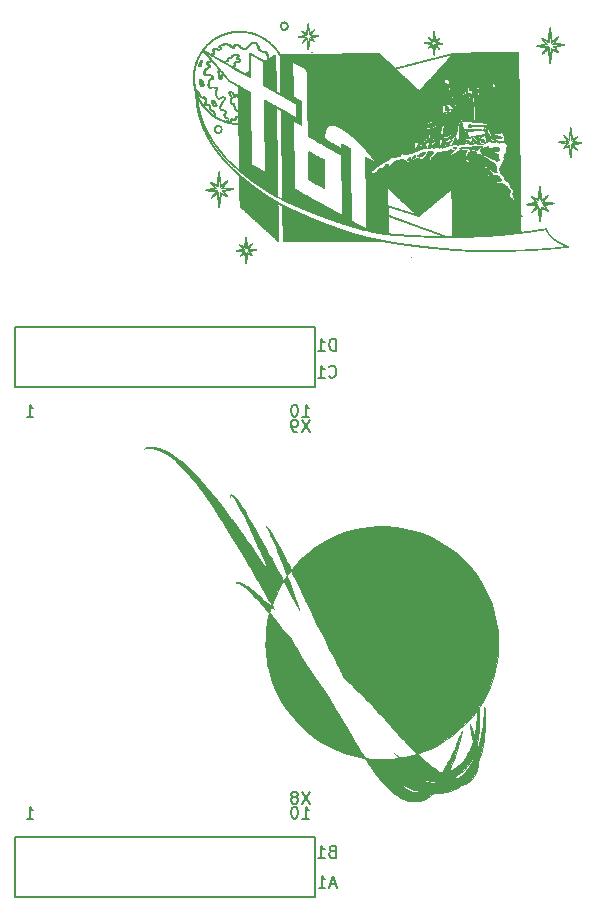
<source format=gbr>
G04 #@! TF.GenerationSoftware,KiCad,Pcbnew,(5.0.0)*
G04 #@! TF.CreationDate,2019-03-03T18:18:34-06:00*
G04 #@! TF.ProjectId,ValkyrieBoard_HalfBooster,56616C6B79726965426F6172645F4861,rev?*
G04 #@! TF.SameCoordinates,Original*
G04 #@! TF.FileFunction,Legend,Bot*
G04 #@! TF.FilePolarity,Positive*
%FSLAX46Y46*%
G04 Gerber Fmt 4.6, Leading zero omitted, Abs format (unit mm)*
G04 Created by KiCad (PCBNEW (5.0.0)) date 03/03/19 18:18:34*
%MOMM*%
%LPD*%
G01*
G04 APERTURE LIST*
%ADD10C,0.150000*%
%ADD11C,0.010000*%
G04 APERTURE END LIST*
D10*
G04 #@! TO.C,U1*
X144780000Y-91440000D02*
X144780000Y-86360000D01*
X144780000Y-86360000D02*
X119380000Y-86360000D01*
X119380000Y-86360000D02*
X119380000Y-91440000D01*
X119380000Y-91440000D02*
X144780000Y-91440000D01*
X144780000Y-48260000D02*
X144780000Y-43180000D01*
X144780000Y-43180000D02*
X119380000Y-43180000D01*
X119380000Y-43180000D02*
X119380000Y-48260000D01*
X119380000Y-48260000D02*
X144780000Y-48260000D01*
D11*
G04 #@! TO.C,G\002A\002A\002A*
G36*
X153427465Y-27784414D02*
X153417505Y-27804010D01*
X153411914Y-27817621D01*
X153396275Y-27849089D01*
X153376195Y-27877976D01*
X153369860Y-27884958D01*
X153353221Y-27903791D01*
X153344051Y-27918431D01*
X153343429Y-27921159D01*
X153350163Y-27929838D01*
X153366927Y-27929392D01*
X153388558Y-27920615D01*
X153400966Y-27912287D01*
X153417206Y-27893616D01*
X153430899Y-27867530D01*
X153440954Y-27838453D01*
X153446281Y-27810807D01*
X153445788Y-27789017D01*
X153438384Y-27777505D01*
X153434405Y-27776714D01*
X153427465Y-27784414D01*
X153427465Y-27784414D01*
G37*
X153427465Y-27784414D02*
X153417505Y-27804010D01*
X153411914Y-27817621D01*
X153396275Y-27849089D01*
X153376195Y-27877976D01*
X153369860Y-27884958D01*
X153353221Y-27903791D01*
X153344051Y-27918431D01*
X153343429Y-27921159D01*
X153350163Y-27929838D01*
X153366927Y-27929392D01*
X153388558Y-27920615D01*
X153400966Y-27912287D01*
X153417206Y-27893616D01*
X153430899Y-27867530D01*
X153440954Y-27838453D01*
X153446281Y-27810807D01*
X153445788Y-27789017D01*
X153438384Y-27777505D01*
X153434405Y-27776714D01*
X153427465Y-27784414D01*
G36*
X158537332Y-22992595D02*
X158527960Y-23000539D01*
X158532684Y-23010158D01*
X158542609Y-23027534D01*
X158550278Y-23047652D01*
X158554839Y-23060790D01*
X158557286Y-23059880D01*
X158558421Y-23043253D01*
X158558720Y-23030089D01*
X158558835Y-23003142D01*
X158556456Y-22990548D01*
X158549425Y-22988518D01*
X158537332Y-22992595D01*
X158537332Y-22992595D01*
G37*
X158537332Y-22992595D02*
X158527960Y-23000539D01*
X158532684Y-23010158D01*
X158542609Y-23027534D01*
X158550278Y-23047652D01*
X158554839Y-23060790D01*
X158557286Y-23059880D01*
X158558421Y-23043253D01*
X158558720Y-23030089D01*
X158558835Y-23003142D01*
X158556456Y-22990548D01*
X158549425Y-22988518D01*
X158537332Y-22992595D01*
G36*
X157888448Y-22884204D02*
X157854134Y-22902576D01*
X157829492Y-22932103D01*
X157829403Y-22932274D01*
X157816976Y-22968490D01*
X157820470Y-23002726D01*
X157829198Y-23023185D01*
X157854153Y-23055927D01*
X157888280Y-23073625D01*
X157922680Y-23077714D01*
X157953346Y-23074512D01*
X157976534Y-23062245D01*
X157988698Y-23051198D01*
X158005848Y-23030466D01*
X158013510Y-23008399D01*
X158015013Y-22980894D01*
X158008703Y-22937926D01*
X157989414Y-22906569D01*
X157963650Y-22888276D01*
X157926824Y-22878824D01*
X157888448Y-22884204D01*
X157888448Y-22884204D01*
G37*
X157888448Y-22884204D02*
X157854134Y-22902576D01*
X157829492Y-22932103D01*
X157829403Y-22932274D01*
X157816976Y-22968490D01*
X157820470Y-23002726D01*
X157829198Y-23023185D01*
X157854153Y-23055927D01*
X157888280Y-23073625D01*
X157922680Y-23077714D01*
X157953346Y-23074512D01*
X157976534Y-23062245D01*
X157988698Y-23051198D01*
X158005848Y-23030466D01*
X158013510Y-23008399D01*
X158015013Y-22980894D01*
X158008703Y-22937926D01*
X157989414Y-22906569D01*
X157963650Y-22888276D01*
X157926824Y-22878824D01*
X157888448Y-22884204D01*
G36*
X158148784Y-23031105D02*
X158122043Y-23032441D01*
X158109201Y-23035164D01*
X158108967Y-23035366D01*
X158107518Y-23046734D01*
X158109883Y-23057741D01*
X158124274Y-23073341D01*
X158149265Y-23081003D01*
X158173896Y-23083592D01*
X158209196Y-23085388D01*
X158251646Y-23086426D01*
X158297727Y-23086739D01*
X158343920Y-23086361D01*
X158386703Y-23085325D01*
X158422559Y-23083665D01*
X158447968Y-23081415D01*
X158459409Y-23078609D01*
X158459714Y-23078033D01*
X158453345Y-23066998D01*
X158433224Y-23057447D01*
X158397828Y-23048863D01*
X158352597Y-23041667D01*
X158315666Y-23037597D01*
X158272866Y-23034403D01*
X158228149Y-23032189D01*
X158185471Y-23031055D01*
X158148784Y-23031105D01*
X158148784Y-23031105D01*
G37*
X158148784Y-23031105D02*
X158122043Y-23032441D01*
X158109201Y-23035164D01*
X158108967Y-23035366D01*
X158107518Y-23046734D01*
X158109883Y-23057741D01*
X158124274Y-23073341D01*
X158149265Y-23081003D01*
X158173896Y-23083592D01*
X158209196Y-23085388D01*
X158251646Y-23086426D01*
X158297727Y-23086739D01*
X158343920Y-23086361D01*
X158386703Y-23085325D01*
X158422559Y-23083665D01*
X158447968Y-23081415D01*
X158459409Y-23078609D01*
X158459714Y-23078033D01*
X158453345Y-23066998D01*
X158433224Y-23057447D01*
X158397828Y-23048863D01*
X158352597Y-23041667D01*
X158315666Y-23037597D01*
X158272866Y-23034403D01*
X158228149Y-23032189D01*
X158185471Y-23031055D01*
X158148784Y-23031105D01*
G36*
X158770381Y-22814320D02*
X158727332Y-22839324D01*
X158695681Y-22871408D01*
X158667029Y-22921295D01*
X158650601Y-22979424D01*
X158647004Y-23040306D01*
X158656845Y-23098453D01*
X158667502Y-23125840D01*
X158694123Y-23169265D01*
X158725885Y-23196860D01*
X158766277Y-23210860D01*
X158804685Y-23213786D01*
X158835761Y-23213227D01*
X158856462Y-23209594D01*
X158873444Y-23199955D01*
X158893361Y-23181376D01*
X158904668Y-23169718D01*
X158933582Y-23135478D01*
X158951095Y-23102640D01*
X158958503Y-23078296D01*
X158965861Y-23015822D01*
X158965354Y-23011247D01*
X158930885Y-23011247D01*
X158930546Y-23046480D01*
X158926555Y-23078217D01*
X158919263Y-23101990D01*
X158909021Y-23113335D01*
X158906163Y-23113711D01*
X158894545Y-23108558D01*
X158882885Y-23100700D01*
X158869610Y-23080446D01*
X158860881Y-23043047D01*
X158859870Y-23035212D01*
X158855338Y-23004603D01*
X158850136Y-22980677D01*
X158846646Y-22971116D01*
X158830864Y-22960395D01*
X158808532Y-22962497D01*
X158784723Y-22976311D01*
X158774071Y-22987000D01*
X158748460Y-23008748D01*
X158723520Y-23012401D01*
X158699359Y-22997947D01*
X158696921Y-22995431D01*
X158687064Y-22983636D01*
X158684672Y-22973102D01*
X158690257Y-22957893D01*
X158702045Y-22936171D01*
X158732733Y-22897719D01*
X158773033Y-22871492D01*
X158818489Y-22860230D01*
X158825939Y-22860000D01*
X158856885Y-22868701D01*
X158886214Y-22893347D01*
X158911614Y-22931753D01*
X158919196Y-22948155D01*
X158927218Y-22976983D01*
X158930885Y-23011247D01*
X158965354Y-23011247D01*
X158959064Y-22954523D01*
X158939221Y-22898449D01*
X158907442Y-22851647D01*
X158892442Y-22837114D01*
X158865445Y-22816957D01*
X158841278Y-22807606D01*
X158815922Y-22805571D01*
X158770381Y-22814320D01*
X158770381Y-22814320D01*
G37*
X158770381Y-22814320D02*
X158727332Y-22839324D01*
X158695681Y-22871408D01*
X158667029Y-22921295D01*
X158650601Y-22979424D01*
X158647004Y-23040306D01*
X158656845Y-23098453D01*
X158667502Y-23125840D01*
X158694123Y-23169265D01*
X158725885Y-23196860D01*
X158766277Y-23210860D01*
X158804685Y-23213786D01*
X158835761Y-23213227D01*
X158856462Y-23209594D01*
X158873444Y-23199955D01*
X158893361Y-23181376D01*
X158904668Y-23169718D01*
X158933582Y-23135478D01*
X158951095Y-23102640D01*
X158958503Y-23078296D01*
X158965861Y-23015822D01*
X158965354Y-23011247D01*
X158930885Y-23011247D01*
X158930546Y-23046480D01*
X158926555Y-23078217D01*
X158919263Y-23101990D01*
X158909021Y-23113335D01*
X158906163Y-23113711D01*
X158894545Y-23108558D01*
X158882885Y-23100700D01*
X158869610Y-23080446D01*
X158860881Y-23043047D01*
X158859870Y-23035212D01*
X158855338Y-23004603D01*
X158850136Y-22980677D01*
X158846646Y-22971116D01*
X158830864Y-22960395D01*
X158808532Y-22962497D01*
X158784723Y-22976311D01*
X158774071Y-22987000D01*
X158748460Y-23008748D01*
X158723520Y-23012401D01*
X158699359Y-22997947D01*
X158696921Y-22995431D01*
X158687064Y-22983636D01*
X158684672Y-22973102D01*
X158690257Y-22957893D01*
X158702045Y-22936171D01*
X158732733Y-22897719D01*
X158773033Y-22871492D01*
X158818489Y-22860230D01*
X158825939Y-22860000D01*
X158856885Y-22868701D01*
X158886214Y-22893347D01*
X158911614Y-22931753D01*
X158919196Y-22948155D01*
X158927218Y-22976983D01*
X158930885Y-23011247D01*
X158965354Y-23011247D01*
X158959064Y-22954523D01*
X158939221Y-22898449D01*
X158907442Y-22851647D01*
X158892442Y-22837114D01*
X158865445Y-22816957D01*
X158841278Y-22807606D01*
X158815922Y-22805571D01*
X158770381Y-22814320D01*
G36*
X158556563Y-23095898D02*
X158552661Y-23104928D01*
X158532446Y-23136538D01*
X158503945Y-23159806D01*
X158472851Y-23170224D01*
X158470030Y-23170380D01*
X158445971Y-23176037D01*
X158436382Y-23188631D01*
X158434108Y-23205261D01*
X158436114Y-23211353D01*
X158447041Y-23213838D01*
X158471042Y-23215811D01*
X158503052Y-23217148D01*
X158538007Y-23217725D01*
X158570842Y-23217419D01*
X158596493Y-23216108D01*
X158602743Y-23215402D01*
X158623308Y-23212483D01*
X158604464Y-23186019D01*
X158589475Y-23159702D01*
X158576129Y-23127917D01*
X158573830Y-23120902D01*
X158566347Y-23097734D01*
X158561443Y-23090042D01*
X158556563Y-23095898D01*
X158556563Y-23095898D01*
G37*
X158556563Y-23095898D02*
X158552661Y-23104928D01*
X158532446Y-23136538D01*
X158503945Y-23159806D01*
X158472851Y-23170224D01*
X158470030Y-23170380D01*
X158445971Y-23176037D01*
X158436382Y-23188631D01*
X158434108Y-23205261D01*
X158436114Y-23211353D01*
X158447041Y-23213838D01*
X158471042Y-23215811D01*
X158503052Y-23217148D01*
X158538007Y-23217725D01*
X158570842Y-23217419D01*
X158596493Y-23216108D01*
X158602743Y-23215402D01*
X158623308Y-23212483D01*
X158604464Y-23186019D01*
X158589475Y-23159702D01*
X158576129Y-23127917D01*
X158573830Y-23120902D01*
X158566347Y-23097734D01*
X158561443Y-23090042D01*
X158556563Y-23095898D01*
G36*
X157716159Y-22825252D02*
X157701457Y-22829537D01*
X157697714Y-22837321D01*
X157703822Y-22849490D01*
X157709053Y-22851127D01*
X157729747Y-22852161D01*
X157762275Y-22854560D01*
X157803047Y-22857979D01*
X157848474Y-22862074D01*
X157894966Y-22866499D01*
X157938935Y-22870910D01*
X157976791Y-22874963D01*
X158004944Y-22878313D01*
X158019806Y-22880615D01*
X158021187Y-22881091D01*
X158023227Y-22891400D01*
X158025477Y-22916200D01*
X158027669Y-22951845D01*
X158029541Y-22994689D01*
X158029642Y-22997554D01*
X158032943Y-23085507D01*
X158036191Y-23156570D01*
X158039539Y-23211992D01*
X158043137Y-23253024D01*
X158047138Y-23280917D01*
X158051694Y-23296921D01*
X158056956Y-23302287D01*
X158063077Y-23298265D01*
X158065679Y-23294503D01*
X158067569Y-23282168D01*
X158068508Y-23255018D01*
X158068603Y-23216180D01*
X158067963Y-23168778D01*
X158066696Y-23115939D01*
X158064910Y-23060788D01*
X158062713Y-23006453D01*
X158060212Y-22956057D01*
X158057517Y-22912728D01*
X158054734Y-22879590D01*
X158051972Y-22859771D01*
X158050518Y-22855697D01*
X158038901Y-22851923D01*
X158012726Y-22847383D01*
X157975544Y-22842441D01*
X157930907Y-22837460D01*
X157882365Y-22832807D01*
X157833468Y-22828844D01*
X157787767Y-22825936D01*
X157748813Y-22824448D01*
X157745339Y-22824390D01*
X157716159Y-22825252D01*
X157716159Y-22825252D01*
G37*
X157716159Y-22825252D02*
X157701457Y-22829537D01*
X157697714Y-22837321D01*
X157703822Y-22849490D01*
X157709053Y-22851127D01*
X157729747Y-22852161D01*
X157762275Y-22854560D01*
X157803047Y-22857979D01*
X157848474Y-22862074D01*
X157894966Y-22866499D01*
X157938935Y-22870910D01*
X157976791Y-22874963D01*
X158004944Y-22878313D01*
X158019806Y-22880615D01*
X158021187Y-22881091D01*
X158023227Y-22891400D01*
X158025477Y-22916200D01*
X158027669Y-22951845D01*
X158029541Y-22994689D01*
X158029642Y-22997554D01*
X158032943Y-23085507D01*
X158036191Y-23156570D01*
X158039539Y-23211992D01*
X158043137Y-23253024D01*
X158047138Y-23280917D01*
X158051694Y-23296921D01*
X158056956Y-23302287D01*
X158063077Y-23298265D01*
X158065679Y-23294503D01*
X158067569Y-23282168D01*
X158068508Y-23255018D01*
X158068603Y-23216180D01*
X158067963Y-23168778D01*
X158066696Y-23115939D01*
X158064910Y-23060788D01*
X158062713Y-23006453D01*
X158060212Y-22956057D01*
X158057517Y-22912728D01*
X158054734Y-22879590D01*
X158051972Y-22859771D01*
X158050518Y-22855697D01*
X158038901Y-22851923D01*
X158012726Y-22847383D01*
X157975544Y-22842441D01*
X157930907Y-22837460D01*
X157882365Y-22832807D01*
X157833468Y-22828844D01*
X157787767Y-22825936D01*
X157748813Y-22824448D01*
X157745339Y-22824390D01*
X157716159Y-22825252D01*
G36*
X157399759Y-23362598D02*
X157390020Y-23371732D01*
X157392018Y-23376983D01*
X157393286Y-23377071D01*
X157400959Y-23370628D01*
X157403759Y-23366598D01*
X157404828Y-23360391D01*
X157399759Y-23362598D01*
X157399759Y-23362598D01*
G37*
X157399759Y-23362598D02*
X157390020Y-23371732D01*
X157392018Y-23376983D01*
X157393286Y-23377071D01*
X157400959Y-23370628D01*
X157403759Y-23366598D01*
X157404828Y-23360391D01*
X157399759Y-23362598D01*
G36*
X157629252Y-22907942D02*
X157628134Y-22910800D01*
X157621669Y-22923284D01*
X157608425Y-22945824D01*
X157593634Y-22969765D01*
X157566434Y-23013024D01*
X157547394Y-23045421D01*
X157535262Y-23071606D01*
X157528786Y-23096229D01*
X157526716Y-23123940D01*
X157527801Y-23159389D01*
X157530590Y-23204085D01*
X157533402Y-23250641D01*
X157535686Y-23293199D01*
X157537208Y-23327065D01*
X157537734Y-23347543D01*
X157537734Y-23347589D01*
X157539041Y-23367375D01*
X157542404Y-23376158D01*
X157542819Y-23376180D01*
X157551022Y-23369604D01*
X157568292Y-23352880D01*
X157591385Y-23329187D01*
X157599618Y-23320501D01*
X157651200Y-23265713D01*
X157646844Y-23088160D01*
X157644866Y-23019343D01*
X157642665Y-22967540D01*
X157640122Y-22931626D01*
X157637118Y-22910473D01*
X157633535Y-22902954D01*
X157629252Y-22907942D01*
X157629252Y-22907942D01*
G37*
X157629252Y-22907942D02*
X157628134Y-22910800D01*
X157621669Y-22923284D01*
X157608425Y-22945824D01*
X157593634Y-22969765D01*
X157566434Y-23013024D01*
X157547394Y-23045421D01*
X157535262Y-23071606D01*
X157528786Y-23096229D01*
X157526716Y-23123940D01*
X157527801Y-23159389D01*
X157530590Y-23204085D01*
X157533402Y-23250641D01*
X157535686Y-23293199D01*
X157537208Y-23327065D01*
X157537734Y-23347543D01*
X157537734Y-23347589D01*
X157539041Y-23367375D01*
X157542404Y-23376158D01*
X157542819Y-23376180D01*
X157551022Y-23369604D01*
X157568292Y-23352880D01*
X157591385Y-23329187D01*
X157599618Y-23320501D01*
X157651200Y-23265713D01*
X157646844Y-23088160D01*
X157644866Y-23019343D01*
X157642665Y-22967540D01*
X157640122Y-22931626D01*
X157637118Y-22910473D01*
X157633535Y-22902954D01*
X157629252Y-22907942D01*
G36*
X157207688Y-23517737D02*
X157191161Y-23547050D01*
X157190266Y-23548822D01*
X157177473Y-23577662D01*
X157162249Y-23617180D01*
X157145845Y-23663475D01*
X157129515Y-23712650D01*
X157114508Y-23760805D01*
X157102078Y-23804041D01*
X157093476Y-23838460D01*
X157089954Y-23860162D01*
X157089928Y-23861339D01*
X157093719Y-23891654D01*
X157104176Y-23934423D01*
X157119928Y-23985834D01*
X157139603Y-24042077D01*
X157161829Y-24099341D01*
X157185234Y-24153814D01*
X157208447Y-24201685D01*
X157220016Y-24222754D01*
X157277566Y-24317698D01*
X157331014Y-24396468D01*
X157381466Y-24460264D01*
X157430031Y-24510291D01*
X157477817Y-24547751D01*
X157525933Y-24573846D01*
X157552571Y-24583676D01*
X157577750Y-24591804D01*
X157593393Y-24597100D01*
X157599132Y-24596294D01*
X157590907Y-24585409D01*
X157578079Y-24573098D01*
X157551211Y-24549623D01*
X157524095Y-24527272D01*
X157516271Y-24521172D01*
X157495153Y-24501859D01*
X157470221Y-24474513D01*
X157453066Y-24453137D01*
X157429691Y-24423102D01*
X157406053Y-24394493D01*
X157392410Y-24379098D01*
X157354816Y-24331563D01*
X157315786Y-24268560D01*
X157276563Y-24192566D01*
X157238387Y-24106056D01*
X157202498Y-24011508D01*
X157190309Y-23975771D01*
X157170241Y-23899119D01*
X157160561Y-23818408D01*
X157160227Y-23812485D01*
X157158965Y-23761811D01*
X157161749Y-23717563D01*
X157169613Y-23674227D01*
X157183588Y-23626286D01*
X157204706Y-23568225D01*
X157207067Y-23562122D01*
X157218774Y-23528001D01*
X157222265Y-23508823D01*
X157218313Y-23505198D01*
X157207688Y-23517737D01*
X157207688Y-23517737D01*
G37*
X157207688Y-23517737D02*
X157191161Y-23547050D01*
X157190266Y-23548822D01*
X157177473Y-23577662D01*
X157162249Y-23617180D01*
X157145845Y-23663475D01*
X157129515Y-23712650D01*
X157114508Y-23760805D01*
X157102078Y-23804041D01*
X157093476Y-23838460D01*
X157089954Y-23860162D01*
X157089928Y-23861339D01*
X157093719Y-23891654D01*
X157104176Y-23934423D01*
X157119928Y-23985834D01*
X157139603Y-24042077D01*
X157161829Y-24099341D01*
X157185234Y-24153814D01*
X157208447Y-24201685D01*
X157220016Y-24222754D01*
X157277566Y-24317698D01*
X157331014Y-24396468D01*
X157381466Y-24460264D01*
X157430031Y-24510291D01*
X157477817Y-24547751D01*
X157525933Y-24573846D01*
X157552571Y-24583676D01*
X157577750Y-24591804D01*
X157593393Y-24597100D01*
X157599132Y-24596294D01*
X157590907Y-24585409D01*
X157578079Y-24573098D01*
X157551211Y-24549623D01*
X157524095Y-24527272D01*
X157516271Y-24521172D01*
X157495153Y-24501859D01*
X157470221Y-24474513D01*
X157453066Y-24453137D01*
X157429691Y-24423102D01*
X157406053Y-24394493D01*
X157392410Y-24379098D01*
X157354816Y-24331563D01*
X157315786Y-24268560D01*
X157276563Y-24192566D01*
X157238387Y-24106056D01*
X157202498Y-24011508D01*
X157190309Y-23975771D01*
X157170241Y-23899119D01*
X157160561Y-23818408D01*
X157160227Y-23812485D01*
X157158965Y-23761811D01*
X157161749Y-23717563D01*
X157169613Y-23674227D01*
X157183588Y-23626286D01*
X157204706Y-23568225D01*
X157207067Y-23562122D01*
X157218774Y-23528001D01*
X157222265Y-23508823D01*
X157218313Y-23505198D01*
X157207688Y-23517737D01*
G36*
X157283389Y-23508607D02*
X157274443Y-23523253D01*
X157261811Y-23550732D01*
X157247257Y-23586570D01*
X157232543Y-23626295D01*
X157219433Y-23665433D01*
X157212823Y-23687658D01*
X157203150Y-23749283D01*
X157204608Y-23821916D01*
X157216947Y-23902441D01*
X157236118Y-23975786D01*
X157253280Y-24024718D01*
X157276190Y-24080799D01*
X157302933Y-24140137D01*
X157331592Y-24198843D01*
X157360252Y-24253025D01*
X157386997Y-24298793D01*
X157409912Y-24332256D01*
X157414293Y-24337632D01*
X157463453Y-24394796D01*
X157502669Y-24439279D01*
X157533322Y-24472574D01*
X157556793Y-24496173D01*
X157574464Y-24511570D01*
X157576878Y-24513397D01*
X157632301Y-24553657D01*
X157675698Y-24583646D01*
X157709032Y-24604645D01*
X157734267Y-24617933D01*
X157742336Y-24621302D01*
X157765478Y-24630100D01*
X157742935Y-24605321D01*
X157726636Y-24588007D01*
X157701662Y-24562173D01*
X157672180Y-24532111D01*
X157656507Y-24516288D01*
X157626224Y-24484833D01*
X157598459Y-24454233D01*
X157577421Y-24429202D01*
X157570767Y-24420286D01*
X157552005Y-24394374D01*
X157528486Y-24363636D01*
X157515813Y-24347714D01*
X157455311Y-24262032D01*
X157400500Y-24162559D01*
X157352911Y-24053163D01*
X157314074Y-23937712D01*
X157285519Y-23820075D01*
X157271450Y-23730002D01*
X157268211Y-23685017D01*
X157267937Y-23636663D01*
X157270321Y-23589769D01*
X157275055Y-23549168D01*
X157281830Y-23519690D01*
X157285366Y-23511512D01*
X157287870Y-23504809D01*
X157283389Y-23508607D01*
X157283389Y-23508607D01*
G37*
X157283389Y-23508607D02*
X157274443Y-23523253D01*
X157261811Y-23550732D01*
X157247257Y-23586570D01*
X157232543Y-23626295D01*
X157219433Y-23665433D01*
X157212823Y-23687658D01*
X157203150Y-23749283D01*
X157204608Y-23821916D01*
X157216947Y-23902441D01*
X157236118Y-23975786D01*
X157253280Y-24024718D01*
X157276190Y-24080799D01*
X157302933Y-24140137D01*
X157331592Y-24198843D01*
X157360252Y-24253025D01*
X157386997Y-24298793D01*
X157409912Y-24332256D01*
X157414293Y-24337632D01*
X157463453Y-24394796D01*
X157502669Y-24439279D01*
X157533322Y-24472574D01*
X157556793Y-24496173D01*
X157574464Y-24511570D01*
X157576878Y-24513397D01*
X157632301Y-24553657D01*
X157675698Y-24583646D01*
X157709032Y-24604645D01*
X157734267Y-24617933D01*
X157742336Y-24621302D01*
X157765478Y-24630100D01*
X157742935Y-24605321D01*
X157726636Y-24588007D01*
X157701662Y-24562173D01*
X157672180Y-24532111D01*
X157656507Y-24516288D01*
X157626224Y-24484833D01*
X157598459Y-24454233D01*
X157577421Y-24429202D01*
X157570767Y-24420286D01*
X157552005Y-24394374D01*
X157528486Y-24363636D01*
X157515813Y-24347714D01*
X157455311Y-24262032D01*
X157400500Y-24162559D01*
X157352911Y-24053163D01*
X157314074Y-23937712D01*
X157285519Y-23820075D01*
X157271450Y-23730002D01*
X157268211Y-23685017D01*
X157267937Y-23636663D01*
X157270321Y-23589769D01*
X157275055Y-23549168D01*
X157281830Y-23519690D01*
X157285366Y-23511512D01*
X157287870Y-23504809D01*
X157283389Y-23508607D01*
G36*
X155853433Y-22511789D02*
X155854971Y-22524708D01*
X155867448Y-22544631D01*
X155904187Y-22583366D01*
X155941852Y-22604565D01*
X155981976Y-22608822D01*
X156013832Y-22601528D01*
X156046871Y-22587488D01*
X156062250Y-22574774D01*
X156059791Y-22563555D01*
X156056199Y-22560898D01*
X156036690Y-22558020D01*
X156027389Y-22561276D01*
X156008445Y-22566684D01*
X155981121Y-22569567D01*
X155973832Y-22569714D01*
X155946955Y-22567078D01*
X155925417Y-22556649D01*
X155903843Y-22537514D01*
X155880321Y-22517712D01*
X155862700Y-22509297D01*
X155853433Y-22511789D01*
X155853433Y-22511789D01*
G37*
X155853433Y-22511789D02*
X155854971Y-22524708D01*
X155867448Y-22544631D01*
X155904187Y-22583366D01*
X155941852Y-22604565D01*
X155981976Y-22608822D01*
X156013832Y-22601528D01*
X156046871Y-22587488D01*
X156062250Y-22574774D01*
X156059791Y-22563555D01*
X156056199Y-22560898D01*
X156036690Y-22558020D01*
X156027389Y-22561276D01*
X156008445Y-22566684D01*
X155981121Y-22569567D01*
X155973832Y-22569714D01*
X155946955Y-22567078D01*
X155925417Y-22556649D01*
X155903843Y-22537514D01*
X155880321Y-22517712D01*
X155862700Y-22509297D01*
X155853433Y-22511789D01*
G36*
X158260461Y-23690673D02*
X158258786Y-23698182D01*
X158257804Y-23717085D01*
X158257535Y-23748018D01*
X158257996Y-23791620D01*
X158259206Y-23848532D01*
X158261184Y-23919390D01*
X158263949Y-24004835D01*
X158267519Y-24105505D01*
X158271914Y-24222038D01*
X158277151Y-24355074D01*
X158283250Y-24505251D01*
X158286865Y-24592643D01*
X158289173Y-24649439D01*
X158291997Y-24721015D01*
X158295209Y-24804019D01*
X158298681Y-24895099D01*
X158302287Y-24990904D01*
X158305897Y-25088081D01*
X158309386Y-25183279D01*
X158310337Y-25209500D01*
X158313450Y-25293594D01*
X158316496Y-25372258D01*
X158319392Y-25443604D01*
X158322056Y-25505745D01*
X158324405Y-25556793D01*
X158326355Y-25594860D01*
X158327824Y-25618059D01*
X158328545Y-25624518D01*
X158339470Y-25634540D01*
X158346652Y-25635857D01*
X158351700Y-25634255D01*
X158355246Y-25627877D01*
X158357413Y-25614369D01*
X158358324Y-25591373D01*
X158358102Y-25556535D01*
X158356871Y-25507497D01*
X158355551Y-25465768D01*
X158354297Y-25425040D01*
X158352687Y-25368433D01*
X158350778Y-25298207D01*
X158348630Y-25216623D01*
X158346299Y-25125939D01*
X158343846Y-25028416D01*
X158341327Y-24926313D01*
X158338800Y-24821889D01*
X158336911Y-24742321D01*
X158334370Y-24634723D01*
X158331775Y-24525410D01*
X158329190Y-24416988D01*
X158326677Y-24312059D01*
X158324298Y-24213229D01*
X158322117Y-24123101D01*
X158320195Y-24044278D01*
X158318596Y-23979364D01*
X158317789Y-23947068D01*
X158311699Y-23705171D01*
X158290273Y-23693705D01*
X158269914Y-23687458D01*
X158260461Y-23690673D01*
X158260461Y-23690673D01*
G37*
X158260461Y-23690673D02*
X158258786Y-23698182D01*
X158257804Y-23717085D01*
X158257535Y-23748018D01*
X158257996Y-23791620D01*
X158259206Y-23848532D01*
X158261184Y-23919390D01*
X158263949Y-24004835D01*
X158267519Y-24105505D01*
X158271914Y-24222038D01*
X158277151Y-24355074D01*
X158283250Y-24505251D01*
X158286865Y-24592643D01*
X158289173Y-24649439D01*
X158291997Y-24721015D01*
X158295209Y-24804019D01*
X158298681Y-24895099D01*
X158302287Y-24990904D01*
X158305897Y-25088081D01*
X158309386Y-25183279D01*
X158310337Y-25209500D01*
X158313450Y-25293594D01*
X158316496Y-25372258D01*
X158319392Y-25443604D01*
X158322056Y-25505745D01*
X158324405Y-25556793D01*
X158326355Y-25594860D01*
X158327824Y-25618059D01*
X158328545Y-25624518D01*
X158339470Y-25634540D01*
X158346652Y-25635857D01*
X158351700Y-25634255D01*
X158355246Y-25627877D01*
X158357413Y-25614369D01*
X158358324Y-25591373D01*
X158358102Y-25556535D01*
X158356871Y-25507497D01*
X158355551Y-25465768D01*
X158354297Y-25425040D01*
X158352687Y-25368433D01*
X158350778Y-25298207D01*
X158348630Y-25216623D01*
X158346299Y-25125939D01*
X158343846Y-25028416D01*
X158341327Y-24926313D01*
X158338800Y-24821889D01*
X158336911Y-24742321D01*
X158334370Y-24634723D01*
X158331775Y-24525410D01*
X158329190Y-24416988D01*
X158326677Y-24312059D01*
X158324298Y-24213229D01*
X158322117Y-24123101D01*
X158320195Y-24044278D01*
X158318596Y-23979364D01*
X158317789Y-23947068D01*
X158311699Y-23705171D01*
X158290273Y-23693705D01*
X158269914Y-23687458D01*
X158260461Y-23690673D01*
G36*
X159755709Y-22728907D02*
X159755338Y-22751896D01*
X159761971Y-22781628D01*
X159774959Y-22813407D01*
X159777726Y-22818627D01*
X159792578Y-22842004D01*
X159807717Y-22853431D01*
X159830145Y-22857813D01*
X159834155Y-22858135D01*
X159866740Y-22856065D01*
X159888464Y-22847084D01*
X159900134Y-22837266D01*
X159896839Y-22833691D01*
X159881210Y-22833074D01*
X159842709Y-22824811D01*
X159809468Y-22803518D01*
X159785599Y-22773086D01*
X159775216Y-22737404D01*
X159775071Y-22732694D01*
X159770865Y-22718574D01*
X159763732Y-22717356D01*
X159755709Y-22728907D01*
X159755709Y-22728907D01*
G37*
X159755709Y-22728907D02*
X159755338Y-22751896D01*
X159761971Y-22781628D01*
X159774959Y-22813407D01*
X159777726Y-22818627D01*
X159792578Y-22842004D01*
X159807717Y-22853431D01*
X159830145Y-22857813D01*
X159834155Y-22858135D01*
X159866740Y-22856065D01*
X159888464Y-22847084D01*
X159900134Y-22837266D01*
X159896839Y-22833691D01*
X159881210Y-22833074D01*
X159842709Y-22824811D01*
X159809468Y-22803518D01*
X159785599Y-22773086D01*
X159775216Y-22737404D01*
X159775071Y-22732694D01*
X159770865Y-22718574D01*
X159763732Y-22717356D01*
X159755709Y-22728907D01*
G36*
X135079968Y-20591936D02*
X135078177Y-20592773D01*
X135058884Y-20606995D01*
X135042050Y-20631579D01*
X135028285Y-20661596D01*
X135010145Y-20698555D01*
X134987354Y-20735178D01*
X134971518Y-20755671D01*
X134949838Y-20783567D01*
X134939596Y-20807529D01*
X134937500Y-20828425D01*
X134935881Y-20851324D01*
X134931872Y-20864758D01*
X134930696Y-20865798D01*
X134922855Y-20876560D01*
X134913266Y-20899366D01*
X134903755Y-20928473D01*
X134896148Y-20958137D01*
X134892271Y-20982614D01*
X134892098Y-20987209D01*
X134898560Y-21026729D01*
X134916479Y-21056338D01*
X134942036Y-21072125D01*
X134985834Y-21082680D01*
X135023610Y-21086349D01*
X135050279Y-21082651D01*
X135050893Y-21082405D01*
X135066596Y-21072143D01*
X135085279Y-21055279D01*
X135101458Y-21037377D01*
X135109652Y-21023998D01*
X135109857Y-21022571D01*
X135115486Y-21013443D01*
X135129391Y-20997086D01*
X135133043Y-20993158D01*
X135148390Y-20972978D01*
X135152775Y-20952521D01*
X135057533Y-20952521D01*
X135053899Y-20967976D01*
X135048337Y-20975411D01*
X135029836Y-20988158D01*
X135009967Y-20990658D01*
X134996692Y-20982583D01*
X134997107Y-20967831D01*
X135008023Y-20944339D01*
X135027397Y-20916474D01*
X135027947Y-20915789D01*
X135037305Y-20906213D01*
X135043645Y-20909236D01*
X135050957Y-20927138D01*
X135051743Y-20929396D01*
X135057533Y-20952521D01*
X135152775Y-20952521D01*
X135152888Y-20951997D01*
X135151235Y-20932321D01*
X135144444Y-20882319D01*
X135140353Y-20846143D01*
X135139315Y-20819631D01*
X135141682Y-20798618D01*
X135147807Y-20778942D01*
X135158042Y-20756438D01*
X135167769Y-20736917D01*
X135188946Y-20687553D01*
X135199542Y-20646254D01*
X135199330Y-20614940D01*
X135188084Y-20595532D01*
X135184687Y-20593352D01*
X135152423Y-20583897D01*
X135114226Y-20583408D01*
X135079968Y-20591936D01*
X135079968Y-20591936D01*
G37*
X135079968Y-20591936D02*
X135078177Y-20592773D01*
X135058884Y-20606995D01*
X135042050Y-20631579D01*
X135028285Y-20661596D01*
X135010145Y-20698555D01*
X134987354Y-20735178D01*
X134971518Y-20755671D01*
X134949838Y-20783567D01*
X134939596Y-20807529D01*
X134937500Y-20828425D01*
X134935881Y-20851324D01*
X134931872Y-20864758D01*
X134930696Y-20865798D01*
X134922855Y-20876560D01*
X134913266Y-20899366D01*
X134903755Y-20928473D01*
X134896148Y-20958137D01*
X134892271Y-20982614D01*
X134892098Y-20987209D01*
X134898560Y-21026729D01*
X134916479Y-21056338D01*
X134942036Y-21072125D01*
X134985834Y-21082680D01*
X135023610Y-21086349D01*
X135050279Y-21082651D01*
X135050893Y-21082405D01*
X135066596Y-21072143D01*
X135085279Y-21055279D01*
X135101458Y-21037377D01*
X135109652Y-21023998D01*
X135109857Y-21022571D01*
X135115486Y-21013443D01*
X135129391Y-20997086D01*
X135133043Y-20993158D01*
X135148390Y-20972978D01*
X135152775Y-20952521D01*
X135057533Y-20952521D01*
X135053899Y-20967976D01*
X135048337Y-20975411D01*
X135029836Y-20988158D01*
X135009967Y-20990658D01*
X134996692Y-20982583D01*
X134997107Y-20967831D01*
X135008023Y-20944339D01*
X135027397Y-20916474D01*
X135027947Y-20915789D01*
X135037305Y-20906213D01*
X135043645Y-20909236D01*
X135050957Y-20927138D01*
X135051743Y-20929396D01*
X135057533Y-20952521D01*
X135152775Y-20952521D01*
X135152888Y-20951997D01*
X135151235Y-20932321D01*
X135144444Y-20882319D01*
X135140353Y-20846143D01*
X135139315Y-20819631D01*
X135141682Y-20798618D01*
X135147807Y-20778942D01*
X135158042Y-20756438D01*
X135167769Y-20736917D01*
X135188946Y-20687553D01*
X135199542Y-20646254D01*
X135199330Y-20614940D01*
X135188084Y-20595532D01*
X135184687Y-20593352D01*
X135152423Y-20583897D01*
X135114226Y-20583408D01*
X135079968Y-20591936D01*
G36*
X134999155Y-22172709D02*
X134975118Y-22180801D01*
X134956339Y-22194056D01*
X134940478Y-22209196D01*
X134932105Y-22224641D01*
X134928879Y-22246892D01*
X134928429Y-22271525D01*
X134934668Y-22328561D01*
X134946571Y-22361071D01*
X134960339Y-22401965D01*
X134964714Y-22442644D01*
X134967546Y-22477437D01*
X134974674Y-22510801D01*
X134978321Y-22521221D01*
X134987288Y-22546656D01*
X134991801Y-22567240D01*
X134991929Y-22569726D01*
X134995752Y-22586725D01*
X135006201Y-22616063D01*
X135021743Y-22653874D01*
X135040843Y-22696293D01*
X135048533Y-22712439D01*
X135062645Y-22730413D01*
X135074970Y-22737980D01*
X135095676Y-22748964D01*
X135104950Y-22756603D01*
X135140771Y-22780327D01*
X135182804Y-22788122D01*
X135215682Y-22783021D01*
X135242026Y-22771099D01*
X135274224Y-22750955D01*
X135304128Y-22727917D01*
X135337337Y-22694602D01*
X135350286Y-22671947D01*
X135265836Y-22671947D01*
X135240007Y-22693076D01*
X135216062Y-22709324D01*
X135195288Y-22712888D01*
X135171477Y-22703725D01*
X135153711Y-22692481D01*
X135127864Y-22670654D01*
X135105978Y-22645252D01*
X135102755Y-22640321D01*
X135088189Y-22606268D01*
X135076933Y-22560967D01*
X135070124Y-22511183D01*
X135068897Y-22463680D01*
X135070236Y-22446731D01*
X135071605Y-22410197D01*
X135064260Y-22378920D01*
X135056485Y-22361116D01*
X135040942Y-22320683D01*
X135039044Y-22291573D01*
X135050778Y-22273167D01*
X135054604Y-22270798D01*
X135067245Y-22267247D01*
X135078225Y-22274643D01*
X135090890Y-22293676D01*
X135103016Y-22317649D01*
X135109512Y-22337156D01*
X135109857Y-22340535D01*
X135112591Y-22359399D01*
X135118953Y-22383106D01*
X135126489Y-22407665D01*
X135136080Y-22440834D01*
X135142274Y-22463119D01*
X135152128Y-22493633D01*
X135162733Y-22518015D01*
X135169463Y-22528239D01*
X135180244Y-22542910D01*
X135182429Y-22549925D01*
X135187482Y-22560939D01*
X135200861Y-22582191D01*
X135219890Y-22609490D01*
X135224132Y-22615297D01*
X135265836Y-22671947D01*
X135350286Y-22671947D01*
X135353796Y-22665808D01*
X135353927Y-22640194D01*
X135338911Y-22617179D01*
X135304134Y-22577460D01*
X135275481Y-22535851D01*
X135254580Y-22495671D01*
X135243061Y-22460235D01*
X135242552Y-22432860D01*
X135245076Y-22426164D01*
X135253216Y-22403541D01*
X135255000Y-22390369D01*
X135249135Y-22374342D01*
X135233051Y-22348176D01*
X135209015Y-22314896D01*
X135179292Y-22277526D01*
X135146149Y-22239091D01*
X135122595Y-22213661D01*
X135099229Y-22190298D01*
X135081529Y-22177384D01*
X135063075Y-22171839D01*
X135037446Y-22170581D01*
X135032806Y-22170571D01*
X134999155Y-22172709D01*
X134999155Y-22172709D01*
G37*
X134999155Y-22172709D02*
X134975118Y-22180801D01*
X134956339Y-22194056D01*
X134940478Y-22209196D01*
X134932105Y-22224641D01*
X134928879Y-22246892D01*
X134928429Y-22271525D01*
X134934668Y-22328561D01*
X134946571Y-22361071D01*
X134960339Y-22401965D01*
X134964714Y-22442644D01*
X134967546Y-22477437D01*
X134974674Y-22510801D01*
X134978321Y-22521221D01*
X134987288Y-22546656D01*
X134991801Y-22567240D01*
X134991929Y-22569726D01*
X134995752Y-22586725D01*
X135006201Y-22616063D01*
X135021743Y-22653874D01*
X135040843Y-22696293D01*
X135048533Y-22712439D01*
X135062645Y-22730413D01*
X135074970Y-22737980D01*
X135095676Y-22748964D01*
X135104950Y-22756603D01*
X135140771Y-22780327D01*
X135182804Y-22788122D01*
X135215682Y-22783021D01*
X135242026Y-22771099D01*
X135274224Y-22750955D01*
X135304128Y-22727917D01*
X135337337Y-22694602D01*
X135350286Y-22671947D01*
X135265836Y-22671947D01*
X135240007Y-22693076D01*
X135216062Y-22709324D01*
X135195288Y-22712888D01*
X135171477Y-22703725D01*
X135153711Y-22692481D01*
X135127864Y-22670654D01*
X135105978Y-22645252D01*
X135102755Y-22640321D01*
X135088189Y-22606268D01*
X135076933Y-22560967D01*
X135070124Y-22511183D01*
X135068897Y-22463680D01*
X135070236Y-22446731D01*
X135071605Y-22410197D01*
X135064260Y-22378920D01*
X135056485Y-22361116D01*
X135040942Y-22320683D01*
X135039044Y-22291573D01*
X135050778Y-22273167D01*
X135054604Y-22270798D01*
X135067245Y-22267247D01*
X135078225Y-22274643D01*
X135090890Y-22293676D01*
X135103016Y-22317649D01*
X135109512Y-22337156D01*
X135109857Y-22340535D01*
X135112591Y-22359399D01*
X135118953Y-22383106D01*
X135126489Y-22407665D01*
X135136080Y-22440834D01*
X135142274Y-22463119D01*
X135152128Y-22493633D01*
X135162733Y-22518015D01*
X135169463Y-22528239D01*
X135180244Y-22542910D01*
X135182429Y-22549925D01*
X135187482Y-22560939D01*
X135200861Y-22582191D01*
X135219890Y-22609490D01*
X135224132Y-22615297D01*
X135265836Y-22671947D01*
X135350286Y-22671947D01*
X135353796Y-22665808D01*
X135353927Y-22640194D01*
X135338911Y-22617179D01*
X135304134Y-22577460D01*
X135275481Y-22535851D01*
X135254580Y-22495671D01*
X135243061Y-22460235D01*
X135242552Y-22432860D01*
X135245076Y-22426164D01*
X135253216Y-22403541D01*
X135255000Y-22390369D01*
X135249135Y-22374342D01*
X135233051Y-22348176D01*
X135209015Y-22314896D01*
X135179292Y-22277526D01*
X135146149Y-22239091D01*
X135122595Y-22213661D01*
X135099229Y-22190298D01*
X135081529Y-22177384D01*
X135063075Y-22171839D01*
X135037446Y-22170581D01*
X135032806Y-22170571D01*
X134999155Y-22172709D01*
G36*
X136020122Y-23927919D02*
X135980741Y-23936658D01*
X135962045Y-23942783D01*
X135951457Y-23952441D01*
X135945242Y-23970958D01*
X135941371Y-23992810D01*
X135938382Y-24019629D01*
X135939420Y-24044663D01*
X135945307Y-24073880D01*
X135956867Y-24113249D01*
X135958835Y-24119444D01*
X135980274Y-24179110D01*
X136002081Y-24223765D01*
X136025868Y-24256495D01*
X136035353Y-24266071D01*
X136047383Y-24279981D01*
X136065675Y-24304224D01*
X136086582Y-24333936D01*
X136089771Y-24338643D01*
X136113247Y-24373239D01*
X136129910Y-24396897D01*
X136142950Y-24413814D01*
X136155558Y-24428188D01*
X136166679Y-24439858D01*
X136197813Y-24462668D01*
X136238777Y-24480600D01*
X136281342Y-24490499D01*
X136301234Y-24491430D01*
X136322319Y-24489036D01*
X136340773Y-24481814D01*
X136361374Y-24466988D01*
X136388897Y-24441781D01*
X136392287Y-24438512D01*
X136419435Y-24411074D01*
X136434210Y-24392588D01*
X136351845Y-24392588D01*
X136345338Y-24409489D01*
X136332232Y-24418285D01*
X136315818Y-24425983D01*
X136309262Y-24428743D01*
X136300083Y-24426029D01*
X136280918Y-24418569D01*
X136277512Y-24417157D01*
X136240849Y-24394977D01*
X136201279Y-24359720D01*
X136161863Y-24315446D01*
X136125660Y-24266211D01*
X136095732Y-24216074D01*
X136075137Y-24169091D01*
X136067739Y-24138996D01*
X136065149Y-24103345D01*
X136066148Y-24068375D01*
X136070167Y-24038586D01*
X136076635Y-24018478D01*
X136083798Y-24012360D01*
X136100702Y-24018550D01*
X136121087Y-24037405D01*
X136146747Y-24070673D01*
X136153144Y-24079902D01*
X136185274Y-24125324D01*
X136211343Y-24157707D01*
X136234220Y-24179809D01*
X136256776Y-24194382D01*
X136281879Y-24204182D01*
X136282961Y-24204509D01*
X136307959Y-24214026D01*
X136320753Y-24226620D01*
X136323461Y-24246939D01*
X136318200Y-24279633D01*
X136317871Y-24281179D01*
X136313605Y-24318670D01*
X136320651Y-24347230D01*
X136340468Y-24373121D01*
X136351845Y-24392588D01*
X136434210Y-24392588D01*
X136434755Y-24391907D01*
X136440412Y-24377737D01*
X136439301Y-24367368D01*
X136431159Y-24351927D01*
X136424603Y-24347714D01*
X136416922Y-24340440D01*
X136416143Y-24335218D01*
X136409743Y-24319320D01*
X136402536Y-24311428D01*
X136393358Y-24295254D01*
X136388875Y-24270600D01*
X136388792Y-24267228D01*
X136385855Y-24237992D01*
X136378511Y-24206914D01*
X136368633Y-24179747D01*
X136358090Y-24162245D01*
X136353595Y-24159044D01*
X136344018Y-24150270D01*
X136343571Y-24147790D01*
X136338855Y-24136077D01*
X136326948Y-24115712D01*
X136320311Y-24105600D01*
X136302302Y-24077077D01*
X136286551Y-24048931D01*
X136283573Y-24042923D01*
X136257956Y-24002398D01*
X136227485Y-23977227D01*
X136209517Y-23970600D01*
X136187095Y-23963232D01*
X136157505Y-23950487D01*
X136141226Y-23942435D01*
X136104927Y-23928099D01*
X136066197Y-23923320D01*
X136020122Y-23927919D01*
X136020122Y-23927919D01*
G37*
X136020122Y-23927919D02*
X135980741Y-23936658D01*
X135962045Y-23942783D01*
X135951457Y-23952441D01*
X135945242Y-23970958D01*
X135941371Y-23992810D01*
X135938382Y-24019629D01*
X135939420Y-24044663D01*
X135945307Y-24073880D01*
X135956867Y-24113249D01*
X135958835Y-24119444D01*
X135980274Y-24179110D01*
X136002081Y-24223765D01*
X136025868Y-24256495D01*
X136035353Y-24266071D01*
X136047383Y-24279981D01*
X136065675Y-24304224D01*
X136086582Y-24333936D01*
X136089771Y-24338643D01*
X136113247Y-24373239D01*
X136129910Y-24396897D01*
X136142950Y-24413814D01*
X136155558Y-24428188D01*
X136166679Y-24439858D01*
X136197813Y-24462668D01*
X136238777Y-24480600D01*
X136281342Y-24490499D01*
X136301234Y-24491430D01*
X136322319Y-24489036D01*
X136340773Y-24481814D01*
X136361374Y-24466988D01*
X136388897Y-24441781D01*
X136392287Y-24438512D01*
X136419435Y-24411074D01*
X136434210Y-24392588D01*
X136351845Y-24392588D01*
X136345338Y-24409489D01*
X136332232Y-24418285D01*
X136315818Y-24425983D01*
X136309262Y-24428743D01*
X136300083Y-24426029D01*
X136280918Y-24418569D01*
X136277512Y-24417157D01*
X136240849Y-24394977D01*
X136201279Y-24359720D01*
X136161863Y-24315446D01*
X136125660Y-24266211D01*
X136095732Y-24216074D01*
X136075137Y-24169091D01*
X136067739Y-24138996D01*
X136065149Y-24103345D01*
X136066148Y-24068375D01*
X136070167Y-24038586D01*
X136076635Y-24018478D01*
X136083798Y-24012360D01*
X136100702Y-24018550D01*
X136121087Y-24037405D01*
X136146747Y-24070673D01*
X136153144Y-24079902D01*
X136185274Y-24125324D01*
X136211343Y-24157707D01*
X136234220Y-24179809D01*
X136256776Y-24194382D01*
X136281879Y-24204182D01*
X136282961Y-24204509D01*
X136307959Y-24214026D01*
X136320753Y-24226620D01*
X136323461Y-24246939D01*
X136318200Y-24279633D01*
X136317871Y-24281179D01*
X136313605Y-24318670D01*
X136320651Y-24347230D01*
X136340468Y-24373121D01*
X136351845Y-24392588D01*
X136434210Y-24392588D01*
X136434755Y-24391907D01*
X136440412Y-24377737D01*
X136439301Y-24367368D01*
X136431159Y-24351927D01*
X136424603Y-24347714D01*
X136416922Y-24340440D01*
X136416143Y-24335218D01*
X136409743Y-24319320D01*
X136402536Y-24311428D01*
X136393358Y-24295254D01*
X136388875Y-24270600D01*
X136388792Y-24267228D01*
X136385855Y-24237992D01*
X136378511Y-24206914D01*
X136368633Y-24179747D01*
X136358090Y-24162245D01*
X136353595Y-24159044D01*
X136344018Y-24150270D01*
X136343571Y-24147790D01*
X136338855Y-24136077D01*
X136326948Y-24115712D01*
X136320311Y-24105600D01*
X136302302Y-24077077D01*
X136286551Y-24048931D01*
X136283573Y-24042923D01*
X136257956Y-24002398D01*
X136227485Y-23977227D01*
X136209517Y-23970600D01*
X136187095Y-23963232D01*
X136157505Y-23950487D01*
X136141226Y-23942435D01*
X136104927Y-23928099D01*
X136066197Y-23923320D01*
X136020122Y-23927919D01*
G36*
X156121704Y-25064760D02*
X156060176Y-25069460D01*
X155973747Y-25079524D01*
X155880131Y-25092771D01*
X155782706Y-25108546D01*
X155684853Y-25126194D01*
X155589952Y-25145059D01*
X155501382Y-25164486D01*
X155422524Y-25183822D01*
X155356756Y-25202410D01*
X155331286Y-25210717D01*
X155306612Y-25218924D01*
X155268253Y-25231292D01*
X155219871Y-25246659D01*
X155165125Y-25263862D01*
X155107676Y-25281741D01*
X155103286Y-25283099D01*
X155038844Y-25303480D01*
X154970353Y-25325900D01*
X154903424Y-25348473D01*
X154843668Y-25369312D01*
X154803929Y-25383792D01*
X154764626Y-25399638D01*
X154717531Y-25420374D01*
X154665055Y-25444755D01*
X154609615Y-25471538D01*
X154553623Y-25499480D01*
X154499495Y-25527337D01*
X154449645Y-25553866D01*
X154406487Y-25577822D01*
X154372435Y-25597964D01*
X154349903Y-25613046D01*
X154341306Y-25621826D01*
X154341286Y-25622078D01*
X154348715Y-25631595D01*
X154367791Y-25645114D01*
X154384375Y-25654447D01*
X154409313Y-25667456D01*
X154429570Y-25677404D01*
X154447738Y-25684175D01*
X154466407Y-25687657D01*
X154488166Y-25687734D01*
X154515607Y-25684293D01*
X154551320Y-25677219D01*
X154597895Y-25666399D01*
X154657922Y-25651718D01*
X154704143Y-25640354D01*
X154797079Y-25617608D01*
X154898461Y-25592851D01*
X155006817Y-25566440D01*
X155120674Y-25538731D01*
X155238561Y-25510078D01*
X155359006Y-25480839D01*
X155480536Y-25451369D01*
X155601679Y-25422024D01*
X155720964Y-25393159D01*
X155836918Y-25365132D01*
X155948070Y-25338296D01*
X156052946Y-25313010D01*
X156150076Y-25289627D01*
X156237987Y-25268505D01*
X156315207Y-25249998D01*
X156380264Y-25234464D01*
X156431686Y-25222257D01*
X156468000Y-25213734D01*
X156483841Y-25210106D01*
X156529575Y-25198357D01*
X156559579Y-25186533D01*
X156559668Y-25186462D01*
X156152787Y-25186462D01*
X156148648Y-25212354D01*
X156131692Y-25235040D01*
X156119135Y-25243191D01*
X156101204Y-25251955D01*
X156090503Y-25253467D01*
X156077739Y-25247965D01*
X156071064Y-25244428D01*
X156048024Y-25227592D01*
X156038681Y-25205501D01*
X156037782Y-25192071D01*
X156045554Y-25163393D01*
X156066943Y-25143940D01*
X156097804Y-25136928D01*
X156126413Y-25144012D01*
X156145058Y-25162102D01*
X156152787Y-25186462D01*
X156559668Y-25186462D01*
X156576222Y-25173313D01*
X156581876Y-25157374D01*
X156581929Y-25155367D01*
X156577461Y-25138803D01*
X156562681Y-25124899D01*
X156535524Y-25112657D01*
X156493924Y-25101081D01*
X156450393Y-25091926D01*
X156333183Y-25073108D01*
X156225461Y-25064158D01*
X156121704Y-25064760D01*
X156121704Y-25064760D01*
G37*
X156121704Y-25064760D02*
X156060176Y-25069460D01*
X155973747Y-25079524D01*
X155880131Y-25092771D01*
X155782706Y-25108546D01*
X155684853Y-25126194D01*
X155589952Y-25145059D01*
X155501382Y-25164486D01*
X155422524Y-25183822D01*
X155356756Y-25202410D01*
X155331286Y-25210717D01*
X155306612Y-25218924D01*
X155268253Y-25231292D01*
X155219871Y-25246659D01*
X155165125Y-25263862D01*
X155107676Y-25281741D01*
X155103286Y-25283099D01*
X155038844Y-25303480D01*
X154970353Y-25325900D01*
X154903424Y-25348473D01*
X154843668Y-25369312D01*
X154803929Y-25383792D01*
X154764626Y-25399638D01*
X154717531Y-25420374D01*
X154665055Y-25444755D01*
X154609615Y-25471538D01*
X154553623Y-25499480D01*
X154499495Y-25527337D01*
X154449645Y-25553866D01*
X154406487Y-25577822D01*
X154372435Y-25597964D01*
X154349903Y-25613046D01*
X154341306Y-25621826D01*
X154341286Y-25622078D01*
X154348715Y-25631595D01*
X154367791Y-25645114D01*
X154384375Y-25654447D01*
X154409313Y-25667456D01*
X154429570Y-25677404D01*
X154447738Y-25684175D01*
X154466407Y-25687657D01*
X154488166Y-25687734D01*
X154515607Y-25684293D01*
X154551320Y-25677219D01*
X154597895Y-25666399D01*
X154657922Y-25651718D01*
X154704143Y-25640354D01*
X154797079Y-25617608D01*
X154898461Y-25592851D01*
X155006817Y-25566440D01*
X155120674Y-25538731D01*
X155238561Y-25510078D01*
X155359006Y-25480839D01*
X155480536Y-25451369D01*
X155601679Y-25422024D01*
X155720964Y-25393159D01*
X155836918Y-25365132D01*
X155948070Y-25338296D01*
X156052946Y-25313010D01*
X156150076Y-25289627D01*
X156237987Y-25268505D01*
X156315207Y-25249998D01*
X156380264Y-25234464D01*
X156431686Y-25222257D01*
X156468000Y-25213734D01*
X156483841Y-25210106D01*
X156529575Y-25198357D01*
X156559579Y-25186533D01*
X156559668Y-25186462D01*
X156152787Y-25186462D01*
X156148648Y-25212354D01*
X156131692Y-25235040D01*
X156119135Y-25243191D01*
X156101204Y-25251955D01*
X156090503Y-25253467D01*
X156077739Y-25247965D01*
X156071064Y-25244428D01*
X156048024Y-25227592D01*
X156038681Y-25205501D01*
X156037782Y-25192071D01*
X156045554Y-25163393D01*
X156066943Y-25143940D01*
X156097804Y-25136928D01*
X156126413Y-25144012D01*
X156145058Y-25162102D01*
X156152787Y-25186462D01*
X156559668Y-25186462D01*
X156576222Y-25173313D01*
X156581876Y-25157374D01*
X156581929Y-25155367D01*
X156577461Y-25138803D01*
X156562681Y-25124899D01*
X156535524Y-25112657D01*
X156493924Y-25101081D01*
X156450393Y-25091926D01*
X156333183Y-25073108D01*
X156225461Y-25064158D01*
X156121704Y-25064760D01*
G36*
X154306472Y-25733884D02*
X154285372Y-25753611D01*
X154277925Y-25781714D01*
X154282546Y-25808394D01*
X154298906Y-25826734D01*
X154311207Y-25834070D01*
X154331904Y-25842849D01*
X154348115Y-25841427D01*
X154367984Y-25828680D01*
X154371812Y-25825699D01*
X154390522Y-25801734D01*
X154394467Y-25774999D01*
X154385318Y-25750340D01*
X154364746Y-25732605D01*
X154337642Y-25726571D01*
X154306472Y-25733884D01*
X154306472Y-25733884D01*
G37*
X154306472Y-25733884D02*
X154285372Y-25753611D01*
X154277925Y-25781714D01*
X154282546Y-25808394D01*
X154298906Y-25826734D01*
X154311207Y-25834070D01*
X154331904Y-25842849D01*
X154348115Y-25841427D01*
X154367984Y-25828680D01*
X154371812Y-25825699D01*
X154390522Y-25801734D01*
X154394467Y-25774999D01*
X154385318Y-25750340D01*
X154364746Y-25732605D01*
X154337642Y-25726571D01*
X154306472Y-25733884D01*
G36*
X154449033Y-25864389D02*
X154425418Y-25880566D01*
X154413346Y-25904968D01*
X154412977Y-25932079D01*
X154424467Y-25956380D01*
X154445954Y-25971632D01*
X154467505Y-25978808D01*
X154481538Y-25978678D01*
X154497201Y-25971101D01*
X154497657Y-25970836D01*
X154519689Y-25949919D01*
X154527765Y-25924510D01*
X154523798Y-25898798D01*
X154509701Y-25876973D01*
X154487388Y-25863224D01*
X154458773Y-25861742D01*
X154449033Y-25864389D01*
X154449033Y-25864389D01*
G37*
X154449033Y-25864389D02*
X154425418Y-25880566D01*
X154413346Y-25904968D01*
X154412977Y-25932079D01*
X154424467Y-25956380D01*
X154445954Y-25971632D01*
X154467505Y-25978808D01*
X154481538Y-25978678D01*
X154497201Y-25971101D01*
X154497657Y-25970836D01*
X154519689Y-25949919D01*
X154527765Y-25924510D01*
X154523798Y-25898798D01*
X154509701Y-25876973D01*
X154487388Y-25863224D01*
X154458773Y-25861742D01*
X154449033Y-25864389D01*
G36*
X154603237Y-25926426D02*
X154600880Y-25936724D01*
X154583406Y-25980909D01*
X154550841Y-26015250D01*
X154503584Y-26039348D01*
X154495765Y-26041898D01*
X154466134Y-26051990D01*
X154451446Y-26060140D01*
X154448900Y-26068191D01*
X154450544Y-26071624D01*
X154455220Y-26087668D01*
X154458327Y-26114843D01*
X154459075Y-26136359D01*
X154457568Y-26169233D01*
X154450757Y-26193591D01*
X154435538Y-26218584D01*
X154427524Y-26229341D01*
X154410511Y-26252994D01*
X154404583Y-26265694D01*
X154408736Y-26270016D01*
X154411649Y-26270073D01*
X154424679Y-26267668D01*
X154452572Y-26261353D01*
X154492634Y-26251778D01*
X154542166Y-26239595D01*
X154598474Y-26225453D01*
X154631571Y-26217020D01*
X154691167Y-26201771D01*
X154746101Y-26187739D01*
X154793519Y-26175652D01*
X154830567Y-26166235D01*
X154854388Y-26160218D01*
X154860625Y-26158667D01*
X154878650Y-26151826D01*
X154885571Y-26144705D01*
X154878945Y-26135570D01*
X154861523Y-26118993D01*
X154836989Y-26098464D01*
X154835461Y-26097253D01*
X154768657Y-26044012D01*
X154715969Y-26000930D01*
X154676821Y-25967518D01*
X154650637Y-25943290D01*
X154638754Y-25930338D01*
X154621821Y-25912301D01*
X154610741Y-25910870D01*
X154603237Y-25926426D01*
X154603237Y-25926426D01*
G37*
X154603237Y-25926426D02*
X154600880Y-25936724D01*
X154583406Y-25980909D01*
X154550841Y-26015250D01*
X154503584Y-26039348D01*
X154495765Y-26041898D01*
X154466134Y-26051990D01*
X154451446Y-26060140D01*
X154448900Y-26068191D01*
X154450544Y-26071624D01*
X154455220Y-26087668D01*
X154458327Y-26114843D01*
X154459075Y-26136359D01*
X154457568Y-26169233D01*
X154450757Y-26193591D01*
X154435538Y-26218584D01*
X154427524Y-26229341D01*
X154410511Y-26252994D01*
X154404583Y-26265694D01*
X154408736Y-26270016D01*
X154411649Y-26270073D01*
X154424679Y-26267668D01*
X154452572Y-26261353D01*
X154492634Y-26251778D01*
X154542166Y-26239595D01*
X154598474Y-26225453D01*
X154631571Y-26217020D01*
X154691167Y-26201771D01*
X154746101Y-26187739D01*
X154793519Y-26175652D01*
X154830567Y-26166235D01*
X154854388Y-26160218D01*
X154860625Y-26158667D01*
X154878650Y-26151826D01*
X154885571Y-26144705D01*
X154878945Y-26135570D01*
X154861523Y-26118993D01*
X154836989Y-26098464D01*
X154835461Y-26097253D01*
X154768657Y-26044012D01*
X154715969Y-26000930D01*
X154676821Y-25967518D01*
X154650637Y-25943290D01*
X154638754Y-25930338D01*
X154621821Y-25912301D01*
X154610741Y-25910870D01*
X154603237Y-25926426D01*
G36*
X157784703Y-26008593D02*
X157757952Y-26036189D01*
X157742324Y-26069014D01*
X157736239Y-26112140D01*
X157743185Y-26157642D01*
X157761092Y-26200519D01*
X157787890Y-26235767D01*
X157820488Y-26257964D01*
X157848952Y-26268116D01*
X157869766Y-26269432D01*
X157891041Y-26262064D01*
X157896411Y-26259384D01*
X157930302Y-26232586D01*
X157951011Y-26195484D01*
X157957784Y-26150993D01*
X157949867Y-26102030D01*
X157942386Y-26081771D01*
X157917316Y-26039596D01*
X157886116Y-26011006D01*
X157851682Y-25996186D01*
X157816912Y-25995320D01*
X157784703Y-26008593D01*
X157784703Y-26008593D01*
G37*
X157784703Y-26008593D02*
X157757952Y-26036189D01*
X157742324Y-26069014D01*
X157736239Y-26112140D01*
X157743185Y-26157642D01*
X157761092Y-26200519D01*
X157787890Y-26235767D01*
X157820488Y-26257964D01*
X157848952Y-26268116D01*
X157869766Y-26269432D01*
X157891041Y-26262064D01*
X157896411Y-26259384D01*
X157930302Y-26232586D01*
X157951011Y-26195484D01*
X157957784Y-26150993D01*
X157949867Y-26102030D01*
X157942386Y-26081771D01*
X157917316Y-26039596D01*
X157886116Y-26011006D01*
X157851682Y-25996186D01*
X157816912Y-25995320D01*
X157784703Y-26008593D01*
G36*
X159047717Y-26354991D02*
X159023169Y-26377743D01*
X159006176Y-26410861D01*
X158999480Y-26451756D01*
X158999464Y-26453888D01*
X159005586Y-26493644D01*
X159022050Y-26525563D01*
X159046002Y-26547063D01*
X159074587Y-26555562D01*
X159104335Y-26548793D01*
X159134065Y-26524972D01*
X159152992Y-26492013D01*
X159161025Y-26454305D01*
X159158071Y-26416237D01*
X159144037Y-26382200D01*
X159118830Y-26356583D01*
X159108511Y-26350936D01*
X159077078Y-26345192D01*
X159047717Y-26354991D01*
X159047717Y-26354991D01*
G37*
X159047717Y-26354991D02*
X159023169Y-26377743D01*
X159006176Y-26410861D01*
X158999480Y-26451756D01*
X158999464Y-26453888D01*
X159005586Y-26493644D01*
X159022050Y-26525563D01*
X159046002Y-26547063D01*
X159074587Y-26555562D01*
X159104335Y-26548793D01*
X159134065Y-26524972D01*
X159152992Y-26492013D01*
X159161025Y-26454305D01*
X159158071Y-26416237D01*
X159144037Y-26382200D01*
X159118830Y-26356583D01*
X159108511Y-26350936D01*
X159077078Y-26345192D01*
X159047717Y-26354991D01*
G36*
X157237173Y-25676802D02*
X157226361Y-25677870D01*
X157220425Y-25679724D01*
X157218268Y-25682299D01*
X157218787Y-25685528D01*
X157220885Y-25689347D01*
X157221101Y-25689697D01*
X157226163Y-25694014D01*
X157236987Y-25697928D01*
X157255567Y-25701707D01*
X157283901Y-25705620D01*
X157323983Y-25709933D01*
X157377810Y-25714916D01*
X157447378Y-25720837D01*
X157461857Y-25722034D01*
X157529889Y-25727701D01*
X157606996Y-25734224D01*
X157684977Y-25740905D01*
X157755627Y-25747043D01*
X157774821Y-25748731D01*
X157858558Y-25756107D01*
X157941785Y-25763392D01*
X158027031Y-25770805D01*
X158116823Y-25778564D01*
X158213690Y-25786887D01*
X158320161Y-25795989D01*
X158438763Y-25806091D01*
X158572026Y-25817408D01*
X158623000Y-25821731D01*
X158761514Y-25833498D01*
X158882694Y-25843851D01*
X158987290Y-25852856D01*
X159076050Y-25860580D01*
X159149722Y-25867090D01*
X159209055Y-25872452D01*
X159254799Y-25876736D01*
X159287701Y-25880006D01*
X159308511Y-25882331D01*
X159317976Y-25883777D01*
X159318726Y-25884059D01*
X159318301Y-25893352D01*
X159315438Y-25916842D01*
X159310625Y-25950821D01*
X159305301Y-25985597D01*
X159289634Y-26084893D01*
X158650156Y-26089582D01*
X158544182Y-26090388D01*
X158443631Y-26091209D01*
X158349958Y-26092030D01*
X158264615Y-26092835D01*
X158189055Y-26093608D01*
X158124733Y-26094336D01*
X158073101Y-26095001D01*
X158035612Y-26095589D01*
X158013720Y-26096084D01*
X158008411Y-26096385D01*
X158006373Y-26105934D01*
X158006143Y-26112107D01*
X158007397Y-26124838D01*
X158008411Y-26126739D01*
X158017901Y-26127511D01*
X158043751Y-26129111D01*
X158084201Y-26131444D01*
X158137492Y-26134416D01*
X158201863Y-26137936D01*
X158275555Y-26141908D01*
X158356809Y-26146239D01*
X158443864Y-26150836D01*
X158534961Y-26155605D01*
X158628340Y-26160453D01*
X158722242Y-26165285D01*
X158814906Y-26170009D01*
X158904574Y-26174530D01*
X158943763Y-26176488D01*
X159269061Y-26192688D01*
X159263756Y-26229505D01*
X159260853Y-26248574D01*
X159255510Y-26282617D01*
X159248194Y-26328701D01*
X159239373Y-26383893D01*
X159229513Y-26445257D01*
X159221940Y-26492196D01*
X159211945Y-26554494D01*
X159202995Y-26611186D01*
X159195481Y-26659710D01*
X159189797Y-26697504D01*
X159186335Y-26722007D01*
X159185428Y-26730321D01*
X159190646Y-26741429D01*
X159201981Y-26741180D01*
X159212954Y-26731272D01*
X159216521Y-26722161D01*
X159222583Y-26690606D01*
X159230433Y-26646239D01*
X159239751Y-26591167D01*
X159250214Y-26527499D01*
X159261500Y-26457342D01*
X159273286Y-26382803D01*
X159285249Y-26305992D01*
X159297068Y-26229016D01*
X159308421Y-26153983D01*
X159311470Y-26133490D01*
X159280237Y-26133490D01*
X159278304Y-26145642D01*
X159274755Y-26154683D01*
X159267432Y-26159868D01*
X159252556Y-26161816D01*
X159226346Y-26161142D01*
X159195380Y-26159179D01*
X159164792Y-26157277D01*
X159119515Y-26154720D01*
X159062984Y-26151688D01*
X158998633Y-26148363D01*
X158929897Y-26144926D01*
X158872464Y-26142142D01*
X158798766Y-26138453D01*
X158742410Y-26135229D01*
X158702602Y-26132397D01*
X158678549Y-26129883D01*
X158669457Y-26127614D01*
X158674533Y-26125517D01*
X158681964Y-26124529D01*
X158705011Y-26122934D01*
X158741455Y-26121522D01*
X158788678Y-26120306D01*
X158844064Y-26119297D01*
X158904996Y-26118509D01*
X158968857Y-26117953D01*
X159033030Y-26117643D01*
X159094898Y-26117590D01*
X159151845Y-26117807D01*
X159201253Y-26118307D01*
X159240505Y-26119101D01*
X159266984Y-26120202D01*
X159278075Y-26121623D01*
X159278180Y-26121704D01*
X159280237Y-26133490D01*
X159311470Y-26133490D01*
X159318984Y-26083001D01*
X159328436Y-26018177D01*
X159336454Y-25961620D01*
X159342716Y-25915439D01*
X159346900Y-25881739D01*
X159348683Y-25862631D01*
X159348497Y-25859071D01*
X159336584Y-25854868D01*
X159310902Y-25850151D01*
X159275782Y-25845625D01*
X159251706Y-25843272D01*
X159219095Y-25840476D01*
X159171729Y-25836446D01*
X159112934Y-25831464D01*
X159046036Y-25825812D01*
X158974360Y-25819769D01*
X158901231Y-25813619D01*
X158895143Y-25813107D01*
X158810535Y-25805994D01*
X158732279Y-25799393D01*
X158657712Y-25793079D01*
X158584170Y-25786821D01*
X158508990Y-25780391D01*
X158429509Y-25773562D01*
X158343063Y-25766104D01*
X158246988Y-25757789D01*
X158138622Y-25748390D01*
X158015300Y-25737676D01*
X157992536Y-25735697D01*
X157855489Y-25723789D01*
X157735418Y-25713389D01*
X157631221Y-25704430D01*
X157541800Y-25696848D01*
X157466054Y-25690576D01*
X157402883Y-25685550D01*
X157351189Y-25681703D01*
X157309870Y-25678971D01*
X157277828Y-25677287D01*
X157253962Y-25676586D01*
X157237173Y-25676802D01*
X157237173Y-25676802D01*
G37*
X157237173Y-25676802D02*
X157226361Y-25677870D01*
X157220425Y-25679724D01*
X157218268Y-25682299D01*
X157218787Y-25685528D01*
X157220885Y-25689347D01*
X157221101Y-25689697D01*
X157226163Y-25694014D01*
X157236987Y-25697928D01*
X157255567Y-25701707D01*
X157283901Y-25705620D01*
X157323983Y-25709933D01*
X157377810Y-25714916D01*
X157447378Y-25720837D01*
X157461857Y-25722034D01*
X157529889Y-25727701D01*
X157606996Y-25734224D01*
X157684977Y-25740905D01*
X157755627Y-25747043D01*
X157774821Y-25748731D01*
X157858558Y-25756107D01*
X157941785Y-25763392D01*
X158027031Y-25770805D01*
X158116823Y-25778564D01*
X158213690Y-25786887D01*
X158320161Y-25795989D01*
X158438763Y-25806091D01*
X158572026Y-25817408D01*
X158623000Y-25821731D01*
X158761514Y-25833498D01*
X158882694Y-25843851D01*
X158987290Y-25852856D01*
X159076050Y-25860580D01*
X159149722Y-25867090D01*
X159209055Y-25872452D01*
X159254799Y-25876736D01*
X159287701Y-25880006D01*
X159308511Y-25882331D01*
X159317976Y-25883777D01*
X159318726Y-25884059D01*
X159318301Y-25893352D01*
X159315438Y-25916842D01*
X159310625Y-25950821D01*
X159305301Y-25985597D01*
X159289634Y-26084893D01*
X158650156Y-26089582D01*
X158544182Y-26090388D01*
X158443631Y-26091209D01*
X158349958Y-26092030D01*
X158264615Y-26092835D01*
X158189055Y-26093608D01*
X158124733Y-26094336D01*
X158073101Y-26095001D01*
X158035612Y-26095589D01*
X158013720Y-26096084D01*
X158008411Y-26096385D01*
X158006373Y-26105934D01*
X158006143Y-26112107D01*
X158007397Y-26124838D01*
X158008411Y-26126739D01*
X158017901Y-26127511D01*
X158043751Y-26129111D01*
X158084201Y-26131444D01*
X158137492Y-26134416D01*
X158201863Y-26137936D01*
X158275555Y-26141908D01*
X158356809Y-26146239D01*
X158443864Y-26150836D01*
X158534961Y-26155605D01*
X158628340Y-26160453D01*
X158722242Y-26165285D01*
X158814906Y-26170009D01*
X158904574Y-26174530D01*
X158943763Y-26176488D01*
X159269061Y-26192688D01*
X159263756Y-26229505D01*
X159260853Y-26248574D01*
X159255510Y-26282617D01*
X159248194Y-26328701D01*
X159239373Y-26383893D01*
X159229513Y-26445257D01*
X159221940Y-26492196D01*
X159211945Y-26554494D01*
X159202995Y-26611186D01*
X159195481Y-26659710D01*
X159189797Y-26697504D01*
X159186335Y-26722007D01*
X159185428Y-26730321D01*
X159190646Y-26741429D01*
X159201981Y-26741180D01*
X159212954Y-26731272D01*
X159216521Y-26722161D01*
X159222583Y-26690606D01*
X159230433Y-26646239D01*
X159239751Y-26591167D01*
X159250214Y-26527499D01*
X159261500Y-26457342D01*
X159273286Y-26382803D01*
X159285249Y-26305992D01*
X159297068Y-26229016D01*
X159308421Y-26153983D01*
X159311470Y-26133490D01*
X159280237Y-26133490D01*
X159278304Y-26145642D01*
X159274755Y-26154683D01*
X159267432Y-26159868D01*
X159252556Y-26161816D01*
X159226346Y-26161142D01*
X159195380Y-26159179D01*
X159164792Y-26157277D01*
X159119515Y-26154720D01*
X159062984Y-26151688D01*
X158998633Y-26148363D01*
X158929897Y-26144926D01*
X158872464Y-26142142D01*
X158798766Y-26138453D01*
X158742410Y-26135229D01*
X158702602Y-26132397D01*
X158678549Y-26129883D01*
X158669457Y-26127614D01*
X158674533Y-26125517D01*
X158681964Y-26124529D01*
X158705011Y-26122934D01*
X158741455Y-26121522D01*
X158788678Y-26120306D01*
X158844064Y-26119297D01*
X158904996Y-26118509D01*
X158968857Y-26117953D01*
X159033030Y-26117643D01*
X159094898Y-26117590D01*
X159151845Y-26117807D01*
X159201253Y-26118307D01*
X159240505Y-26119101D01*
X159266984Y-26120202D01*
X159278075Y-26121623D01*
X159278180Y-26121704D01*
X159280237Y-26133490D01*
X159311470Y-26133490D01*
X159318984Y-26083001D01*
X159328436Y-26018177D01*
X159336454Y-25961620D01*
X159342716Y-25915439D01*
X159346900Y-25881739D01*
X159348683Y-25862631D01*
X159348497Y-25859071D01*
X159336584Y-25854868D01*
X159310902Y-25850151D01*
X159275782Y-25845625D01*
X159251706Y-25843272D01*
X159219095Y-25840476D01*
X159171729Y-25836446D01*
X159112934Y-25831464D01*
X159046036Y-25825812D01*
X158974360Y-25819769D01*
X158901231Y-25813619D01*
X158895143Y-25813107D01*
X158810535Y-25805994D01*
X158732279Y-25799393D01*
X158657712Y-25793079D01*
X158584170Y-25786821D01*
X158508990Y-25780391D01*
X158429509Y-25773562D01*
X158343063Y-25766104D01*
X158246988Y-25757789D01*
X158138622Y-25748390D01*
X158015300Y-25737676D01*
X157992536Y-25735697D01*
X157855489Y-25723789D01*
X157735418Y-25713389D01*
X157631221Y-25704430D01*
X157541800Y-25696848D01*
X157466054Y-25690576D01*
X157402883Y-25685550D01*
X157351189Y-25681703D01*
X157309870Y-25678971D01*
X157277828Y-25677287D01*
X157253962Y-25676586D01*
X157237173Y-25676802D01*
G36*
X157518975Y-26417004D02*
X157501545Y-26417715D01*
X157490265Y-26418825D01*
X157483803Y-26420339D01*
X157480826Y-26422261D01*
X157480002Y-26424597D01*
X157480000Y-26427115D01*
X157482986Y-26440770D01*
X157490818Y-26465925D01*
X157501805Y-26497157D01*
X157501902Y-26497418D01*
X157542198Y-26606228D01*
X157576721Y-26699209D01*
X157605943Y-26777567D01*
X157630335Y-26842509D01*
X157650369Y-26895240D01*
X157666516Y-26936966D01*
X157679249Y-26968893D01*
X157689038Y-26992226D01*
X157696355Y-27008173D01*
X157701673Y-27017937D01*
X157705462Y-27022726D01*
X157707775Y-27023786D01*
X157718447Y-27016634D01*
X157720994Y-27011882D01*
X157719464Y-26999611D01*
X157712192Y-26973798D01*
X157700232Y-26937722D01*
X157684638Y-26894666D01*
X157676582Y-26873543D01*
X157645254Y-26792367D01*
X157620197Y-26726699D01*
X157600934Y-26675203D01*
X157586988Y-26636546D01*
X157577880Y-26609394D01*
X157573134Y-26592412D01*
X157572272Y-26584267D01*
X157572711Y-26583337D01*
X157582509Y-26581516D01*
X157608287Y-26578407D01*
X157647944Y-26574218D01*
X157699380Y-26569157D01*
X157760492Y-26563431D01*
X157829181Y-26557248D01*
X157889232Y-26552023D01*
X157969141Y-26545168D01*
X158040827Y-26539004D01*
X158107091Y-26533287D01*
X158170735Y-26527771D01*
X158234559Y-26522212D01*
X158301365Y-26516365D01*
X158373954Y-26509986D01*
X158455128Y-26502828D01*
X158547688Y-26494649D01*
X158654435Y-26485202D01*
X158700107Y-26481157D01*
X158761988Y-26475423D01*
X158799486Y-26471391D01*
X158409821Y-26471391D01*
X158392438Y-26474318D01*
X158360294Y-26478271D01*
X158316717Y-26482897D01*
X158265036Y-26487843D01*
X158208581Y-26492758D01*
X158205714Y-26492995D01*
X158108872Y-26501036D01*
X158014416Y-26508998D01*
X157924127Y-26516723D01*
X157839784Y-26524051D01*
X157763168Y-26530824D01*
X157696060Y-26536883D01*
X157640240Y-26542069D01*
X157597488Y-26546225D01*
X157569585Y-26549191D01*
X157559053Y-26550620D01*
X157551732Y-26543900D01*
X157540886Y-26525136D01*
X157534106Y-26510498D01*
X157520696Y-26476796D01*
X157516623Y-26456480D01*
X157522985Y-26446774D01*
X157540880Y-26444898D01*
X157559375Y-26446581D01*
X157577232Y-26447763D01*
X157611185Y-26449126D01*
X157659188Y-26450621D01*
X157719197Y-26452196D01*
X157789166Y-26453801D01*
X157867050Y-26455385D01*
X157950803Y-26456897D01*
X158019750Y-26458006D01*
X158103650Y-26459439D01*
X158180771Y-26461055D01*
X158249477Y-26462800D01*
X158308128Y-26464617D01*
X158355087Y-26466450D01*
X158388716Y-26468243D01*
X158407377Y-26469939D01*
X158409821Y-26471391D01*
X158799486Y-26471391D01*
X158807838Y-26470493D01*
X158839731Y-26466024D01*
X158859743Y-26461672D01*
X158869948Y-26457094D01*
X158872464Y-26452612D01*
X158869978Y-26448073D01*
X158861107Y-26444565D01*
X158843731Y-26441912D01*
X158815731Y-26439938D01*
X158774985Y-26438466D01*
X158719374Y-26437319D01*
X158681964Y-26436767D01*
X158633105Y-26436045D01*
X158568942Y-26434996D01*
X158492309Y-26433673D01*
X158406042Y-26432125D01*
X158312974Y-26430406D01*
X158215940Y-26428566D01*
X158117776Y-26426658D01*
X158039665Y-26425102D01*
X157925079Y-26422794D01*
X157827300Y-26420846D01*
X157744996Y-26419265D01*
X157676835Y-26418053D01*
X157621485Y-26417216D01*
X157577613Y-26416759D01*
X157543887Y-26416687D01*
X157518975Y-26417004D01*
X157518975Y-26417004D01*
G37*
X157518975Y-26417004D02*
X157501545Y-26417715D01*
X157490265Y-26418825D01*
X157483803Y-26420339D01*
X157480826Y-26422261D01*
X157480002Y-26424597D01*
X157480000Y-26427115D01*
X157482986Y-26440770D01*
X157490818Y-26465925D01*
X157501805Y-26497157D01*
X157501902Y-26497418D01*
X157542198Y-26606228D01*
X157576721Y-26699209D01*
X157605943Y-26777567D01*
X157630335Y-26842509D01*
X157650369Y-26895240D01*
X157666516Y-26936966D01*
X157679249Y-26968893D01*
X157689038Y-26992226D01*
X157696355Y-27008173D01*
X157701673Y-27017937D01*
X157705462Y-27022726D01*
X157707775Y-27023786D01*
X157718447Y-27016634D01*
X157720994Y-27011882D01*
X157719464Y-26999611D01*
X157712192Y-26973798D01*
X157700232Y-26937722D01*
X157684638Y-26894666D01*
X157676582Y-26873543D01*
X157645254Y-26792367D01*
X157620197Y-26726699D01*
X157600934Y-26675203D01*
X157586988Y-26636546D01*
X157577880Y-26609394D01*
X157573134Y-26592412D01*
X157572272Y-26584267D01*
X157572711Y-26583337D01*
X157582509Y-26581516D01*
X157608287Y-26578407D01*
X157647944Y-26574218D01*
X157699380Y-26569157D01*
X157760492Y-26563431D01*
X157829181Y-26557248D01*
X157889232Y-26552023D01*
X157969141Y-26545168D01*
X158040827Y-26539004D01*
X158107091Y-26533287D01*
X158170735Y-26527771D01*
X158234559Y-26522212D01*
X158301365Y-26516365D01*
X158373954Y-26509986D01*
X158455128Y-26502828D01*
X158547688Y-26494649D01*
X158654435Y-26485202D01*
X158700107Y-26481157D01*
X158761988Y-26475423D01*
X158799486Y-26471391D01*
X158409821Y-26471391D01*
X158392438Y-26474318D01*
X158360294Y-26478271D01*
X158316717Y-26482897D01*
X158265036Y-26487843D01*
X158208581Y-26492758D01*
X158205714Y-26492995D01*
X158108872Y-26501036D01*
X158014416Y-26508998D01*
X157924127Y-26516723D01*
X157839784Y-26524051D01*
X157763168Y-26530824D01*
X157696060Y-26536883D01*
X157640240Y-26542069D01*
X157597488Y-26546225D01*
X157569585Y-26549191D01*
X157559053Y-26550620D01*
X157551732Y-26543900D01*
X157540886Y-26525136D01*
X157534106Y-26510498D01*
X157520696Y-26476796D01*
X157516623Y-26456480D01*
X157522985Y-26446774D01*
X157540880Y-26444898D01*
X157559375Y-26446581D01*
X157577232Y-26447763D01*
X157611185Y-26449126D01*
X157659188Y-26450621D01*
X157719197Y-26452196D01*
X157789166Y-26453801D01*
X157867050Y-26455385D01*
X157950803Y-26456897D01*
X158019750Y-26458006D01*
X158103650Y-26459439D01*
X158180771Y-26461055D01*
X158249477Y-26462800D01*
X158308128Y-26464617D01*
X158355087Y-26466450D01*
X158388716Y-26468243D01*
X158407377Y-26469939D01*
X158409821Y-26471391D01*
X158799486Y-26471391D01*
X158807838Y-26470493D01*
X158839731Y-26466024D01*
X158859743Y-26461672D01*
X158869948Y-26457094D01*
X158872464Y-26452612D01*
X158869978Y-26448073D01*
X158861107Y-26444565D01*
X158843731Y-26441912D01*
X158815731Y-26439938D01*
X158774985Y-26438466D01*
X158719374Y-26437319D01*
X158681964Y-26436767D01*
X158633105Y-26436045D01*
X158568942Y-26434996D01*
X158492309Y-26433673D01*
X158406042Y-26432125D01*
X158312974Y-26430406D01*
X158215940Y-26428566D01*
X158117776Y-26426658D01*
X158039665Y-26425102D01*
X157925079Y-26422794D01*
X157827300Y-26420846D01*
X157744996Y-26419265D01*
X157676835Y-26418053D01*
X157621485Y-26417216D01*
X157577613Y-26416759D01*
X157543887Y-26416687D01*
X157518975Y-26417004D01*
G36*
X160053581Y-26910298D02*
X160054493Y-26922029D01*
X160061300Y-26939875D01*
X160068133Y-26963012D01*
X160075341Y-26998817D01*
X160081940Y-27041866D01*
X160085869Y-27075338D01*
X160096107Y-27176784D01*
X160141964Y-27182408D01*
X160173720Y-27186301D01*
X160201479Y-27189701D01*
X160210500Y-27190805D01*
X160237045Y-27191809D01*
X160260393Y-27190428D01*
X160376657Y-27172440D01*
X160477225Y-27147275D01*
X160486619Y-27144294D01*
X160526330Y-27130255D01*
X160562454Y-27115411D01*
X160591693Y-27101362D01*
X160610752Y-27089712D01*
X160616334Y-27082062D01*
X160615915Y-27081462D01*
X160609931Y-27078597D01*
X160594842Y-27073684D01*
X160568947Y-27066252D01*
X160530543Y-27055826D01*
X160477929Y-27041934D01*
X160410071Y-27024278D01*
X160265937Y-26982488D01*
X160136794Y-26935549D01*
X160117791Y-26927690D01*
X160082955Y-26913619D01*
X160062310Y-26907658D01*
X160053581Y-26910298D01*
X160053581Y-26910298D01*
G37*
X160053581Y-26910298D02*
X160054493Y-26922029D01*
X160061300Y-26939875D01*
X160068133Y-26963012D01*
X160075341Y-26998817D01*
X160081940Y-27041866D01*
X160085869Y-27075338D01*
X160096107Y-27176784D01*
X160141964Y-27182408D01*
X160173720Y-27186301D01*
X160201479Y-27189701D01*
X160210500Y-27190805D01*
X160237045Y-27191809D01*
X160260393Y-27190428D01*
X160376657Y-27172440D01*
X160477225Y-27147275D01*
X160486619Y-27144294D01*
X160526330Y-27130255D01*
X160562454Y-27115411D01*
X160591693Y-27101362D01*
X160610752Y-27089712D01*
X160616334Y-27082062D01*
X160615915Y-27081462D01*
X160609931Y-27078597D01*
X160594842Y-27073684D01*
X160568947Y-27066252D01*
X160530543Y-27055826D01*
X160477929Y-27041934D01*
X160410071Y-27024278D01*
X160265937Y-26982488D01*
X160136794Y-26935549D01*
X160117791Y-26927690D01*
X160082955Y-26913619D01*
X160062310Y-26907658D01*
X160053581Y-26910298D01*
G36*
X157607000Y-27357659D02*
X157605811Y-27391009D01*
X157602821Y-27421827D01*
X157601330Y-27430866D01*
X157598861Y-27450363D01*
X157605071Y-27457807D01*
X157621741Y-27458726D01*
X157644480Y-27455674D01*
X157676368Y-27448280D01*
X157702250Y-27440717D01*
X157735008Y-27431276D01*
X157763991Y-27424806D01*
X157779357Y-27422923D01*
X157806058Y-27420053D01*
X157815263Y-27413437D01*
X157806776Y-27404791D01*
X157782379Y-27396317D01*
X157752693Y-27386357D01*
X157715049Y-27370288D01*
X157677020Y-27351376D01*
X157672768Y-27349058D01*
X157607000Y-27312801D01*
X157607000Y-27357659D01*
X157607000Y-27357659D01*
G37*
X157607000Y-27357659D02*
X157605811Y-27391009D01*
X157602821Y-27421827D01*
X157601330Y-27430866D01*
X157598861Y-27450363D01*
X157605071Y-27457807D01*
X157621741Y-27458726D01*
X157644480Y-27455674D01*
X157676368Y-27448280D01*
X157702250Y-27440717D01*
X157735008Y-27431276D01*
X157763991Y-27424806D01*
X157779357Y-27422923D01*
X157806058Y-27420053D01*
X157815263Y-27413437D01*
X157806776Y-27404791D01*
X157782379Y-27396317D01*
X157752693Y-27386357D01*
X157715049Y-27370288D01*
X157677020Y-27351376D01*
X157672768Y-27349058D01*
X157607000Y-27312801D01*
X157607000Y-27357659D01*
G36*
X158717535Y-27199158D02*
X158721494Y-27220171D01*
X158724312Y-27232674D01*
X158730663Y-27268141D01*
X158734883Y-27307403D01*
X158735485Y-27318607D01*
X158737080Y-27363964D01*
X158773022Y-27365445D01*
X158807364Y-27364420D01*
X158842588Y-27359933D01*
X158845250Y-27359404D01*
X158875650Y-27351069D01*
X158911183Y-27338551D01*
X158926893Y-27332105D01*
X158957298Y-27318987D01*
X158984381Y-27307534D01*
X158994928Y-27303194D01*
X159017607Y-27294060D01*
X158994928Y-27284824D01*
X158973444Y-27276602D01*
X158941535Y-27265039D01*
X158902660Y-27251316D01*
X158860282Y-27236618D01*
X158817862Y-27222126D01*
X158778860Y-27209024D01*
X158746738Y-27198494D01*
X158724956Y-27191719D01*
X158716993Y-27189841D01*
X158717535Y-27199158D01*
X158717535Y-27199158D01*
G37*
X158717535Y-27199158D02*
X158721494Y-27220171D01*
X158724312Y-27232674D01*
X158730663Y-27268141D01*
X158734883Y-27307403D01*
X158735485Y-27318607D01*
X158737080Y-27363964D01*
X158773022Y-27365445D01*
X158807364Y-27364420D01*
X158842588Y-27359933D01*
X158845250Y-27359404D01*
X158875650Y-27351069D01*
X158911183Y-27338551D01*
X158926893Y-27332105D01*
X158957298Y-27318987D01*
X158984381Y-27307534D01*
X158994928Y-27303194D01*
X159017607Y-27294060D01*
X158994928Y-27284824D01*
X158973444Y-27276602D01*
X158941535Y-27265039D01*
X158902660Y-27251316D01*
X158860282Y-27236618D01*
X158817862Y-27222126D01*
X158778860Y-27209024D01*
X158746738Y-27198494D01*
X158724956Y-27191719D01*
X158716993Y-27189841D01*
X158717535Y-27199158D01*
G36*
X159099363Y-27353549D02*
X159079351Y-27359222D01*
X159047519Y-27371065D01*
X159001689Y-27389716D01*
X158993499Y-27393129D01*
X158946555Y-27411951D01*
X158901792Y-27428495D01*
X158863675Y-27441203D01*
X158836669Y-27448520D01*
X158832481Y-27449279D01*
X158790821Y-27455573D01*
X158836178Y-27476137D01*
X158863305Y-27487114D01*
X158899275Y-27499907D01*
X158939392Y-27513059D01*
X158978956Y-27525110D01*
X159013270Y-27534603D01*
X159037636Y-27540080D01*
X159044719Y-27540857D01*
X159054476Y-27533190D01*
X159067097Y-27513528D01*
X159075083Y-27496949D01*
X159089676Y-27458234D01*
X159102027Y-27416855D01*
X159110266Y-27379722D01*
X159112635Y-27358155D01*
X159109732Y-27353406D01*
X159099363Y-27353549D01*
X159099363Y-27353549D01*
G37*
X159099363Y-27353549D02*
X159079351Y-27359222D01*
X159047519Y-27371065D01*
X159001689Y-27389716D01*
X158993499Y-27393129D01*
X158946555Y-27411951D01*
X158901792Y-27428495D01*
X158863675Y-27441203D01*
X158836669Y-27448520D01*
X158832481Y-27449279D01*
X158790821Y-27455573D01*
X158836178Y-27476137D01*
X158863305Y-27487114D01*
X158899275Y-27499907D01*
X158939392Y-27513059D01*
X158978956Y-27525110D01*
X159013270Y-27534603D01*
X159037636Y-27540080D01*
X159044719Y-27540857D01*
X159054476Y-27533190D01*
X159067097Y-27513528D01*
X159075083Y-27496949D01*
X159089676Y-27458234D01*
X159102027Y-27416855D01*
X159110266Y-27379722D01*
X159112635Y-27358155D01*
X159109732Y-27353406D01*
X159099363Y-27353549D01*
G36*
X155505771Y-27548453D02*
X155494409Y-27568332D01*
X155481279Y-27595158D01*
X155465706Y-27624794D01*
X155449887Y-27648073D01*
X155438570Y-27658978D01*
X155423191Y-27672864D01*
X155422578Y-27686449D01*
X155436091Y-27694510D01*
X155443003Y-27695071D01*
X155467041Y-27686274D01*
X155487469Y-27665589D01*
X155504410Y-27637739D01*
X155516748Y-27607260D01*
X155523635Y-27578377D01*
X155524227Y-27555318D01*
X155517678Y-27542309D01*
X155512417Y-27540857D01*
X155505771Y-27548453D01*
X155505771Y-27548453D01*
G37*
X155505771Y-27548453D02*
X155494409Y-27568332D01*
X155481279Y-27595158D01*
X155465706Y-27624794D01*
X155449887Y-27648073D01*
X155438570Y-27658978D01*
X155423191Y-27672864D01*
X155422578Y-27686449D01*
X155436091Y-27694510D01*
X155443003Y-27695071D01*
X155467041Y-27686274D01*
X155487469Y-27665589D01*
X155504410Y-27637739D01*
X155516748Y-27607260D01*
X155523635Y-27578377D01*
X155524227Y-27555318D01*
X155517678Y-27542309D01*
X155512417Y-27540857D01*
X155505771Y-27548453D01*
G36*
X155595890Y-26935076D02*
X155590068Y-26940456D01*
X155599423Y-26951991D01*
X155623946Y-26971067D01*
X155652721Y-26991460D01*
X155684179Y-27012602D01*
X155707405Y-27024929D01*
X155728547Y-27030688D01*
X155753752Y-27032129D01*
X155763667Y-27032046D01*
X155802766Y-27029211D01*
X155843112Y-27022941D01*
X155859656Y-27019079D01*
X155894750Y-27007227D01*
X155914957Y-26995382D01*
X155918901Y-26984443D01*
X155916901Y-26981663D01*
X155905106Y-26977231D01*
X155879002Y-26971170D01*
X155842283Y-26964102D01*
X155798644Y-26956648D01*
X155751776Y-26949431D01*
X155705376Y-26943073D01*
X155663135Y-26938196D01*
X155653107Y-26937231D01*
X155616900Y-26934463D01*
X155595890Y-26935076D01*
X155595890Y-26935076D01*
G37*
X155595890Y-26935076D02*
X155590068Y-26940456D01*
X155599423Y-26951991D01*
X155623946Y-26971067D01*
X155652721Y-26991460D01*
X155684179Y-27012602D01*
X155707405Y-27024929D01*
X155728547Y-27030688D01*
X155753752Y-27032129D01*
X155763667Y-27032046D01*
X155802766Y-27029211D01*
X155843112Y-27022941D01*
X155859656Y-27019079D01*
X155894750Y-27007227D01*
X155914957Y-26995382D01*
X155918901Y-26984443D01*
X155916901Y-26981663D01*
X155905106Y-26977231D01*
X155879002Y-26971170D01*
X155842283Y-26964102D01*
X155798644Y-26956648D01*
X155751776Y-26949431D01*
X155705376Y-26943073D01*
X155663135Y-26938196D01*
X155653107Y-26937231D01*
X155616900Y-26934463D01*
X155595890Y-26935076D01*
G36*
X156266757Y-26907061D02*
X156257648Y-26911991D01*
X156258440Y-26921732D01*
X156271277Y-26961930D01*
X156278499Y-26990668D01*
X156280181Y-27013714D01*
X156276400Y-27036833D01*
X156267232Y-27065793D01*
X156260579Y-27084467D01*
X156236383Y-27151926D01*
X156218260Y-27203854D01*
X156206283Y-27241842D01*
X156200527Y-27267482D01*
X156201063Y-27282365D01*
X156207967Y-27288083D01*
X156221312Y-27286227D01*
X156241172Y-27278388D01*
X156267620Y-27266158D01*
X156268964Y-27265531D01*
X156313995Y-27237214D01*
X156358671Y-27196414D01*
X156398358Y-27148280D01*
X156428426Y-27097961D01*
X156436287Y-27079547D01*
X156449102Y-27038139D01*
X156450900Y-27007155D01*
X156440750Y-26981939D01*
X156417726Y-26957835D01*
X156410900Y-26952267D01*
X156370180Y-26924648D01*
X156331862Y-26910050D01*
X156289994Y-26905857D01*
X156266757Y-26907061D01*
X156266757Y-26907061D01*
G37*
X156266757Y-26907061D02*
X156257648Y-26911991D01*
X156258440Y-26921732D01*
X156271277Y-26961930D01*
X156278499Y-26990668D01*
X156280181Y-27013714D01*
X156276400Y-27036833D01*
X156267232Y-27065793D01*
X156260579Y-27084467D01*
X156236383Y-27151926D01*
X156218260Y-27203854D01*
X156206283Y-27241842D01*
X156200527Y-27267482D01*
X156201063Y-27282365D01*
X156207967Y-27288083D01*
X156221312Y-27286227D01*
X156241172Y-27278388D01*
X156267620Y-27266158D01*
X156268964Y-27265531D01*
X156313995Y-27237214D01*
X156358671Y-27196414D01*
X156398358Y-27148280D01*
X156428426Y-27097961D01*
X156436287Y-27079547D01*
X156449102Y-27038139D01*
X156450900Y-27007155D01*
X156440750Y-26981939D01*
X156417726Y-26957835D01*
X156410900Y-26952267D01*
X156370180Y-26924648D01*
X156331862Y-26910050D01*
X156289994Y-26905857D01*
X156266757Y-26907061D01*
G36*
X156186061Y-27000095D02*
X156160388Y-27021518D01*
X156135028Y-27041284D01*
X156101981Y-27063656D01*
X156065362Y-27086249D01*
X156029284Y-27106679D01*
X155997859Y-27122561D01*
X155975202Y-27131510D01*
X155968708Y-27132643D01*
X155950685Y-27136187D01*
X155926873Y-27144771D01*
X155925621Y-27145320D01*
X155902351Y-27153888D01*
X155868616Y-27164252D01*
X155831646Y-27174193D01*
X155830995Y-27174354D01*
X155796684Y-27183644D01*
X155777399Y-27191291D01*
X155770290Y-27198742D01*
X155771096Y-27204766D01*
X155777213Y-27220654D01*
X155786697Y-27247241D01*
X155794848Y-27270982D01*
X155805583Y-27300148D01*
X155814771Y-27315767D01*
X155825627Y-27321802D01*
X155836605Y-27322427D01*
X155860243Y-27320069D01*
X155874357Y-27316789D01*
X155933064Y-27290637D01*
X155992640Y-27255589D01*
X156046538Y-27215890D01*
X156083288Y-27181339D01*
X156103235Y-27157347D01*
X156128443Y-27124026D01*
X156154437Y-27087358D01*
X156162663Y-27075186D01*
X156189935Y-27032842D01*
X156205923Y-27004436D01*
X156210614Y-26989694D01*
X156203998Y-26988339D01*
X156186061Y-27000095D01*
X156186061Y-27000095D01*
G37*
X156186061Y-27000095D02*
X156160388Y-27021518D01*
X156135028Y-27041284D01*
X156101981Y-27063656D01*
X156065362Y-27086249D01*
X156029284Y-27106679D01*
X155997859Y-27122561D01*
X155975202Y-27131510D01*
X155968708Y-27132643D01*
X155950685Y-27136187D01*
X155926873Y-27144771D01*
X155925621Y-27145320D01*
X155902351Y-27153888D01*
X155868616Y-27164252D01*
X155831646Y-27174193D01*
X155830995Y-27174354D01*
X155796684Y-27183644D01*
X155777399Y-27191291D01*
X155770290Y-27198742D01*
X155771096Y-27204766D01*
X155777213Y-27220654D01*
X155786697Y-27247241D01*
X155794848Y-27270982D01*
X155805583Y-27300148D01*
X155814771Y-27315767D01*
X155825627Y-27321802D01*
X155836605Y-27322427D01*
X155860243Y-27320069D01*
X155874357Y-27316789D01*
X155933064Y-27290637D01*
X155992640Y-27255589D01*
X156046538Y-27215890D01*
X156083288Y-27181339D01*
X156103235Y-27157347D01*
X156128443Y-27124026D01*
X156154437Y-27087358D01*
X156162663Y-27075186D01*
X156189935Y-27032842D01*
X156205923Y-27004436D01*
X156210614Y-26989694D01*
X156203998Y-26988339D01*
X156186061Y-27000095D01*
G36*
X156541957Y-27195799D02*
X156531725Y-27220620D01*
X156522956Y-27259487D01*
X156516176Y-27310355D01*
X156513581Y-27341286D01*
X156508305Y-27397154D01*
X156499700Y-27440833D01*
X156485397Y-27477956D01*
X156463029Y-27514152D01*
X156430227Y-27555051D01*
X156417569Y-27569567D01*
X156393719Y-27597637D01*
X156375372Y-27621221D01*
X156365305Y-27636656D01*
X156364214Y-27639871D01*
X156367026Y-27645727D01*
X156376871Y-27648200D01*
X156395862Y-27647025D01*
X156426111Y-27641936D01*
X156469733Y-27632669D01*
X156526483Y-27619517D01*
X156575614Y-27607601D01*
X156609938Y-27598323D01*
X156632389Y-27590524D01*
X156645901Y-27583043D01*
X156653408Y-27574720D01*
X156656548Y-27568071D01*
X156660775Y-27542390D01*
X156660274Y-27503280D01*
X156655384Y-27454736D01*
X156646440Y-27400752D01*
X156639832Y-27369825D01*
X156630484Y-27337766D01*
X156616901Y-27301269D01*
X156600941Y-27264247D01*
X156584462Y-27230617D01*
X156569320Y-27204294D01*
X156557374Y-27189191D01*
X156553128Y-27187071D01*
X156541957Y-27195799D01*
X156541957Y-27195799D01*
G37*
X156541957Y-27195799D02*
X156531725Y-27220620D01*
X156522956Y-27259487D01*
X156516176Y-27310355D01*
X156513581Y-27341286D01*
X156508305Y-27397154D01*
X156499700Y-27440833D01*
X156485397Y-27477956D01*
X156463029Y-27514152D01*
X156430227Y-27555051D01*
X156417569Y-27569567D01*
X156393719Y-27597637D01*
X156375372Y-27621221D01*
X156365305Y-27636656D01*
X156364214Y-27639871D01*
X156367026Y-27645727D01*
X156376871Y-27648200D01*
X156395862Y-27647025D01*
X156426111Y-27641936D01*
X156469733Y-27632669D01*
X156526483Y-27619517D01*
X156575614Y-27607601D01*
X156609938Y-27598323D01*
X156632389Y-27590524D01*
X156645901Y-27583043D01*
X156653408Y-27574720D01*
X156656548Y-27568071D01*
X156660775Y-27542390D01*
X156660274Y-27503280D01*
X156655384Y-27454736D01*
X156646440Y-27400752D01*
X156639832Y-27369825D01*
X156630484Y-27337766D01*
X156616901Y-27301269D01*
X156600941Y-27264247D01*
X156584462Y-27230617D01*
X156569320Y-27204294D01*
X156557374Y-27189191D01*
X156553128Y-27187071D01*
X156541957Y-27195799D01*
G36*
X156344529Y-27310559D02*
X156336918Y-27318706D01*
X156318724Y-27334735D01*
X156287930Y-27355828D01*
X156248518Y-27379688D01*
X156204469Y-27404019D01*
X156159766Y-27426522D01*
X156118391Y-27444902D01*
X156117571Y-27445233D01*
X156080535Y-27459028D01*
X156035981Y-27473898D01*
X155988069Y-27488653D01*
X155940959Y-27502102D01*
X155898812Y-27513053D01*
X155865787Y-27520315D01*
X155846979Y-27522714D01*
X155839717Y-27526043D01*
X155834064Y-27537983D01*
X155829230Y-27561466D01*
X155824427Y-27599424D01*
X155823175Y-27611161D01*
X155819243Y-27654318D01*
X155819366Y-27685232D01*
X155825854Y-27705591D01*
X155841015Y-27717083D01*
X155867157Y-27721395D01*
X155906588Y-27720215D01*
X155961618Y-27715232D01*
X155965035Y-27714892D01*
X155989005Y-27710852D01*
X156005022Y-27705232D01*
X156005856Y-27704652D01*
X156021178Y-27697248D01*
X156038321Y-27692013D01*
X156058397Y-27681363D01*
X156086752Y-27658294D01*
X156121257Y-27625249D01*
X156159787Y-27584672D01*
X156200216Y-27539007D01*
X156240416Y-27490697D01*
X156278262Y-27442187D01*
X156311626Y-27395919D01*
X156338383Y-27354338D01*
X156349444Y-27334482D01*
X156357370Y-27313736D01*
X156355201Y-27305094D01*
X156344529Y-27310559D01*
X156344529Y-27310559D01*
G37*
X156344529Y-27310559D02*
X156336918Y-27318706D01*
X156318724Y-27334735D01*
X156287930Y-27355828D01*
X156248518Y-27379688D01*
X156204469Y-27404019D01*
X156159766Y-27426522D01*
X156118391Y-27444902D01*
X156117571Y-27445233D01*
X156080535Y-27459028D01*
X156035981Y-27473898D01*
X155988069Y-27488653D01*
X155940959Y-27502102D01*
X155898812Y-27513053D01*
X155865787Y-27520315D01*
X155846979Y-27522714D01*
X155839717Y-27526043D01*
X155834064Y-27537983D01*
X155829230Y-27561466D01*
X155824427Y-27599424D01*
X155823175Y-27611161D01*
X155819243Y-27654318D01*
X155819366Y-27685232D01*
X155825854Y-27705591D01*
X155841015Y-27717083D01*
X155867157Y-27721395D01*
X155906588Y-27720215D01*
X155961618Y-27715232D01*
X155965035Y-27714892D01*
X155989005Y-27710852D01*
X156005022Y-27705232D01*
X156005856Y-27704652D01*
X156021178Y-27697248D01*
X156038321Y-27692013D01*
X156058397Y-27681363D01*
X156086752Y-27658294D01*
X156121257Y-27625249D01*
X156159787Y-27584672D01*
X156200216Y-27539007D01*
X156240416Y-27490697D01*
X156278262Y-27442187D01*
X156311626Y-27395919D01*
X156338383Y-27354338D01*
X156349444Y-27334482D01*
X156357370Y-27313736D01*
X156355201Y-27305094D01*
X156344529Y-27310559D01*
G36*
X154452974Y-27218009D02*
X154453035Y-27231663D01*
X154469317Y-27253430D01*
X154491661Y-27274627D01*
X154517704Y-27296170D01*
X154537878Y-27307924D01*
X154559256Y-27312817D01*
X154586214Y-27313778D01*
X154621810Y-27311409D01*
X154650866Y-27302090D01*
X154679196Y-27285677D01*
X154707664Y-27264742D01*
X154720748Y-27248669D01*
X154717920Y-27236952D01*
X154698651Y-27229088D01*
X154662412Y-27224573D01*
X154613429Y-27222940D01*
X154572372Y-27221576D01*
X154531562Y-27218661D01*
X154501513Y-27215063D01*
X154469134Y-27212473D01*
X154452974Y-27218009D01*
X154452974Y-27218009D01*
G37*
X154452974Y-27218009D02*
X154453035Y-27231663D01*
X154469317Y-27253430D01*
X154491661Y-27274627D01*
X154517704Y-27296170D01*
X154537878Y-27307924D01*
X154559256Y-27312817D01*
X154586214Y-27313778D01*
X154621810Y-27311409D01*
X154650866Y-27302090D01*
X154679196Y-27285677D01*
X154707664Y-27264742D01*
X154720748Y-27248669D01*
X154717920Y-27236952D01*
X154698651Y-27229088D01*
X154662412Y-27224573D01*
X154613429Y-27222940D01*
X154572372Y-27221576D01*
X154531562Y-27218661D01*
X154501513Y-27215063D01*
X154469134Y-27212473D01*
X154452974Y-27218009D01*
G36*
X154913532Y-27236103D02*
X154895734Y-27251464D01*
X154878618Y-27267742D01*
X154838277Y-27305091D01*
X154796643Y-27340813D01*
X154757253Y-27372094D01*
X154723649Y-27396123D01*
X154699607Y-27409983D01*
X154670933Y-27419879D01*
X154639606Y-27427155D01*
X154639017Y-27427250D01*
X154605640Y-27432581D01*
X154626511Y-27479916D01*
X154642503Y-27511295D01*
X154657348Y-27526721D01*
X154674151Y-27527874D01*
X154695071Y-27517074D01*
X154727504Y-27491572D01*
X154764876Y-27456343D01*
X154802073Y-27416764D01*
X154833979Y-27378210D01*
X154852049Y-27352067D01*
X154871752Y-27319354D01*
X154891233Y-27287068D01*
X154901297Y-27270425D01*
X154915667Y-27245507D01*
X154919961Y-27234092D01*
X154913532Y-27236103D01*
X154913532Y-27236103D01*
G37*
X154913532Y-27236103D02*
X154895734Y-27251464D01*
X154878618Y-27267742D01*
X154838277Y-27305091D01*
X154796643Y-27340813D01*
X154757253Y-27372094D01*
X154723649Y-27396123D01*
X154699607Y-27409983D01*
X154670933Y-27419879D01*
X154639606Y-27427155D01*
X154639017Y-27427250D01*
X154605640Y-27432581D01*
X154626511Y-27479916D01*
X154642503Y-27511295D01*
X154657348Y-27526721D01*
X154674151Y-27527874D01*
X154695071Y-27517074D01*
X154727504Y-27491572D01*
X154764876Y-27456343D01*
X154802073Y-27416764D01*
X154833979Y-27378210D01*
X154852049Y-27352067D01*
X154871752Y-27319354D01*
X154891233Y-27287068D01*
X154901297Y-27270425D01*
X154915667Y-27245507D01*
X154919961Y-27234092D01*
X154913532Y-27236103D01*
G36*
X153722591Y-27281516D02*
X153673047Y-27285316D01*
X153628067Y-27288991D01*
X153587313Y-27291694D01*
X153555564Y-27293145D01*
X153538713Y-27293155D01*
X153516436Y-27296784D01*
X153508474Y-27308761D01*
X153515913Y-27325022D01*
X153527618Y-27334753D01*
X153551443Y-27344048D01*
X153586980Y-27350804D01*
X153627913Y-27354508D01*
X153667925Y-27354648D01*
X153700699Y-27350710D01*
X153706286Y-27349253D01*
X153735180Y-27337046D01*
X153764546Y-27319530D01*
X153768285Y-27316791D01*
X153786507Y-27300948D01*
X153792128Y-27289855D01*
X153784067Y-27283156D01*
X153761248Y-27280495D01*
X153722591Y-27281516D01*
X153722591Y-27281516D01*
G37*
X153722591Y-27281516D02*
X153673047Y-27285316D01*
X153628067Y-27288991D01*
X153587313Y-27291694D01*
X153555564Y-27293145D01*
X153538713Y-27293155D01*
X153516436Y-27296784D01*
X153508474Y-27308761D01*
X153515913Y-27325022D01*
X153527618Y-27334753D01*
X153551443Y-27344048D01*
X153586980Y-27350804D01*
X153627913Y-27354508D01*
X153667925Y-27354648D01*
X153700699Y-27350710D01*
X153706286Y-27349253D01*
X153735180Y-27337046D01*
X153764546Y-27319530D01*
X153768285Y-27316791D01*
X153786507Y-27300948D01*
X153792128Y-27289855D01*
X153784067Y-27283156D01*
X153761248Y-27280495D01*
X153722591Y-27281516D01*
G36*
X153909860Y-27258542D02*
X153897350Y-27273428D01*
X153879021Y-27301034D01*
X153869439Y-27316358D01*
X153848953Y-27344290D01*
X153826279Y-27367790D01*
X153814955Y-27376360D01*
X153792431Y-27386530D01*
X153759787Y-27397108D01*
X153722184Y-27406917D01*
X153684785Y-27414777D01*
X153652753Y-27419511D01*
X153631251Y-27419939D01*
X153627735Y-27419094D01*
X153619974Y-27417058D01*
X153617149Y-27420759D01*
X153619689Y-27433303D01*
X153628023Y-27457795D01*
X153636131Y-27479916D01*
X153646212Y-27503788D01*
X153655382Y-27520147D01*
X153657138Y-27522213D01*
X153669187Y-27522457D01*
X153693050Y-27514634D01*
X153724429Y-27500243D01*
X153763312Y-27476904D01*
X153803568Y-27447164D01*
X153829790Y-27423860D01*
X153856081Y-27394410D01*
X153881027Y-27361005D01*
X153902578Y-27327174D01*
X153918686Y-27296448D01*
X153927303Y-27272356D01*
X153926379Y-27258426D01*
X153926039Y-27258053D01*
X153918705Y-27254157D01*
X153909860Y-27258542D01*
X153909860Y-27258542D01*
G37*
X153909860Y-27258542D02*
X153897350Y-27273428D01*
X153879021Y-27301034D01*
X153869439Y-27316358D01*
X153848953Y-27344290D01*
X153826279Y-27367790D01*
X153814955Y-27376360D01*
X153792431Y-27386530D01*
X153759787Y-27397108D01*
X153722184Y-27406917D01*
X153684785Y-27414777D01*
X153652753Y-27419511D01*
X153631251Y-27419939D01*
X153627735Y-27419094D01*
X153619974Y-27417058D01*
X153617149Y-27420759D01*
X153619689Y-27433303D01*
X153628023Y-27457795D01*
X153636131Y-27479916D01*
X153646212Y-27503788D01*
X153655382Y-27520147D01*
X153657138Y-27522213D01*
X153669187Y-27522457D01*
X153693050Y-27514634D01*
X153724429Y-27500243D01*
X153763312Y-27476904D01*
X153803568Y-27447164D01*
X153829790Y-27423860D01*
X153856081Y-27394410D01*
X153881027Y-27361005D01*
X153902578Y-27327174D01*
X153918686Y-27296448D01*
X153927303Y-27272356D01*
X153926379Y-27258426D01*
X153926039Y-27258053D01*
X153918705Y-27254157D01*
X153909860Y-27258542D01*
G36*
X153236050Y-27342713D02*
X153192013Y-27373190D01*
X153149711Y-27420320D01*
X153112360Y-27477275D01*
X153078147Y-27544454D01*
X153056268Y-27609619D01*
X153046181Y-27676857D01*
X153047341Y-27750255D01*
X153059203Y-27833900D01*
X153062580Y-27851082D01*
X153083143Y-27932330D01*
X153109779Y-27999403D01*
X153144641Y-28055840D01*
X153189879Y-28105180D01*
X153242736Y-28147507D01*
X153272137Y-28165362D01*
X153299592Y-28173257D01*
X153332031Y-28172330D01*
X153361571Y-28167006D01*
X153428348Y-28144493D01*
X153484749Y-28107510D01*
X153530921Y-28055871D01*
X153567011Y-27989384D01*
X153593166Y-27907863D01*
X153603369Y-27856557D01*
X153609592Y-27814196D01*
X153612567Y-27778802D01*
X153612476Y-27773521D01*
X153485594Y-27773521D01*
X153479871Y-27837422D01*
X153464825Y-27897396D01*
X153451564Y-27929212D01*
X153419914Y-27980678D01*
X153384219Y-28015817D01*
X153345534Y-28034216D01*
X153304914Y-28035457D01*
X153263414Y-28019127D01*
X153248768Y-28009100D01*
X153213212Y-27970679D01*
X153186981Y-27916758D01*
X153170069Y-27847313D01*
X153162467Y-27762320D01*
X153162000Y-27732131D01*
X153162777Y-27690830D01*
X153166174Y-27660208D01*
X153173786Y-27632831D01*
X153187210Y-27601264D01*
X153192509Y-27590077D01*
X153224890Y-27533841D01*
X153259577Y-27495549D01*
X153296662Y-27475139D01*
X153336241Y-27472548D01*
X153359215Y-27478737D01*
X153396280Y-27502044D01*
X153427779Y-27539753D01*
X153453087Y-27588810D01*
X153471576Y-27646160D01*
X153482620Y-27708749D01*
X153485594Y-27773521D01*
X153612476Y-27773521D01*
X153611984Y-27745276D01*
X153607530Y-27708517D01*
X153598893Y-27663425D01*
X153588771Y-27617964D01*
X153569105Y-27546458D01*
X153545522Y-27489467D01*
X153516144Y-27443478D01*
X153479091Y-27404978D01*
X153471376Y-27398503D01*
X153432949Y-27368707D01*
X153402017Y-27349107D01*
X153373301Y-27337016D01*
X153341521Y-27329747D01*
X153333995Y-27328586D01*
X153282988Y-27328106D01*
X153236050Y-27342713D01*
X153236050Y-27342713D01*
G37*
X153236050Y-27342713D02*
X153192013Y-27373190D01*
X153149711Y-27420320D01*
X153112360Y-27477275D01*
X153078147Y-27544454D01*
X153056268Y-27609619D01*
X153046181Y-27676857D01*
X153047341Y-27750255D01*
X153059203Y-27833900D01*
X153062580Y-27851082D01*
X153083143Y-27932330D01*
X153109779Y-27999403D01*
X153144641Y-28055840D01*
X153189879Y-28105180D01*
X153242736Y-28147507D01*
X153272137Y-28165362D01*
X153299592Y-28173257D01*
X153332031Y-28172330D01*
X153361571Y-28167006D01*
X153428348Y-28144493D01*
X153484749Y-28107510D01*
X153530921Y-28055871D01*
X153567011Y-27989384D01*
X153593166Y-27907863D01*
X153603369Y-27856557D01*
X153609592Y-27814196D01*
X153612567Y-27778802D01*
X153612476Y-27773521D01*
X153485594Y-27773521D01*
X153479871Y-27837422D01*
X153464825Y-27897396D01*
X153451564Y-27929212D01*
X153419914Y-27980678D01*
X153384219Y-28015817D01*
X153345534Y-28034216D01*
X153304914Y-28035457D01*
X153263414Y-28019127D01*
X153248768Y-28009100D01*
X153213212Y-27970679D01*
X153186981Y-27916758D01*
X153170069Y-27847313D01*
X153162467Y-27762320D01*
X153162000Y-27732131D01*
X153162777Y-27690830D01*
X153166174Y-27660208D01*
X153173786Y-27632831D01*
X153187210Y-27601264D01*
X153192509Y-27590077D01*
X153224890Y-27533841D01*
X153259577Y-27495549D01*
X153296662Y-27475139D01*
X153336241Y-27472548D01*
X153359215Y-27478737D01*
X153396280Y-27502044D01*
X153427779Y-27539753D01*
X153453087Y-27588810D01*
X153471576Y-27646160D01*
X153482620Y-27708749D01*
X153485594Y-27773521D01*
X153612476Y-27773521D01*
X153611984Y-27745276D01*
X153607530Y-27708517D01*
X153598893Y-27663425D01*
X153588771Y-27617964D01*
X153569105Y-27546458D01*
X153545522Y-27489467D01*
X153516144Y-27443478D01*
X153479091Y-27404978D01*
X153471376Y-27398503D01*
X153432949Y-27368707D01*
X153402017Y-27349107D01*
X153373301Y-27337016D01*
X153341521Y-27329747D01*
X153333995Y-27328586D01*
X153282988Y-27328106D01*
X153236050Y-27342713D01*
G36*
X136464257Y-26063094D02*
X136399083Y-26086413D01*
X136375248Y-26101028D01*
X136347483Y-26123450D01*
X136319481Y-26149935D01*
X136294937Y-26176737D01*
X136277545Y-26200113D01*
X136271000Y-26216231D01*
X136268149Y-26231092D01*
X136264143Y-26234571D01*
X136254928Y-26242839D01*
X136244383Y-26264907D01*
X136234125Y-26296674D01*
X136226494Y-26330065D01*
X136222952Y-26368216D01*
X136225330Y-26416295D01*
X136230949Y-26460443D01*
X136236533Y-26498807D01*
X136240889Y-26530959D01*
X136243406Y-26552275D01*
X136243786Y-26557617D01*
X136250152Y-26571833D01*
X136267028Y-26594334D01*
X136291077Y-26621744D01*
X136318963Y-26650685D01*
X136347351Y-26677780D01*
X136372905Y-26699653D01*
X136392289Y-26712926D01*
X136399603Y-26715357D01*
X136413460Y-26718781D01*
X136416143Y-26722870D01*
X136424270Y-26729245D01*
X136445108Y-26736435D01*
X136473338Y-26743220D01*
X136503642Y-26748376D01*
X136530703Y-26750682D01*
X136537031Y-26750649D01*
X136565395Y-26748136D01*
X136598036Y-26743235D01*
X136603422Y-26742213D01*
X136673508Y-26719385D01*
X136736522Y-26681100D01*
X136790256Y-26629377D01*
X136832503Y-26566239D01*
X136855770Y-26511250D01*
X136871418Y-26437134D01*
X136871563Y-26392161D01*
X136778966Y-26392161D01*
X136777576Y-26447695D01*
X136772567Y-26489420D01*
X136762620Y-26521521D01*
X136746415Y-26548187D01*
X136722632Y-26573605D01*
X136721402Y-26574750D01*
X136665774Y-26614430D01*
X136602366Y-26637916D01*
X136531925Y-26645030D01*
X136461805Y-26637013D01*
X136441993Y-26629900D01*
X136413926Y-26616298D01*
X136391223Y-26603567D01*
X136356532Y-26579189D01*
X136331859Y-26551810D01*
X136315729Y-26517988D01*
X136306665Y-26474279D01*
X136303192Y-26417240D01*
X136303019Y-26397857D01*
X136303553Y-26352122D01*
X136305715Y-26319665D01*
X136310238Y-26295641D01*
X136317854Y-26275208D01*
X136323142Y-26264651D01*
X136358099Y-26213577D01*
X136401525Y-26172920D01*
X136450612Y-26143531D01*
X136502550Y-26126263D01*
X136554530Y-26121966D01*
X136603742Y-26131492D01*
X136647378Y-26155693D01*
X136656518Y-26163602D01*
X136676566Y-26179776D01*
X136692954Y-26188615D01*
X136696078Y-26189172D01*
X136714406Y-26196631D01*
X136735806Y-26215712D01*
X136755611Y-26241630D01*
X136765746Y-26260626D01*
X136773229Y-26289012D01*
X136777596Y-26333030D01*
X136778966Y-26392161D01*
X136871563Y-26392161D01*
X136871665Y-26360717D01*
X136856837Y-26286868D01*
X136837408Y-26238803D01*
X136794145Y-26171336D01*
X136740919Y-26118310D01*
X136679523Y-26080349D01*
X136611751Y-26058077D01*
X136539398Y-26052117D01*
X136464257Y-26063094D01*
X136464257Y-26063094D01*
G37*
X136464257Y-26063094D02*
X136399083Y-26086413D01*
X136375248Y-26101028D01*
X136347483Y-26123450D01*
X136319481Y-26149935D01*
X136294937Y-26176737D01*
X136277545Y-26200113D01*
X136271000Y-26216231D01*
X136268149Y-26231092D01*
X136264143Y-26234571D01*
X136254928Y-26242839D01*
X136244383Y-26264907D01*
X136234125Y-26296674D01*
X136226494Y-26330065D01*
X136222952Y-26368216D01*
X136225330Y-26416295D01*
X136230949Y-26460443D01*
X136236533Y-26498807D01*
X136240889Y-26530959D01*
X136243406Y-26552275D01*
X136243786Y-26557617D01*
X136250152Y-26571833D01*
X136267028Y-26594334D01*
X136291077Y-26621744D01*
X136318963Y-26650685D01*
X136347351Y-26677780D01*
X136372905Y-26699653D01*
X136392289Y-26712926D01*
X136399603Y-26715357D01*
X136413460Y-26718781D01*
X136416143Y-26722870D01*
X136424270Y-26729245D01*
X136445108Y-26736435D01*
X136473338Y-26743220D01*
X136503642Y-26748376D01*
X136530703Y-26750682D01*
X136537031Y-26750649D01*
X136565395Y-26748136D01*
X136598036Y-26743235D01*
X136603422Y-26742213D01*
X136673508Y-26719385D01*
X136736522Y-26681100D01*
X136790256Y-26629377D01*
X136832503Y-26566239D01*
X136855770Y-26511250D01*
X136871418Y-26437134D01*
X136871563Y-26392161D01*
X136778966Y-26392161D01*
X136777576Y-26447695D01*
X136772567Y-26489420D01*
X136762620Y-26521521D01*
X136746415Y-26548187D01*
X136722632Y-26573605D01*
X136721402Y-26574750D01*
X136665774Y-26614430D01*
X136602366Y-26637916D01*
X136531925Y-26645030D01*
X136461805Y-26637013D01*
X136441993Y-26629900D01*
X136413926Y-26616298D01*
X136391223Y-26603567D01*
X136356532Y-26579189D01*
X136331859Y-26551810D01*
X136315729Y-26517988D01*
X136306665Y-26474279D01*
X136303192Y-26417240D01*
X136303019Y-26397857D01*
X136303553Y-26352122D01*
X136305715Y-26319665D01*
X136310238Y-26295641D01*
X136317854Y-26275208D01*
X136323142Y-26264651D01*
X136358099Y-26213577D01*
X136401525Y-26172920D01*
X136450612Y-26143531D01*
X136502550Y-26126263D01*
X136554530Y-26121966D01*
X136603742Y-26131492D01*
X136647378Y-26155693D01*
X136656518Y-26163602D01*
X136676566Y-26179776D01*
X136692954Y-26188615D01*
X136696078Y-26189172D01*
X136714406Y-26196631D01*
X136735806Y-26215712D01*
X136755611Y-26241630D01*
X136765746Y-26260626D01*
X136773229Y-26289012D01*
X136777596Y-26333030D01*
X136778966Y-26392161D01*
X136871563Y-26392161D01*
X136871665Y-26360717D01*
X136856837Y-26286868D01*
X136837408Y-26238803D01*
X136794145Y-26171336D01*
X136740919Y-26118310D01*
X136679523Y-26080349D01*
X136611751Y-26058077D01*
X136539398Y-26052117D01*
X136464257Y-26063094D01*
G36*
X154381911Y-27794548D02*
X154368223Y-27820705D01*
X154351656Y-27852152D01*
X154331697Y-27880665D01*
X154322807Y-27890429D01*
X154307373Y-27907956D01*
X154300918Y-27920975D01*
X154301322Y-27923245D01*
X154315219Y-27930918D01*
X154335932Y-27925646D01*
X154359007Y-27908704D01*
X154361690Y-27905982D01*
X154389354Y-27866988D01*
X154403523Y-27824418D01*
X154404786Y-27808409D01*
X154401782Y-27787461D01*
X154393694Y-27782996D01*
X154381911Y-27794548D01*
X154381911Y-27794548D01*
G37*
X154381911Y-27794548D02*
X154368223Y-27820705D01*
X154351656Y-27852152D01*
X154331697Y-27880665D01*
X154322807Y-27890429D01*
X154307373Y-27907956D01*
X154300918Y-27920975D01*
X154301322Y-27923245D01*
X154315219Y-27930918D01*
X154335932Y-27925646D01*
X154359007Y-27908704D01*
X154361690Y-27905982D01*
X154389354Y-27866988D01*
X154403523Y-27824418D01*
X154404786Y-27808409D01*
X154401782Y-27787461D01*
X154393694Y-27782996D01*
X154381911Y-27794548D01*
G36*
X156677040Y-27940112D02*
X156660008Y-27943168D01*
X156630161Y-27945512D01*
X156592820Y-27946784D01*
X156576624Y-27946911D01*
X156520387Y-27949520D01*
X156478045Y-27957005D01*
X156450475Y-27968857D01*
X156438553Y-27984565D01*
X156443156Y-28003618D01*
X156455389Y-28017524D01*
X156479793Y-28029213D01*
X156512348Y-28032029D01*
X156545236Y-28025705D01*
X156556004Y-28020953D01*
X156579371Y-28017985D01*
X156605691Y-28029586D01*
X156627857Y-28050625D01*
X156639598Y-28062447D01*
X156648598Y-28059976D01*
X156653467Y-28054638D01*
X156668678Y-28045416D01*
X156677842Y-28045831D01*
X156688786Y-28043632D01*
X156691074Y-28033953D01*
X156696775Y-28012884D01*
X156709699Y-27994260D01*
X156724602Y-27985422D01*
X156725804Y-27985357D01*
X156734782Y-27983221D01*
X156732421Y-27974883D01*
X156717750Y-27957446D01*
X156715732Y-27955267D01*
X156696291Y-27940010D01*
X156678095Y-27939737D01*
X156677040Y-27940112D01*
X156677040Y-27940112D01*
G37*
X156677040Y-27940112D02*
X156660008Y-27943168D01*
X156630161Y-27945512D01*
X156592820Y-27946784D01*
X156576624Y-27946911D01*
X156520387Y-27949520D01*
X156478045Y-27957005D01*
X156450475Y-27968857D01*
X156438553Y-27984565D01*
X156443156Y-28003618D01*
X156455389Y-28017524D01*
X156479793Y-28029213D01*
X156512348Y-28032029D01*
X156545236Y-28025705D01*
X156556004Y-28020953D01*
X156579371Y-28017985D01*
X156605691Y-28029586D01*
X156627857Y-28050625D01*
X156639598Y-28062447D01*
X156648598Y-28059976D01*
X156653467Y-28054638D01*
X156668678Y-28045416D01*
X156677842Y-28045831D01*
X156688786Y-28043632D01*
X156691074Y-28033953D01*
X156696775Y-28012884D01*
X156709699Y-27994260D01*
X156724602Y-27985422D01*
X156725804Y-27985357D01*
X156734782Y-27983221D01*
X156732421Y-27974883D01*
X156717750Y-27957446D01*
X156715732Y-27955267D01*
X156696291Y-27940010D01*
X156678095Y-27939737D01*
X156677040Y-27940112D01*
G36*
X159928961Y-27897612D02*
X159925836Y-27898259D01*
X159908934Y-27911014D01*
X159889968Y-27940339D01*
X159881825Y-27956846D01*
X159868685Y-27986572D01*
X159862842Y-28005842D01*
X159863500Y-28020435D01*
X159869863Y-28036132D01*
X159870685Y-28037788D01*
X159889016Y-28060696D01*
X159909074Y-28071944D01*
X159936903Y-28077393D01*
X159966435Y-28079905D01*
X159991590Y-28079336D01*
X160006288Y-28075538D01*
X160007481Y-28074310D01*
X160021033Y-28067809D01*
X160046948Y-28066561D01*
X160080424Y-28069940D01*
X160116660Y-28077316D01*
X160150855Y-28088062D01*
X160167052Y-28095181D01*
X160187411Y-28099206D01*
X160196848Y-28097512D01*
X160217536Y-28096299D01*
X160246125Y-28102053D01*
X160275263Y-28112420D01*
X160297595Y-28125042D01*
X160304195Y-28131903D01*
X160319836Y-28148081D01*
X160334991Y-28146380D01*
X160349232Y-28127064D01*
X160360180Y-28097402D01*
X160368667Y-28066331D01*
X160372089Y-28042926D01*
X160368452Y-28025041D01*
X160355760Y-28010528D01*
X160332020Y-27997240D01*
X160295236Y-27983031D01*
X160243415Y-27965753D01*
X160235486Y-27963175D01*
X160170030Y-27943135D01*
X160106380Y-27925913D01*
X160047492Y-27912131D01*
X159996322Y-27902406D01*
X159955826Y-27897360D01*
X159928961Y-27897612D01*
X159928961Y-27897612D01*
G37*
X159928961Y-27897612D02*
X159925836Y-27898259D01*
X159908934Y-27911014D01*
X159889968Y-27940339D01*
X159881825Y-27956846D01*
X159868685Y-27986572D01*
X159862842Y-28005842D01*
X159863500Y-28020435D01*
X159869863Y-28036132D01*
X159870685Y-28037788D01*
X159889016Y-28060696D01*
X159909074Y-28071944D01*
X159936903Y-28077393D01*
X159966435Y-28079905D01*
X159991590Y-28079336D01*
X160006288Y-28075538D01*
X160007481Y-28074310D01*
X160021033Y-28067809D01*
X160046948Y-28066561D01*
X160080424Y-28069940D01*
X160116660Y-28077316D01*
X160150855Y-28088062D01*
X160167052Y-28095181D01*
X160187411Y-28099206D01*
X160196848Y-28097512D01*
X160217536Y-28096299D01*
X160246125Y-28102053D01*
X160275263Y-28112420D01*
X160297595Y-28125042D01*
X160304195Y-28131903D01*
X160319836Y-28148081D01*
X160334991Y-28146380D01*
X160349232Y-28127064D01*
X160360180Y-28097402D01*
X160368667Y-28066331D01*
X160372089Y-28042926D01*
X160368452Y-28025041D01*
X160355760Y-28010528D01*
X160332020Y-27997240D01*
X160295236Y-27983031D01*
X160243415Y-27965753D01*
X160235486Y-27963175D01*
X160170030Y-27943135D01*
X160106380Y-27925913D01*
X160047492Y-27912131D01*
X159996322Y-27902406D01*
X159955826Y-27897360D01*
X159928961Y-27897612D01*
G36*
X158786111Y-27829147D02*
X158766359Y-27834904D01*
X158729885Y-27838412D01*
X158677983Y-27839558D01*
X158667971Y-27839511D01*
X158622061Y-27840038D01*
X158585761Y-27842226D01*
X158562359Y-27845813D01*
X158555960Y-27848459D01*
X158543005Y-27854011D01*
X158538474Y-27852450D01*
X158527850Y-27852590D01*
X158519237Y-27857894D01*
X158503441Y-27863666D01*
X158473059Y-27868640D01*
X158431638Y-27872520D01*
X158382728Y-27875015D01*
X158329878Y-27875830D01*
X158305500Y-27875566D01*
X158222614Y-27874752D01*
X158155438Y-27876009D01*
X158101641Y-27879492D01*
X158058893Y-27885355D01*
X158024863Y-27893753D01*
X158023096Y-27894325D01*
X157992023Y-27903750D01*
X157969790Y-27907116D01*
X157948233Y-27904692D01*
X157922227Y-27897653D01*
X157899679Y-27892111D01*
X157874170Y-27888617D01*
X157842119Y-27887017D01*
X157799939Y-27887160D01*
X157744049Y-27888894D01*
X157729464Y-27889477D01*
X157673562Y-27892047D01*
X157618064Y-27895069D01*
X157568176Y-27898228D01*
X157529105Y-27901210D01*
X157517549Y-27902295D01*
X157476579Y-27905183D01*
X157448428Y-27903604D01*
X157428252Y-27897248D01*
X157426834Y-27896523D01*
X157400939Y-27888630D01*
X157375678Y-27893191D01*
X157349205Y-27899954D01*
X157307334Y-27907752D01*
X157252753Y-27916146D01*
X157188148Y-27924697D01*
X157168493Y-27927075D01*
X157139404Y-27932468D01*
X157121740Y-27942261D01*
X157109529Y-27958763D01*
X157100591Y-27972568D01*
X157090180Y-27980495D01*
X157073396Y-27984175D01*
X157045338Y-27985241D01*
X157029807Y-27985300D01*
X156990797Y-27986703D01*
X156966434Y-27991239D01*
X156953479Y-27999419D01*
X156947775Y-28014379D01*
X156957938Y-28027407D01*
X156984765Y-28039073D01*
X157021893Y-28048476D01*
X157052649Y-28055964D01*
X157076762Y-28063652D01*
X157087135Y-28068685D01*
X157102337Y-28070620D01*
X157127297Y-28063565D01*
X157157242Y-28049392D01*
X157187397Y-28029975D01*
X157189077Y-28028708D01*
X157217134Y-28016119D01*
X157257113Y-28012723D01*
X157294546Y-28012608D01*
X157349019Y-28011304D01*
X157419471Y-28008850D01*
X157504839Y-28005284D01*
X157604062Y-28000645D01*
X157638750Y-27998931D01*
X157691183Y-27996450D01*
X157729296Y-27995772D01*
X157756893Y-27997911D01*
X157777780Y-28003883D01*
X157795763Y-28014703D01*
X157814646Y-28031384D01*
X157834438Y-28051125D01*
X157852873Y-28067254D01*
X157867255Y-28075706D01*
X157869348Y-28076071D01*
X157875533Y-28083428D01*
X157874266Y-28096879D01*
X157876445Y-28119806D01*
X157891115Y-28137839D01*
X157912692Y-28145698D01*
X157924285Y-28144175D01*
X157945545Y-28143758D01*
X157956578Y-28148915D01*
X157968176Y-28154258D01*
X157975707Y-28143355D01*
X157975892Y-28142861D01*
X157986665Y-28124405D01*
X158004726Y-28115155D01*
X158035241Y-28112499D01*
X158035944Y-28112496D01*
X158065249Y-28108507D01*
X158090605Y-28098975D01*
X158092398Y-28097865D01*
X158120634Y-28088632D01*
X158158113Y-28088836D01*
X158199108Y-28097669D01*
X158237887Y-28114323D01*
X158246536Y-28119594D01*
X158291405Y-28147234D01*
X158323949Y-28163347D01*
X158343673Y-28167710D01*
X158348264Y-28165750D01*
X158360863Y-28161285D01*
X158385566Y-28157612D01*
X158408718Y-28155952D01*
X158441581Y-28155937D01*
X158461350Y-28159987D01*
X158472817Y-28169100D01*
X158472990Y-28169334D01*
X158488489Y-28183381D01*
X158500880Y-28179647D01*
X158509361Y-28158833D01*
X158517417Y-28135417D01*
X158532606Y-28110502D01*
X158556945Y-28081614D01*
X158592450Y-28046278D01*
X158626298Y-28015238D01*
X158697631Y-27951250D01*
X158778124Y-27944954D01*
X158814461Y-27941369D01*
X158843384Y-27937124D01*
X158860511Y-27932922D01*
X158863187Y-27931262D01*
X158874559Y-27923856D01*
X158892789Y-27917654D01*
X158918671Y-27906488D01*
X158937658Y-27892928D01*
X158950769Y-27877353D01*
X158950395Y-27863904D01*
X158946815Y-27857315D01*
X158936705Y-27847301D01*
X158919167Y-27842033D01*
X158889399Y-27840260D01*
X158881168Y-27840214D01*
X158848658Y-27838422D01*
X158824271Y-27833697D01*
X158815088Y-27829102D01*
X158802478Y-27822536D01*
X158786111Y-27829147D01*
X158786111Y-27829147D01*
G37*
X158786111Y-27829147D02*
X158766359Y-27834904D01*
X158729885Y-27838412D01*
X158677983Y-27839558D01*
X158667971Y-27839511D01*
X158622061Y-27840038D01*
X158585761Y-27842226D01*
X158562359Y-27845813D01*
X158555960Y-27848459D01*
X158543005Y-27854011D01*
X158538474Y-27852450D01*
X158527850Y-27852590D01*
X158519237Y-27857894D01*
X158503441Y-27863666D01*
X158473059Y-27868640D01*
X158431638Y-27872520D01*
X158382728Y-27875015D01*
X158329878Y-27875830D01*
X158305500Y-27875566D01*
X158222614Y-27874752D01*
X158155438Y-27876009D01*
X158101641Y-27879492D01*
X158058893Y-27885355D01*
X158024863Y-27893753D01*
X158023096Y-27894325D01*
X157992023Y-27903750D01*
X157969790Y-27907116D01*
X157948233Y-27904692D01*
X157922227Y-27897653D01*
X157899679Y-27892111D01*
X157874170Y-27888617D01*
X157842119Y-27887017D01*
X157799939Y-27887160D01*
X157744049Y-27888894D01*
X157729464Y-27889477D01*
X157673562Y-27892047D01*
X157618064Y-27895069D01*
X157568176Y-27898228D01*
X157529105Y-27901210D01*
X157517549Y-27902295D01*
X157476579Y-27905183D01*
X157448428Y-27903604D01*
X157428252Y-27897248D01*
X157426834Y-27896523D01*
X157400939Y-27888630D01*
X157375678Y-27893191D01*
X157349205Y-27899954D01*
X157307334Y-27907752D01*
X157252753Y-27916146D01*
X157188148Y-27924697D01*
X157168493Y-27927075D01*
X157139404Y-27932468D01*
X157121740Y-27942261D01*
X157109529Y-27958763D01*
X157100591Y-27972568D01*
X157090180Y-27980495D01*
X157073396Y-27984175D01*
X157045338Y-27985241D01*
X157029807Y-27985300D01*
X156990797Y-27986703D01*
X156966434Y-27991239D01*
X156953479Y-27999419D01*
X156947775Y-28014379D01*
X156957938Y-28027407D01*
X156984765Y-28039073D01*
X157021893Y-28048476D01*
X157052649Y-28055964D01*
X157076762Y-28063652D01*
X157087135Y-28068685D01*
X157102337Y-28070620D01*
X157127297Y-28063565D01*
X157157242Y-28049392D01*
X157187397Y-28029975D01*
X157189077Y-28028708D01*
X157217134Y-28016119D01*
X157257113Y-28012723D01*
X157294546Y-28012608D01*
X157349019Y-28011304D01*
X157419471Y-28008850D01*
X157504839Y-28005284D01*
X157604062Y-28000645D01*
X157638750Y-27998931D01*
X157691183Y-27996450D01*
X157729296Y-27995772D01*
X157756893Y-27997911D01*
X157777780Y-28003883D01*
X157795763Y-28014703D01*
X157814646Y-28031384D01*
X157834438Y-28051125D01*
X157852873Y-28067254D01*
X157867255Y-28075706D01*
X157869348Y-28076071D01*
X157875533Y-28083428D01*
X157874266Y-28096879D01*
X157876445Y-28119806D01*
X157891115Y-28137839D01*
X157912692Y-28145698D01*
X157924285Y-28144175D01*
X157945545Y-28143758D01*
X157956578Y-28148915D01*
X157968176Y-28154258D01*
X157975707Y-28143355D01*
X157975892Y-28142861D01*
X157986665Y-28124405D01*
X158004726Y-28115155D01*
X158035241Y-28112499D01*
X158035944Y-28112496D01*
X158065249Y-28108507D01*
X158090605Y-28098975D01*
X158092398Y-28097865D01*
X158120634Y-28088632D01*
X158158113Y-28088836D01*
X158199108Y-28097669D01*
X158237887Y-28114323D01*
X158246536Y-28119594D01*
X158291405Y-28147234D01*
X158323949Y-28163347D01*
X158343673Y-28167710D01*
X158348264Y-28165750D01*
X158360863Y-28161285D01*
X158385566Y-28157612D01*
X158408718Y-28155952D01*
X158441581Y-28155937D01*
X158461350Y-28159987D01*
X158472817Y-28169100D01*
X158472990Y-28169334D01*
X158488489Y-28183381D01*
X158500880Y-28179647D01*
X158509361Y-28158833D01*
X158517417Y-28135417D01*
X158532606Y-28110502D01*
X158556945Y-28081614D01*
X158592450Y-28046278D01*
X158626298Y-28015238D01*
X158697631Y-27951250D01*
X158778124Y-27944954D01*
X158814461Y-27941369D01*
X158843384Y-27937124D01*
X158860511Y-27932922D01*
X158863187Y-27931262D01*
X158874559Y-27923856D01*
X158892789Y-27917654D01*
X158918671Y-27906488D01*
X158937658Y-27892928D01*
X158950769Y-27877353D01*
X158950395Y-27863904D01*
X158946815Y-27857315D01*
X158936705Y-27847301D01*
X158919167Y-27842033D01*
X158889399Y-27840260D01*
X158881168Y-27840214D01*
X158848658Y-27838422D01*
X158824271Y-27833697D01*
X158815088Y-27829102D01*
X158802478Y-27822536D01*
X158786111Y-27829147D01*
G36*
X159889147Y-28138825D02*
X159862954Y-28144813D01*
X159844996Y-28156575D01*
X159832038Y-28175134D01*
X159825875Y-28188597D01*
X159819058Y-28211133D01*
X159822412Y-28228288D01*
X159827621Y-28237329D01*
X159836539Y-28263341D01*
X159835409Y-28298561D01*
X159833411Y-28322518D01*
X159834718Y-28336731D01*
X159836477Y-28338478D01*
X159847475Y-28335172D01*
X159871058Y-28326934D01*
X159902863Y-28315304D01*
X159915679Y-28310511D01*
X159954759Y-28297633D01*
X160004799Y-28283750D01*
X160058837Y-28270687D01*
X160101643Y-28261790D01*
X160165330Y-28248665D01*
X160216810Y-28235782D01*
X160254561Y-28223618D01*
X160277064Y-28212650D01*
X160283071Y-28204831D01*
X160275077Y-28198492D01*
X160254919Y-28190816D01*
X160228337Y-28183413D01*
X160201070Y-28177892D01*
X160179760Y-28175857D01*
X160158110Y-28172740D01*
X160129312Y-28164918D01*
X160118658Y-28161251D01*
X160092777Y-28154520D01*
X160054640Y-28148017D01*
X160010122Y-28142636D01*
X159979179Y-28140070D01*
X159926810Y-28137585D01*
X159889147Y-28138825D01*
X159889147Y-28138825D01*
G37*
X159889147Y-28138825D02*
X159862954Y-28144813D01*
X159844996Y-28156575D01*
X159832038Y-28175134D01*
X159825875Y-28188597D01*
X159819058Y-28211133D01*
X159822412Y-28228288D01*
X159827621Y-28237329D01*
X159836539Y-28263341D01*
X159835409Y-28298561D01*
X159833411Y-28322518D01*
X159834718Y-28336731D01*
X159836477Y-28338478D01*
X159847475Y-28335172D01*
X159871058Y-28326934D01*
X159902863Y-28315304D01*
X159915679Y-28310511D01*
X159954759Y-28297633D01*
X160004799Y-28283750D01*
X160058837Y-28270687D01*
X160101643Y-28261790D01*
X160165330Y-28248665D01*
X160216810Y-28235782D01*
X160254561Y-28223618D01*
X160277064Y-28212650D01*
X160283071Y-28204831D01*
X160275077Y-28198492D01*
X160254919Y-28190816D01*
X160228337Y-28183413D01*
X160201070Y-28177892D01*
X160179760Y-28175857D01*
X160158110Y-28172740D01*
X160129312Y-28164918D01*
X160118658Y-28161251D01*
X160092777Y-28154520D01*
X160054640Y-28148017D01*
X160010122Y-28142636D01*
X159979179Y-28140070D01*
X159926810Y-28137585D01*
X159889147Y-28138825D01*
G36*
X154048624Y-28346572D02*
X154042768Y-28351739D01*
X154027607Y-28359746D01*
X153997300Y-28367544D01*
X153954841Y-28374616D01*
X153903227Y-28380446D01*
X153855718Y-28383964D01*
X153843875Y-28389971D01*
X153824857Y-28404503D01*
X153815855Y-28412399D01*
X153794395Y-28429320D01*
X153781766Y-28432286D01*
X153778562Y-28429379D01*
X153767806Y-28422874D01*
X153757071Y-28429929D01*
X153751683Y-28446754D01*
X153751643Y-28448535D01*
X153748258Y-28460276D01*
X153734976Y-28465323D01*
X153716763Y-28466143D01*
X153683186Y-28471954D01*
X153664602Y-28485251D01*
X153645474Y-28501907D01*
X153619349Y-28519622D01*
X153612113Y-28523805D01*
X153582337Y-28540231D01*
X153553550Y-28556083D01*
X153548613Y-28558798D01*
X153518851Y-28569151D01*
X153495843Y-28569519D01*
X153474488Y-28571299D01*
X153450009Y-28581205D01*
X153428709Y-28595618D01*
X153416891Y-28610921D01*
X153416139Y-28615259D01*
X153419165Y-28630257D01*
X153429636Y-28640603D01*
X153450405Y-28647355D01*
X153484325Y-28651571D01*
X153519824Y-28653691D01*
X153562456Y-28655150D01*
X153591821Y-28654453D01*
X153612728Y-28651009D01*
X153629986Y-28644230D01*
X153639362Y-28639046D01*
X153668259Y-28625376D01*
X153691143Y-28620841D01*
X153704398Y-28625814D01*
X153706286Y-28632142D01*
X153713743Y-28641270D01*
X153731301Y-28652169D01*
X153751740Y-28661213D01*
X153767839Y-28664776D01*
X153770430Y-28664355D01*
X153781379Y-28662070D01*
X153797094Y-28659427D01*
X153818090Y-28649139D01*
X153838895Y-28627970D01*
X153841008Y-28625003D01*
X153861105Y-28600653D01*
X153883036Y-28580884D01*
X153886271Y-28578668D01*
X153904946Y-28564335D01*
X153930504Y-28541782D01*
X153956776Y-28516519D01*
X153980559Y-28494115D01*
X154000078Y-28478496D01*
X154011465Y-28472719D01*
X154012045Y-28472813D01*
X154022799Y-28467765D01*
X154037877Y-28450504D01*
X154054568Y-28425538D01*
X154070163Y-28397377D01*
X154081950Y-28370531D01*
X154087220Y-28349510D01*
X154087286Y-28347624D01*
X154080425Y-28340223D01*
X154064974Y-28340110D01*
X154048624Y-28346572D01*
X154048624Y-28346572D01*
G37*
X154048624Y-28346572D02*
X154042768Y-28351739D01*
X154027607Y-28359746D01*
X153997300Y-28367544D01*
X153954841Y-28374616D01*
X153903227Y-28380446D01*
X153855718Y-28383964D01*
X153843875Y-28389971D01*
X153824857Y-28404503D01*
X153815855Y-28412399D01*
X153794395Y-28429320D01*
X153781766Y-28432286D01*
X153778562Y-28429379D01*
X153767806Y-28422874D01*
X153757071Y-28429929D01*
X153751683Y-28446754D01*
X153751643Y-28448535D01*
X153748258Y-28460276D01*
X153734976Y-28465323D01*
X153716763Y-28466143D01*
X153683186Y-28471954D01*
X153664602Y-28485251D01*
X153645474Y-28501907D01*
X153619349Y-28519622D01*
X153612113Y-28523805D01*
X153582337Y-28540231D01*
X153553550Y-28556083D01*
X153548613Y-28558798D01*
X153518851Y-28569151D01*
X153495843Y-28569519D01*
X153474488Y-28571299D01*
X153450009Y-28581205D01*
X153428709Y-28595618D01*
X153416891Y-28610921D01*
X153416139Y-28615259D01*
X153419165Y-28630257D01*
X153429636Y-28640603D01*
X153450405Y-28647355D01*
X153484325Y-28651571D01*
X153519824Y-28653691D01*
X153562456Y-28655150D01*
X153591821Y-28654453D01*
X153612728Y-28651009D01*
X153629986Y-28644230D01*
X153639362Y-28639046D01*
X153668259Y-28625376D01*
X153691143Y-28620841D01*
X153704398Y-28625814D01*
X153706286Y-28632142D01*
X153713743Y-28641270D01*
X153731301Y-28652169D01*
X153751740Y-28661213D01*
X153767839Y-28664776D01*
X153770430Y-28664355D01*
X153781379Y-28662070D01*
X153797094Y-28659427D01*
X153818090Y-28649139D01*
X153838895Y-28627970D01*
X153841008Y-28625003D01*
X153861105Y-28600653D01*
X153883036Y-28580884D01*
X153886271Y-28578668D01*
X153904946Y-28564335D01*
X153930504Y-28541782D01*
X153956776Y-28516519D01*
X153980559Y-28494115D01*
X154000078Y-28478496D01*
X154011465Y-28472719D01*
X154012045Y-28472813D01*
X154022799Y-28467765D01*
X154037877Y-28450504D01*
X154054568Y-28425538D01*
X154070163Y-28397377D01*
X154081950Y-28370531D01*
X154087220Y-28349510D01*
X154087286Y-28347624D01*
X154080425Y-28340223D01*
X154064974Y-28340110D01*
X154048624Y-28346572D01*
G36*
X153171677Y-28591421D02*
X153137153Y-28601562D01*
X153131721Y-28604154D01*
X153119607Y-28617533D01*
X153120397Y-28634080D01*
X153121226Y-28666724D01*
X153105424Y-28693043D01*
X153072648Y-28713549D01*
X153065078Y-28716602D01*
X153032326Y-28730835D01*
X153001270Y-28747185D01*
X152991612Y-28753209D01*
X152970376Y-28766812D01*
X152955146Y-28775345D01*
X152953128Y-28776183D01*
X152949094Y-28785266D01*
X152954422Y-28802639D01*
X152966162Y-28823269D01*
X152981365Y-28842119D01*
X152997081Y-28854153D01*
X152999335Y-28855071D01*
X153018333Y-28858418D01*
X153038726Y-28853081D01*
X153062435Y-28840407D01*
X153088033Y-28826794D01*
X153104843Y-28823076D01*
X153117886Y-28827671D01*
X153137790Y-28836301D01*
X153148253Y-28838071D01*
X153161935Y-28830343D01*
X153178526Y-28810551D01*
X153195020Y-28783781D01*
X153208414Y-28755123D01*
X153215703Y-28729663D01*
X153216256Y-28722925D01*
X153222594Y-28695035D01*
X153233793Y-28681795D01*
X153247019Y-28665020D01*
X153256648Y-28639870D01*
X153257453Y-28636072D01*
X153260278Y-28613444D01*
X153255452Y-28601524D01*
X153240045Y-28593502D01*
X153238969Y-28593090D01*
X153208662Y-28588283D01*
X153171677Y-28591421D01*
X153171677Y-28591421D01*
G37*
X153171677Y-28591421D02*
X153137153Y-28601562D01*
X153131721Y-28604154D01*
X153119607Y-28617533D01*
X153120397Y-28634080D01*
X153121226Y-28666724D01*
X153105424Y-28693043D01*
X153072648Y-28713549D01*
X153065078Y-28716602D01*
X153032326Y-28730835D01*
X153001270Y-28747185D01*
X152991612Y-28753209D01*
X152970376Y-28766812D01*
X152955146Y-28775345D01*
X152953128Y-28776183D01*
X152949094Y-28785266D01*
X152954422Y-28802639D01*
X152966162Y-28823269D01*
X152981365Y-28842119D01*
X152997081Y-28854153D01*
X152999335Y-28855071D01*
X153018333Y-28858418D01*
X153038726Y-28853081D01*
X153062435Y-28840407D01*
X153088033Y-28826794D01*
X153104843Y-28823076D01*
X153117886Y-28827671D01*
X153137790Y-28836301D01*
X153148253Y-28838071D01*
X153161935Y-28830343D01*
X153178526Y-28810551D01*
X153195020Y-28783781D01*
X153208414Y-28755123D01*
X153215703Y-28729663D01*
X153216256Y-28722925D01*
X153222594Y-28695035D01*
X153233793Y-28681795D01*
X153247019Y-28665020D01*
X153256648Y-28639870D01*
X153257453Y-28636072D01*
X153260278Y-28613444D01*
X153255452Y-28601524D01*
X153240045Y-28593502D01*
X153238969Y-28593090D01*
X153208662Y-28588283D01*
X153171677Y-28591421D01*
G36*
X152782509Y-28797502D02*
X152760193Y-28804825D01*
X152733578Y-28821641D01*
X152708333Y-28843832D01*
X152706181Y-28846179D01*
X152680559Y-28867376D01*
X152650388Y-28882791D01*
X152647323Y-28883783D01*
X152610849Y-28903840D01*
X152592464Y-28925072D01*
X152577693Y-28944532D01*
X152565629Y-28955265D01*
X152563202Y-28956000D01*
X152553947Y-28960306D01*
X152558260Y-28971247D01*
X152574315Y-28985857D01*
X152586475Y-28993789D01*
X152607343Y-29009580D01*
X152614421Y-29023160D01*
X152613974Y-29025233D01*
X152616587Y-29035565D01*
X152626535Y-29037643D01*
X152643782Y-29041874D01*
X152649464Y-29046714D01*
X152664105Y-29055724D01*
X152684633Y-29053910D01*
X152703636Y-29042787D01*
X152710201Y-29034295D01*
X152721724Y-29013216D01*
X152736986Y-28985112D01*
X152743503Y-28973063D01*
X152759296Y-28945921D01*
X152774360Y-28923325D01*
X152779555Y-28916753D01*
X152792853Y-28896099D01*
X152803461Y-28871396D01*
X152814629Y-28850312D01*
X152828001Y-28842491D01*
X152845091Y-28838788D01*
X152849907Y-28835688D01*
X152849667Y-28829555D01*
X152846012Y-28829000D01*
X152836600Y-28821690D01*
X152835429Y-28815566D01*
X152827770Y-28802455D01*
X152808351Y-28796180D01*
X152782509Y-28797502D01*
X152782509Y-28797502D01*
G37*
X152782509Y-28797502D02*
X152760193Y-28804825D01*
X152733578Y-28821641D01*
X152708333Y-28843832D01*
X152706181Y-28846179D01*
X152680559Y-28867376D01*
X152650388Y-28882791D01*
X152647323Y-28883783D01*
X152610849Y-28903840D01*
X152592464Y-28925072D01*
X152577693Y-28944532D01*
X152565629Y-28955265D01*
X152563202Y-28956000D01*
X152553947Y-28960306D01*
X152558260Y-28971247D01*
X152574315Y-28985857D01*
X152586475Y-28993789D01*
X152607343Y-29009580D01*
X152614421Y-29023160D01*
X152613974Y-29025233D01*
X152616587Y-29035565D01*
X152626535Y-29037643D01*
X152643782Y-29041874D01*
X152649464Y-29046714D01*
X152664105Y-29055724D01*
X152684633Y-29053910D01*
X152703636Y-29042787D01*
X152710201Y-29034295D01*
X152721724Y-29013216D01*
X152736986Y-28985112D01*
X152743503Y-28973063D01*
X152759296Y-28945921D01*
X152774360Y-28923325D01*
X152779555Y-28916753D01*
X152792853Y-28896099D01*
X152803461Y-28871396D01*
X152814629Y-28850312D01*
X152828001Y-28842491D01*
X152845091Y-28838788D01*
X152849907Y-28835688D01*
X152849667Y-28829555D01*
X152846012Y-28829000D01*
X152836600Y-28821690D01*
X152835429Y-28815566D01*
X152827770Y-28802455D01*
X152808351Y-28796180D01*
X152782509Y-28797502D01*
G36*
X159364206Y-27861499D02*
X159337972Y-27869124D01*
X159323028Y-27874978D01*
X159294097Y-27885723D01*
X159254714Y-27898145D01*
X159212144Y-27909995D01*
X159200442Y-27912953D01*
X159159117Y-27923970D01*
X159119699Y-27935918D01*
X159089032Y-27946681D01*
X159082394Y-27949437D01*
X159054623Y-27959536D01*
X159016715Y-27970544D01*
X158976404Y-27980238D01*
X158972453Y-27981067D01*
X158924943Y-27991915D01*
X158890017Y-28003527D01*
X158862262Y-28018964D01*
X158836265Y-28041287D01*
X158806613Y-28073555D01*
X158804429Y-28076071D01*
X158778184Y-28104314D01*
X158752711Y-28128297D01*
X158732919Y-28143453D01*
X158730597Y-28144759D01*
X158714881Y-28154913D01*
X158707201Y-28168198D01*
X158704770Y-28190896D01*
X158704643Y-28203304D01*
X158706881Y-28234121D01*
X158713395Y-28248795D01*
X158715982Y-28249848D01*
X158733148Y-28251521D01*
X158752550Y-28253036D01*
X158778640Y-28262265D01*
X158797847Y-28282169D01*
X158804191Y-28302857D01*
X158806750Y-28320258D01*
X158812603Y-28345426D01*
X158813826Y-28349937D01*
X158823123Y-28383410D01*
X158869837Y-28361767D01*
X158897325Y-28346954D01*
X158918188Y-28331945D01*
X158925482Y-28323758D01*
X158941857Y-28303103D01*
X158964992Y-28294724D01*
X158979248Y-28293925D01*
X159003220Y-28287043D01*
X159013764Y-28273375D01*
X159029119Y-28257294D01*
X159062150Y-28237380D01*
X159105865Y-28216678D01*
X159143457Y-28199562D01*
X159176421Y-28183418D01*
X159200034Y-28170613D01*
X159207421Y-28165776D01*
X159230669Y-28152551D01*
X159261686Y-28140862D01*
X159294394Y-28132309D01*
X159322718Y-28128492D01*
X159340226Y-28130812D01*
X159353737Y-28133436D01*
X159360414Y-28121430D01*
X159371709Y-28105615D01*
X159390897Y-28093775D01*
X159412997Y-28084204D01*
X159443536Y-28069688D01*
X159468290Y-28057259D01*
X159499149Y-28042589D01*
X159520250Y-28036466D01*
X159537092Y-28037618D01*
X159543789Y-28039800D01*
X159561905Y-28052170D01*
X159562435Y-28068718D01*
X159545416Y-28089315D01*
X159525600Y-28104378D01*
X159470487Y-28133386D01*
X159414173Y-28147524D01*
X159394437Y-28148643D01*
X159370565Y-28152773D01*
X159360976Y-28164637D01*
X159349818Y-28180392D01*
X159328451Y-28196613D01*
X159304069Y-28208650D01*
X159287461Y-28212143D01*
X159268975Y-28217842D01*
X159258714Y-28224796D01*
X159243712Y-28234045D01*
X159216852Y-28247237D01*
X159182890Y-28262386D01*
X159146585Y-28277506D01*
X159112693Y-28290612D01*
X159085972Y-28299718D01*
X159071705Y-28302857D01*
X159058600Y-28310441D01*
X159049357Y-28325536D01*
X159035046Y-28344327D01*
X159019288Y-28348214D01*
X158997582Y-28356473D01*
X158987491Y-28370928D01*
X158973494Y-28387029D01*
X158948678Y-28404192D01*
X158918824Y-28419578D01*
X158889709Y-28430347D01*
X158867112Y-28433658D01*
X158862004Y-28432605D01*
X158852791Y-28430334D01*
X158854133Y-28437046D01*
X158861185Y-28448864D01*
X158873954Y-28475029D01*
X158880482Y-28495039D01*
X158892606Y-28517303D01*
X158917087Y-28542885D01*
X158949549Y-28568090D01*
X158985618Y-28589225D01*
X158999464Y-28595465D01*
X159027092Y-28604349D01*
X159064608Y-28613377D01*
X159103786Y-28620577D01*
X159147336Y-28627849D01*
X159198099Y-28637331D01*
X159245630Y-28647067D01*
X159248928Y-28647787D01*
X159288705Y-28656289D01*
X159325732Y-28663808D01*
X159353413Y-28669015D01*
X159358365Y-28669843D01*
X159393364Y-28683829D01*
X159421865Y-28707402D01*
X159449788Y-28732501D01*
X159482649Y-28756774D01*
X159493857Y-28763807D01*
X159520983Y-28780336D01*
X159556515Y-28802786D01*
X159593808Y-28826945D01*
X159602714Y-28832815D01*
X159691341Y-28886390D01*
X159776189Y-28926247D01*
X159862604Y-28954352D01*
X159955929Y-28972671D01*
X159996797Y-28977743D01*
X160014434Y-28982031D01*
X160032784Y-28992568D01*
X160054740Y-29011696D01*
X160083198Y-29041757D01*
X160101613Y-29062589D01*
X160124818Y-29088526D01*
X160143440Y-29108070D01*
X160154403Y-29118038D01*
X160155822Y-29118682D01*
X160163947Y-29112279D01*
X160180942Y-29095949D01*
X160203325Y-29073054D01*
X160206242Y-29069989D01*
X160235050Y-29042529D01*
X160265441Y-29018071D01*
X160289034Y-29002943D01*
X160314066Y-28988715D01*
X160328997Y-28974887D01*
X160333408Y-28958921D01*
X160326879Y-28938276D01*
X160308990Y-28910413D01*
X160279322Y-28872792D01*
X160264599Y-28855084D01*
X160232133Y-28812457D01*
X160214135Y-28778828D01*
X160210165Y-28752851D01*
X160219786Y-28733181D01*
X160223696Y-28729555D01*
X160237440Y-28713785D01*
X160253773Y-28689277D01*
X160269146Y-28662180D01*
X160280010Y-28638644D01*
X160283071Y-28626656D01*
X160289499Y-28610166D01*
X160296679Y-28602214D01*
X160309175Y-28586126D01*
X160307658Y-28568667D01*
X160291233Y-28548225D01*
X160259006Y-28523191D01*
X160249054Y-28516475D01*
X160187821Y-28475948D01*
X160024536Y-28467359D01*
X159965870Y-28464410D01*
X159922570Y-28462713D01*
X159891894Y-28462377D01*
X159871100Y-28463508D01*
X159857446Y-28466216D01*
X159848192Y-28470610D01*
X159843107Y-28474532D01*
X159811975Y-28497327D01*
X159778721Y-28514860D01*
X159746802Y-28526222D01*
X159719675Y-28530506D01*
X159700798Y-28526805D01*
X159696060Y-28518480D01*
X159648467Y-28518480D01*
X159637478Y-28535151D01*
X159627910Y-28542736D01*
X159596921Y-28554841D01*
X159561495Y-28555028D01*
X159538618Y-28547466D01*
X159527089Y-28539444D01*
X159527447Y-28529557D01*
X159531176Y-28523319D01*
X159487146Y-28523319D01*
X159483262Y-28532490D01*
X159474549Y-28542904D01*
X159459756Y-28546967D01*
X159433372Y-28546010D01*
X159428932Y-28545599D01*
X159400880Y-28541297D01*
X159380151Y-28535222D01*
X159374554Y-28531897D01*
X159371379Y-28520431D01*
X159357786Y-28520431D01*
X159350488Y-28542250D01*
X159328895Y-28553283D01*
X159293454Y-28553317D01*
X159289765Y-28552798D01*
X159263654Y-28550071D01*
X159249837Y-28552873D01*
X159242994Y-28562367D01*
X159242719Y-28563095D01*
X159227810Y-28585100D01*
X159204321Y-28591387D01*
X159199036Y-28590927D01*
X159186467Y-28585416D01*
X159182231Y-28569926D01*
X159182365Y-28557884D01*
X159187643Y-28533055D01*
X159198678Y-28517734D01*
X159212338Y-28515983D01*
X159214022Y-28516888D01*
X159222805Y-28513263D01*
X159231213Y-28501631D01*
X159239628Y-28490156D01*
X159252212Y-28485644D01*
X159274747Y-28486672D01*
X159286207Y-28488097D01*
X159322742Y-28493852D01*
X159344573Y-28500201D01*
X159355116Y-28508686D01*
X159357786Y-28520431D01*
X159371379Y-28520431D01*
X159370402Y-28516905D01*
X159375979Y-28502334D01*
X159384718Y-28490376D01*
X159397728Y-28485313D01*
X159420810Y-28485514D01*
X159432215Y-28486514D01*
X159467269Y-28493239D01*
X159485397Y-28505343D01*
X159487146Y-28523319D01*
X159531176Y-28523319D01*
X159535722Y-28515716D01*
X159551516Y-28499611D01*
X159574640Y-28493669D01*
X159584873Y-28493357D01*
X159621226Y-28496507D01*
X159642737Y-28505240D01*
X159648467Y-28518480D01*
X159696060Y-28518480D01*
X159693629Y-28514211D01*
X159693630Y-28513768D01*
X159699086Y-28495326D01*
X159710700Y-28475949D01*
X159722423Y-28452492D01*
X159720203Y-28428324D01*
X159717965Y-28393660D01*
X159727127Y-28356917D01*
X159743198Y-28330208D01*
X159751235Y-28315994D01*
X159753788Y-28294219D01*
X159751631Y-28261154D01*
X159748172Y-28222994D01*
X159745516Y-28184635D01*
X159744677Y-28166786D01*
X159745010Y-28140892D01*
X159750578Y-28126392D01*
X159764865Y-28116625D01*
X159772804Y-28112988D01*
X159794071Y-28099898D01*
X159801879Y-28082710D01*
X159802286Y-28075350D01*
X159798662Y-28057457D01*
X159785026Y-28043072D01*
X159764887Y-28031196D01*
X159730515Y-28016853D01*
X159683578Y-28002112D01*
X159629568Y-27988344D01*
X159573977Y-27976918D01*
X159522296Y-27969205D01*
X159512291Y-27968170D01*
X159453617Y-27962678D01*
X159425824Y-27912854D01*
X159408742Y-27886165D01*
X159392284Y-27866885D01*
X159381718Y-27859889D01*
X159364206Y-27861499D01*
X159364206Y-27861499D01*
G37*
X159364206Y-27861499D02*
X159337972Y-27869124D01*
X159323028Y-27874978D01*
X159294097Y-27885723D01*
X159254714Y-27898145D01*
X159212144Y-27909995D01*
X159200442Y-27912953D01*
X159159117Y-27923970D01*
X159119699Y-27935918D01*
X159089032Y-27946681D01*
X159082394Y-27949437D01*
X159054623Y-27959536D01*
X159016715Y-27970544D01*
X158976404Y-27980238D01*
X158972453Y-27981067D01*
X158924943Y-27991915D01*
X158890017Y-28003527D01*
X158862262Y-28018964D01*
X158836265Y-28041287D01*
X158806613Y-28073555D01*
X158804429Y-28076071D01*
X158778184Y-28104314D01*
X158752711Y-28128297D01*
X158732919Y-28143453D01*
X158730597Y-28144759D01*
X158714881Y-28154913D01*
X158707201Y-28168198D01*
X158704770Y-28190896D01*
X158704643Y-28203304D01*
X158706881Y-28234121D01*
X158713395Y-28248795D01*
X158715982Y-28249848D01*
X158733148Y-28251521D01*
X158752550Y-28253036D01*
X158778640Y-28262265D01*
X158797847Y-28282169D01*
X158804191Y-28302857D01*
X158806750Y-28320258D01*
X158812603Y-28345426D01*
X158813826Y-28349937D01*
X158823123Y-28383410D01*
X158869837Y-28361767D01*
X158897325Y-28346954D01*
X158918188Y-28331945D01*
X158925482Y-28323758D01*
X158941857Y-28303103D01*
X158964992Y-28294724D01*
X158979248Y-28293925D01*
X159003220Y-28287043D01*
X159013764Y-28273375D01*
X159029119Y-28257294D01*
X159062150Y-28237380D01*
X159105865Y-28216678D01*
X159143457Y-28199562D01*
X159176421Y-28183418D01*
X159200034Y-28170613D01*
X159207421Y-28165776D01*
X159230669Y-28152551D01*
X159261686Y-28140862D01*
X159294394Y-28132309D01*
X159322718Y-28128492D01*
X159340226Y-28130812D01*
X159353737Y-28133436D01*
X159360414Y-28121430D01*
X159371709Y-28105615D01*
X159390897Y-28093775D01*
X159412997Y-28084204D01*
X159443536Y-28069688D01*
X159468290Y-28057259D01*
X159499149Y-28042589D01*
X159520250Y-28036466D01*
X159537092Y-28037618D01*
X159543789Y-28039800D01*
X159561905Y-28052170D01*
X159562435Y-28068718D01*
X159545416Y-28089315D01*
X159525600Y-28104378D01*
X159470487Y-28133386D01*
X159414173Y-28147524D01*
X159394437Y-28148643D01*
X159370565Y-28152773D01*
X159360976Y-28164637D01*
X159349818Y-28180392D01*
X159328451Y-28196613D01*
X159304069Y-28208650D01*
X159287461Y-28212143D01*
X159268975Y-28217842D01*
X159258714Y-28224796D01*
X159243712Y-28234045D01*
X159216852Y-28247237D01*
X159182890Y-28262386D01*
X159146585Y-28277506D01*
X159112693Y-28290612D01*
X159085972Y-28299718D01*
X159071705Y-28302857D01*
X159058600Y-28310441D01*
X159049357Y-28325536D01*
X159035046Y-28344327D01*
X159019288Y-28348214D01*
X158997582Y-28356473D01*
X158987491Y-28370928D01*
X158973494Y-28387029D01*
X158948678Y-28404192D01*
X158918824Y-28419578D01*
X158889709Y-28430347D01*
X158867112Y-28433658D01*
X158862004Y-28432605D01*
X158852791Y-28430334D01*
X158854133Y-28437046D01*
X158861185Y-28448864D01*
X158873954Y-28475029D01*
X158880482Y-28495039D01*
X158892606Y-28517303D01*
X158917087Y-28542885D01*
X158949549Y-28568090D01*
X158985618Y-28589225D01*
X158999464Y-28595465D01*
X159027092Y-28604349D01*
X159064608Y-28613377D01*
X159103786Y-28620577D01*
X159147336Y-28627849D01*
X159198099Y-28637331D01*
X159245630Y-28647067D01*
X159248928Y-28647787D01*
X159288705Y-28656289D01*
X159325732Y-28663808D01*
X159353413Y-28669015D01*
X159358365Y-28669843D01*
X159393364Y-28683829D01*
X159421865Y-28707402D01*
X159449788Y-28732501D01*
X159482649Y-28756774D01*
X159493857Y-28763807D01*
X159520983Y-28780336D01*
X159556515Y-28802786D01*
X159593808Y-28826945D01*
X159602714Y-28832815D01*
X159691341Y-28886390D01*
X159776189Y-28926247D01*
X159862604Y-28954352D01*
X159955929Y-28972671D01*
X159996797Y-28977743D01*
X160014434Y-28982031D01*
X160032784Y-28992568D01*
X160054740Y-29011696D01*
X160083198Y-29041757D01*
X160101613Y-29062589D01*
X160124818Y-29088526D01*
X160143440Y-29108070D01*
X160154403Y-29118038D01*
X160155822Y-29118682D01*
X160163947Y-29112279D01*
X160180942Y-29095949D01*
X160203325Y-29073054D01*
X160206242Y-29069989D01*
X160235050Y-29042529D01*
X160265441Y-29018071D01*
X160289034Y-29002943D01*
X160314066Y-28988715D01*
X160328997Y-28974887D01*
X160333408Y-28958921D01*
X160326879Y-28938276D01*
X160308990Y-28910413D01*
X160279322Y-28872792D01*
X160264599Y-28855084D01*
X160232133Y-28812457D01*
X160214135Y-28778828D01*
X160210165Y-28752851D01*
X160219786Y-28733181D01*
X160223696Y-28729555D01*
X160237440Y-28713785D01*
X160253773Y-28689277D01*
X160269146Y-28662180D01*
X160280010Y-28638644D01*
X160283071Y-28626656D01*
X160289499Y-28610166D01*
X160296679Y-28602214D01*
X160309175Y-28586126D01*
X160307658Y-28568667D01*
X160291233Y-28548225D01*
X160259006Y-28523191D01*
X160249054Y-28516475D01*
X160187821Y-28475948D01*
X160024536Y-28467359D01*
X159965870Y-28464410D01*
X159922570Y-28462713D01*
X159891894Y-28462377D01*
X159871100Y-28463508D01*
X159857446Y-28466216D01*
X159848192Y-28470610D01*
X159843107Y-28474532D01*
X159811975Y-28497327D01*
X159778721Y-28514860D01*
X159746802Y-28526222D01*
X159719675Y-28530506D01*
X159700798Y-28526805D01*
X159696060Y-28518480D01*
X159648467Y-28518480D01*
X159637478Y-28535151D01*
X159627910Y-28542736D01*
X159596921Y-28554841D01*
X159561495Y-28555028D01*
X159538618Y-28547466D01*
X159527089Y-28539444D01*
X159527447Y-28529557D01*
X159531176Y-28523319D01*
X159487146Y-28523319D01*
X159483262Y-28532490D01*
X159474549Y-28542904D01*
X159459756Y-28546967D01*
X159433372Y-28546010D01*
X159428932Y-28545599D01*
X159400880Y-28541297D01*
X159380151Y-28535222D01*
X159374554Y-28531897D01*
X159371379Y-28520431D01*
X159357786Y-28520431D01*
X159350488Y-28542250D01*
X159328895Y-28553283D01*
X159293454Y-28553317D01*
X159289765Y-28552798D01*
X159263654Y-28550071D01*
X159249837Y-28552873D01*
X159242994Y-28562367D01*
X159242719Y-28563095D01*
X159227810Y-28585100D01*
X159204321Y-28591387D01*
X159199036Y-28590927D01*
X159186467Y-28585416D01*
X159182231Y-28569926D01*
X159182365Y-28557884D01*
X159187643Y-28533055D01*
X159198678Y-28517734D01*
X159212338Y-28515983D01*
X159214022Y-28516888D01*
X159222805Y-28513263D01*
X159231213Y-28501631D01*
X159239628Y-28490156D01*
X159252212Y-28485644D01*
X159274747Y-28486672D01*
X159286207Y-28488097D01*
X159322742Y-28493852D01*
X159344573Y-28500201D01*
X159355116Y-28508686D01*
X159357786Y-28520431D01*
X159371379Y-28520431D01*
X159370402Y-28516905D01*
X159375979Y-28502334D01*
X159384718Y-28490376D01*
X159397728Y-28485313D01*
X159420810Y-28485514D01*
X159432215Y-28486514D01*
X159467269Y-28493239D01*
X159485397Y-28505343D01*
X159487146Y-28523319D01*
X159531176Y-28523319D01*
X159535722Y-28515716D01*
X159551516Y-28499611D01*
X159574640Y-28493669D01*
X159584873Y-28493357D01*
X159621226Y-28496507D01*
X159642737Y-28505240D01*
X159648467Y-28518480D01*
X159696060Y-28518480D01*
X159693629Y-28514211D01*
X159693630Y-28513768D01*
X159699086Y-28495326D01*
X159710700Y-28475949D01*
X159722423Y-28452492D01*
X159720203Y-28428324D01*
X159717965Y-28393660D01*
X159727127Y-28356917D01*
X159743198Y-28330208D01*
X159751235Y-28315994D01*
X159753788Y-28294219D01*
X159751631Y-28261154D01*
X159748172Y-28222994D01*
X159745516Y-28184635D01*
X159744677Y-28166786D01*
X159745010Y-28140892D01*
X159750578Y-28126392D01*
X159764865Y-28116625D01*
X159772804Y-28112988D01*
X159794071Y-28099898D01*
X159801879Y-28082710D01*
X159802286Y-28075350D01*
X159798662Y-28057457D01*
X159785026Y-28043072D01*
X159764887Y-28031196D01*
X159730515Y-28016853D01*
X159683578Y-28002112D01*
X159629568Y-27988344D01*
X159573977Y-27976918D01*
X159522296Y-27969205D01*
X159512291Y-27968170D01*
X159453617Y-27962678D01*
X159425824Y-27912854D01*
X159408742Y-27886165D01*
X159392284Y-27866885D01*
X159381718Y-27859889D01*
X159364206Y-27861499D01*
G36*
X157994539Y-28273808D02*
X157957271Y-28276735D01*
X157930347Y-28281616D01*
X157911174Y-28288769D01*
X157897161Y-28298509D01*
X157897078Y-28298584D01*
X157880971Y-28310159D01*
X157853026Y-28327284D01*
X157817616Y-28347361D01*
X157790025Y-28362151D01*
X157750992Y-28382989D01*
X157725004Y-28398532D01*
X157708816Y-28411476D01*
X157699185Y-28424519D01*
X157692867Y-28440355D01*
X157691806Y-28443794D01*
X157685150Y-28475121D01*
X157680928Y-28512479D01*
X157680269Y-28527825D01*
X157677025Y-28561681D01*
X157669590Y-28592836D01*
X157664979Y-28604120D01*
X157655941Y-28632482D01*
X157650417Y-28676449D01*
X157648481Y-28719802D01*
X157646957Y-28758773D01*
X157644432Y-28791411D01*
X157641326Y-28813096D01*
X157639506Y-28818705D01*
X157639373Y-28834010D01*
X157646906Y-28846132D01*
X157655684Y-28863696D01*
X157663335Y-28892649D01*
X157667276Y-28918568D01*
X157675583Y-28961652D01*
X157692481Y-28999702D01*
X157720784Y-29037988D01*
X157744631Y-29063489D01*
X157773463Y-29086299D01*
X157810124Y-29106895D01*
X157847712Y-29121997D01*
X157879328Y-29128327D01*
X157881139Y-29128357D01*
X157910952Y-29135089D01*
X157935732Y-29154612D01*
X157953300Y-29170179D01*
X157981994Y-29192319D01*
X158017613Y-29217898D01*
X158050410Y-29240146D01*
X158088691Y-29266741D01*
X158123549Y-29293391D01*
X158150759Y-29316725D01*
X158164661Y-29331354D01*
X158188981Y-29355903D01*
X158219639Y-29371489D01*
X158260849Y-29379738D01*
X158295729Y-29381950D01*
X158326172Y-29384068D01*
X158350504Y-29387915D01*
X158359229Y-29390704D01*
X158375714Y-29396488D01*
X158404975Y-29404449D01*
X158441963Y-29413393D01*
X158481626Y-29422127D01*
X158518915Y-29429456D01*
X158534255Y-29432087D01*
X158554079Y-29433833D01*
X158587627Y-29435249D01*
X158631740Y-29436332D01*
X158683259Y-29437079D01*
X158739026Y-29437488D01*
X158795884Y-29437555D01*
X158850672Y-29437277D01*
X158900233Y-29436652D01*
X158941409Y-29435676D01*
X158971041Y-29434348D01*
X158985971Y-29432663D01*
X158986476Y-29432498D01*
X159002778Y-29434089D01*
X159021322Y-29445146D01*
X159037207Y-29456376D01*
X159065224Y-29473736D01*
X159101461Y-29494884D01*
X159142006Y-29517476D01*
X159143257Y-29518157D01*
X159223875Y-29564706D01*
X159296121Y-29612898D01*
X159366602Y-29667429D01*
X159428344Y-29720731D01*
X159460366Y-29748263D01*
X159490970Y-29772544D01*
X159515372Y-29789857D01*
X159523289Y-29794504D01*
X159577159Y-29823414D01*
X159634633Y-29856435D01*
X159686776Y-29888393D01*
X159697964Y-29895632D01*
X159726197Y-29912972D01*
X159761734Y-29933102D01*
X159800809Y-29954094D01*
X159839654Y-29974022D01*
X159874506Y-29990960D01*
X159901596Y-30002981D01*
X159917159Y-30008158D01*
X159918084Y-30008228D01*
X159931767Y-30012406D01*
X159955374Y-30023164D01*
X159977048Y-30034513D01*
X160005982Y-30048825D01*
X160032735Y-30056989D01*
X160064786Y-30060729D01*
X160094839Y-30061642D01*
X160127954Y-30061617D01*
X160152679Y-30060742D01*
X160164651Y-30059197D01*
X160165143Y-30058756D01*
X160161598Y-30049348D01*
X160152158Y-30027595D01*
X160138612Y-29997583D01*
X160133393Y-29986231D01*
X160118804Y-29953867D01*
X160107750Y-29927861D01*
X160102043Y-29912532D01*
X160101643Y-29910567D01*
X160096945Y-29899445D01*
X160085116Y-29879579D01*
X160078964Y-29870266D01*
X160059872Y-29828555D01*
X160056374Y-29797856D01*
X160061671Y-29762407D01*
X160075535Y-29720194D01*
X160095132Y-29678566D01*
X160113359Y-29650193D01*
X160120179Y-29638740D01*
X160120705Y-29626236D01*
X160114059Y-29607524D01*
X160101744Y-29582157D01*
X160085507Y-29551918D01*
X160062784Y-29512023D01*
X160036683Y-29467687D01*
X160010315Y-29424128D01*
X159986788Y-29386561D01*
X159970632Y-29362211D01*
X159959747Y-29349149D01*
X159938992Y-29326286D01*
X159911249Y-29296731D01*
X159883151Y-29267494D01*
X159137853Y-29267494D01*
X159131320Y-29290673D01*
X159124794Y-29322443D01*
X159124689Y-29352555D01*
X159125243Y-29355841D01*
X159125057Y-29385542D01*
X159112948Y-29404245D01*
X159092253Y-29409655D01*
X159066309Y-29399478D01*
X159064096Y-29397914D01*
X159050128Y-29377815D01*
X159043270Y-29346994D01*
X159043522Y-29336648D01*
X158732784Y-29336648D01*
X158727921Y-29363960D01*
X158717111Y-29380907D01*
X158715982Y-29381630D01*
X158691834Y-29390585D01*
X158674266Y-29384161D01*
X158670484Y-29380089D01*
X158663550Y-29363864D01*
X158657879Y-29337782D01*
X158654314Y-29308699D01*
X158653695Y-29283469D01*
X158656848Y-29268964D01*
X158669498Y-29256055D01*
X158679089Y-29247947D01*
X158692232Y-29241361D01*
X158705090Y-29247276D01*
X158713107Y-29254750D01*
X158725236Y-29275820D01*
X158731842Y-29305194D01*
X158732784Y-29336648D01*
X159043522Y-29336648D01*
X159044133Y-29311666D01*
X159052520Y-29279921D01*
X159069600Y-29252648D01*
X159091354Y-29236194D01*
X159113647Y-29232646D01*
X159129609Y-29241007D01*
X159137599Y-29252470D01*
X159137853Y-29267494D01*
X159883151Y-29267494D01*
X159879398Y-29263590D01*
X159876087Y-29260187D01*
X159841306Y-29224951D01*
X159814631Y-29199911D01*
X159791735Y-29182047D01*
X159768292Y-29168342D01*
X159739977Y-29155774D01*
X159709668Y-29144042D01*
X159656524Y-29124669D01*
X159640961Y-29119286D01*
X159398607Y-29119286D01*
X159397034Y-29129818D01*
X159390398Y-29138976D01*
X159375821Y-29148578D01*
X159350426Y-29160446D01*
X159311336Y-29176400D01*
X159303357Y-29179556D01*
X159256325Y-29197233D01*
X159223318Y-29207410D01*
X159202117Y-29210668D01*
X159192232Y-29208719D01*
X159179075Y-29198087D01*
X159176357Y-29192044D01*
X159184475Y-29174272D01*
X159206094Y-29154244D01*
X159219883Y-29145290D01*
X158640617Y-29145290D01*
X158638093Y-29174454D01*
X158631470Y-29188046D01*
X158622433Y-29197993D01*
X158613933Y-29199608D01*
X158598303Y-29193425D01*
X158592482Y-29190768D01*
X158572474Y-29172552D01*
X158564220Y-29148830D01*
X158557120Y-29122057D01*
X158548102Y-29100806D01*
X158547672Y-29100100D01*
X158542779Y-29086607D01*
X158548698Y-29072870D01*
X158561877Y-29058357D01*
X158586668Y-29033565D01*
X158605481Y-29052377D01*
X158623133Y-29078106D01*
X158635238Y-29111125D01*
X158640617Y-29145290D01*
X159219883Y-29145290D01*
X159237115Y-29134101D01*
X159273436Y-29115981D01*
X159310956Y-29102025D01*
X159345575Y-29094371D01*
X159364666Y-29093796D01*
X159387211Y-29097343D01*
X159396794Y-29105477D01*
X159398607Y-29119286D01*
X159640961Y-29119286D01*
X159596596Y-29103942D01*
X159536223Y-29083969D01*
X159481739Y-29066859D01*
X159448873Y-29057261D01*
X159434125Y-29049094D01*
X159421672Y-29031276D01*
X159408834Y-28999863D01*
X159407740Y-28996734D01*
X159389058Y-28945829D01*
X159372439Y-28909049D01*
X159355568Y-28882914D01*
X159336130Y-28863941D01*
X159311809Y-28848649D01*
X159307893Y-28846609D01*
X159282273Y-28834467D01*
X159244513Y-28817791D01*
X159199378Y-28798635D01*
X159151631Y-28779052D01*
X159143749Y-28775889D01*
X159093910Y-28755099D01*
X159073598Y-28746025D01*
X158512289Y-28746025D01*
X158512118Y-28789903D01*
X158506838Y-28818383D01*
X158495635Y-28833693D01*
X158478561Y-28838071D01*
X158458822Y-28831983D01*
X158452457Y-28827186D01*
X158446494Y-28812626D01*
X158442540Y-28786497D01*
X158441571Y-28764039D01*
X158443059Y-28731052D01*
X158448684Y-28709908D01*
X158460188Y-28694466D01*
X158461723Y-28693004D01*
X158482051Y-28677774D01*
X158496355Y-28676867D01*
X158505619Y-28691309D01*
X158510821Y-28722130D01*
X158512289Y-28746025D01*
X159073598Y-28746025D01*
X159043957Y-28732784D01*
X158999423Y-28711503D01*
X158965846Y-28693820D01*
X158963582Y-28692511D01*
X158933061Y-28675467D01*
X158907820Y-28662811D01*
X158892494Y-28656835D01*
X158891007Y-28656643D01*
X158877009Y-28650459D01*
X158863393Y-28638500D01*
X158846982Y-28624864D01*
X158835076Y-28620357D01*
X158823860Y-28614933D01*
X158801724Y-28600108D01*
X158771723Y-28578056D01*
X158736909Y-28550949D01*
X158731742Y-28546808D01*
X158693789Y-28516322D01*
X158666055Y-28495721D01*
X158644280Y-28483955D01*
X158624208Y-28479973D01*
X158601580Y-28482724D01*
X158572137Y-28491158D01*
X158543620Y-28500388D01*
X158486919Y-28518672D01*
X158448370Y-28499211D01*
X158420896Y-28481689D01*
X158408348Y-28463346D01*
X158407017Y-28457071D01*
X158394875Y-28414505D01*
X158371245Y-28371310D01*
X158340630Y-28335429D01*
X158335614Y-28331087D01*
X158313820Y-28314565D01*
X158297006Y-28304373D01*
X158292094Y-28302801D01*
X158278315Y-28298770D01*
X158257354Y-28289048D01*
X158255607Y-28288119D01*
X158238252Y-28281465D01*
X158213159Y-28276909D01*
X158177159Y-28274111D01*
X158127083Y-28272731D01*
X158110464Y-28272555D01*
X158044739Y-28272520D01*
X157994539Y-28273808D01*
X157994539Y-28273808D01*
G37*
X157994539Y-28273808D02*
X157957271Y-28276735D01*
X157930347Y-28281616D01*
X157911174Y-28288769D01*
X157897161Y-28298509D01*
X157897078Y-28298584D01*
X157880971Y-28310159D01*
X157853026Y-28327284D01*
X157817616Y-28347361D01*
X157790025Y-28362151D01*
X157750992Y-28382989D01*
X157725004Y-28398532D01*
X157708816Y-28411476D01*
X157699185Y-28424519D01*
X157692867Y-28440355D01*
X157691806Y-28443794D01*
X157685150Y-28475121D01*
X157680928Y-28512479D01*
X157680269Y-28527825D01*
X157677025Y-28561681D01*
X157669590Y-28592836D01*
X157664979Y-28604120D01*
X157655941Y-28632482D01*
X157650417Y-28676449D01*
X157648481Y-28719802D01*
X157646957Y-28758773D01*
X157644432Y-28791411D01*
X157641326Y-28813096D01*
X157639506Y-28818705D01*
X157639373Y-28834010D01*
X157646906Y-28846132D01*
X157655684Y-28863696D01*
X157663335Y-28892649D01*
X157667276Y-28918568D01*
X157675583Y-28961652D01*
X157692481Y-28999702D01*
X157720784Y-29037988D01*
X157744631Y-29063489D01*
X157773463Y-29086299D01*
X157810124Y-29106895D01*
X157847712Y-29121997D01*
X157879328Y-29128327D01*
X157881139Y-29128357D01*
X157910952Y-29135089D01*
X157935732Y-29154612D01*
X157953300Y-29170179D01*
X157981994Y-29192319D01*
X158017613Y-29217898D01*
X158050410Y-29240146D01*
X158088691Y-29266741D01*
X158123549Y-29293391D01*
X158150759Y-29316725D01*
X158164661Y-29331354D01*
X158188981Y-29355903D01*
X158219639Y-29371489D01*
X158260849Y-29379738D01*
X158295729Y-29381950D01*
X158326172Y-29384068D01*
X158350504Y-29387915D01*
X158359229Y-29390704D01*
X158375714Y-29396488D01*
X158404975Y-29404449D01*
X158441963Y-29413393D01*
X158481626Y-29422127D01*
X158518915Y-29429456D01*
X158534255Y-29432087D01*
X158554079Y-29433833D01*
X158587627Y-29435249D01*
X158631740Y-29436332D01*
X158683259Y-29437079D01*
X158739026Y-29437488D01*
X158795884Y-29437555D01*
X158850672Y-29437277D01*
X158900233Y-29436652D01*
X158941409Y-29435676D01*
X158971041Y-29434348D01*
X158985971Y-29432663D01*
X158986476Y-29432498D01*
X159002778Y-29434089D01*
X159021322Y-29445146D01*
X159037207Y-29456376D01*
X159065224Y-29473736D01*
X159101461Y-29494884D01*
X159142006Y-29517476D01*
X159143257Y-29518157D01*
X159223875Y-29564706D01*
X159296121Y-29612898D01*
X159366602Y-29667429D01*
X159428344Y-29720731D01*
X159460366Y-29748263D01*
X159490970Y-29772544D01*
X159515372Y-29789857D01*
X159523289Y-29794504D01*
X159577159Y-29823414D01*
X159634633Y-29856435D01*
X159686776Y-29888393D01*
X159697964Y-29895632D01*
X159726197Y-29912972D01*
X159761734Y-29933102D01*
X159800809Y-29954094D01*
X159839654Y-29974022D01*
X159874506Y-29990960D01*
X159901596Y-30002981D01*
X159917159Y-30008158D01*
X159918084Y-30008228D01*
X159931767Y-30012406D01*
X159955374Y-30023164D01*
X159977048Y-30034513D01*
X160005982Y-30048825D01*
X160032735Y-30056989D01*
X160064786Y-30060729D01*
X160094839Y-30061642D01*
X160127954Y-30061617D01*
X160152679Y-30060742D01*
X160164651Y-30059197D01*
X160165143Y-30058756D01*
X160161598Y-30049348D01*
X160152158Y-30027595D01*
X160138612Y-29997583D01*
X160133393Y-29986231D01*
X160118804Y-29953867D01*
X160107750Y-29927861D01*
X160102043Y-29912532D01*
X160101643Y-29910567D01*
X160096945Y-29899445D01*
X160085116Y-29879579D01*
X160078964Y-29870266D01*
X160059872Y-29828555D01*
X160056374Y-29797856D01*
X160061671Y-29762407D01*
X160075535Y-29720194D01*
X160095132Y-29678566D01*
X160113359Y-29650193D01*
X160120179Y-29638740D01*
X160120705Y-29626236D01*
X160114059Y-29607524D01*
X160101744Y-29582157D01*
X160085507Y-29551918D01*
X160062784Y-29512023D01*
X160036683Y-29467687D01*
X160010315Y-29424128D01*
X159986788Y-29386561D01*
X159970632Y-29362211D01*
X159959747Y-29349149D01*
X159938992Y-29326286D01*
X159911249Y-29296731D01*
X159883151Y-29267494D01*
X159137853Y-29267494D01*
X159131320Y-29290673D01*
X159124794Y-29322443D01*
X159124689Y-29352555D01*
X159125243Y-29355841D01*
X159125057Y-29385542D01*
X159112948Y-29404245D01*
X159092253Y-29409655D01*
X159066309Y-29399478D01*
X159064096Y-29397914D01*
X159050128Y-29377815D01*
X159043270Y-29346994D01*
X159043522Y-29336648D01*
X158732784Y-29336648D01*
X158727921Y-29363960D01*
X158717111Y-29380907D01*
X158715982Y-29381630D01*
X158691834Y-29390585D01*
X158674266Y-29384161D01*
X158670484Y-29380089D01*
X158663550Y-29363864D01*
X158657879Y-29337782D01*
X158654314Y-29308699D01*
X158653695Y-29283469D01*
X158656848Y-29268964D01*
X158669498Y-29256055D01*
X158679089Y-29247947D01*
X158692232Y-29241361D01*
X158705090Y-29247276D01*
X158713107Y-29254750D01*
X158725236Y-29275820D01*
X158731842Y-29305194D01*
X158732784Y-29336648D01*
X159043522Y-29336648D01*
X159044133Y-29311666D01*
X159052520Y-29279921D01*
X159069600Y-29252648D01*
X159091354Y-29236194D01*
X159113647Y-29232646D01*
X159129609Y-29241007D01*
X159137599Y-29252470D01*
X159137853Y-29267494D01*
X159883151Y-29267494D01*
X159879398Y-29263590D01*
X159876087Y-29260187D01*
X159841306Y-29224951D01*
X159814631Y-29199911D01*
X159791735Y-29182047D01*
X159768292Y-29168342D01*
X159739977Y-29155774D01*
X159709668Y-29144042D01*
X159656524Y-29124669D01*
X159640961Y-29119286D01*
X159398607Y-29119286D01*
X159397034Y-29129818D01*
X159390398Y-29138976D01*
X159375821Y-29148578D01*
X159350426Y-29160446D01*
X159311336Y-29176400D01*
X159303357Y-29179556D01*
X159256325Y-29197233D01*
X159223318Y-29207410D01*
X159202117Y-29210668D01*
X159192232Y-29208719D01*
X159179075Y-29198087D01*
X159176357Y-29192044D01*
X159184475Y-29174272D01*
X159206094Y-29154244D01*
X159219883Y-29145290D01*
X158640617Y-29145290D01*
X158638093Y-29174454D01*
X158631470Y-29188046D01*
X158622433Y-29197993D01*
X158613933Y-29199608D01*
X158598303Y-29193425D01*
X158592482Y-29190768D01*
X158572474Y-29172552D01*
X158564220Y-29148830D01*
X158557120Y-29122057D01*
X158548102Y-29100806D01*
X158547672Y-29100100D01*
X158542779Y-29086607D01*
X158548698Y-29072870D01*
X158561877Y-29058357D01*
X158586668Y-29033565D01*
X158605481Y-29052377D01*
X158623133Y-29078106D01*
X158635238Y-29111125D01*
X158640617Y-29145290D01*
X159219883Y-29145290D01*
X159237115Y-29134101D01*
X159273436Y-29115981D01*
X159310956Y-29102025D01*
X159345575Y-29094371D01*
X159364666Y-29093796D01*
X159387211Y-29097343D01*
X159396794Y-29105477D01*
X159398607Y-29119286D01*
X159640961Y-29119286D01*
X159596596Y-29103942D01*
X159536223Y-29083969D01*
X159481739Y-29066859D01*
X159448873Y-29057261D01*
X159434125Y-29049094D01*
X159421672Y-29031276D01*
X159408834Y-28999863D01*
X159407740Y-28996734D01*
X159389058Y-28945829D01*
X159372439Y-28909049D01*
X159355568Y-28882914D01*
X159336130Y-28863941D01*
X159311809Y-28848649D01*
X159307893Y-28846609D01*
X159282273Y-28834467D01*
X159244513Y-28817791D01*
X159199378Y-28798635D01*
X159151631Y-28779052D01*
X159143749Y-28775889D01*
X159093910Y-28755099D01*
X159073598Y-28746025D01*
X158512289Y-28746025D01*
X158512118Y-28789903D01*
X158506838Y-28818383D01*
X158495635Y-28833693D01*
X158478561Y-28838071D01*
X158458822Y-28831983D01*
X158452457Y-28827186D01*
X158446494Y-28812626D01*
X158442540Y-28786497D01*
X158441571Y-28764039D01*
X158443059Y-28731052D01*
X158448684Y-28709908D01*
X158460188Y-28694466D01*
X158461723Y-28693004D01*
X158482051Y-28677774D01*
X158496355Y-28676867D01*
X158505619Y-28691309D01*
X158510821Y-28722130D01*
X158512289Y-28746025D01*
X159073598Y-28746025D01*
X159043957Y-28732784D01*
X158999423Y-28711503D01*
X158965846Y-28693820D01*
X158963582Y-28692511D01*
X158933061Y-28675467D01*
X158907820Y-28662811D01*
X158892494Y-28656835D01*
X158891007Y-28656643D01*
X158877009Y-28650459D01*
X158863393Y-28638500D01*
X158846982Y-28624864D01*
X158835076Y-28620357D01*
X158823860Y-28614933D01*
X158801724Y-28600108D01*
X158771723Y-28578056D01*
X158736909Y-28550949D01*
X158731742Y-28546808D01*
X158693789Y-28516322D01*
X158666055Y-28495721D01*
X158644280Y-28483955D01*
X158624208Y-28479973D01*
X158601580Y-28482724D01*
X158572137Y-28491158D01*
X158543620Y-28500388D01*
X158486919Y-28518672D01*
X158448370Y-28499211D01*
X158420896Y-28481689D01*
X158408348Y-28463346D01*
X158407017Y-28457071D01*
X158394875Y-28414505D01*
X158371245Y-28371310D01*
X158340630Y-28335429D01*
X158335614Y-28331087D01*
X158313820Y-28314565D01*
X158297006Y-28304373D01*
X158292094Y-28302801D01*
X158278315Y-28298770D01*
X158257354Y-28289048D01*
X158255607Y-28288119D01*
X158238252Y-28281465D01*
X158213159Y-28276909D01*
X158177159Y-28274111D01*
X158127083Y-28272731D01*
X158110464Y-28272555D01*
X158044739Y-28272520D01*
X157994539Y-28273808D01*
G36*
X144201168Y-28308391D02*
X144179253Y-28322750D01*
X144184615Y-28501036D01*
X144185861Y-28547959D01*
X144187261Y-28610174D01*
X144188763Y-28684829D01*
X144190316Y-28769075D01*
X144191868Y-28860060D01*
X144193370Y-28954934D01*
X144194769Y-29050846D01*
X144195630Y-29114750D01*
X144196884Y-29211223D01*
X144198328Y-29322052D01*
X144199912Y-29443452D01*
X144201587Y-29571640D01*
X144203304Y-29702829D01*
X144205011Y-29833235D01*
X144206662Y-29959073D01*
X144208205Y-30076558D01*
X144208440Y-30094464D01*
X144209835Y-30192701D01*
X144211357Y-30285912D01*
X144212967Y-30372449D01*
X144214625Y-30450665D01*
X144216290Y-30518914D01*
X144217922Y-30575548D01*
X144219482Y-30618919D01*
X144220929Y-30647382D01*
X144222178Y-30659161D01*
X144230190Y-30674966D01*
X144236661Y-30679571D01*
X144246469Y-30683824D01*
X144269821Y-30695772D01*
X144304459Y-30714204D01*
X144348121Y-30737907D01*
X144398548Y-30765668D01*
X144437442Y-30787302D01*
X144581365Y-30867609D01*
X144718184Y-30943794D01*
X144847174Y-31015460D01*
X144967613Y-31082210D01*
X145078775Y-31143646D01*
X145179938Y-31199372D01*
X145270378Y-31248991D01*
X145349370Y-31292105D01*
X145416192Y-31328317D01*
X145470119Y-31357231D01*
X145510427Y-31378449D01*
X145536393Y-31391575D01*
X145547293Y-31396210D01*
X145547377Y-31396214D01*
X145562195Y-31388919D01*
X145565641Y-31383370D01*
X145566175Y-31372460D01*
X145566200Y-31344830D01*
X145565746Y-31301892D01*
X145564842Y-31245062D01*
X145563517Y-31175753D01*
X145561800Y-31095379D01*
X145559720Y-31005355D01*
X145557307Y-30907094D01*
X145554588Y-30802010D01*
X145551593Y-30691517D01*
X145550967Y-30668995D01*
X145547439Y-30541022D01*
X145543797Y-30405741D01*
X145540119Y-30266186D01*
X145536481Y-30125390D01*
X145532959Y-29986387D01*
X145529629Y-29852210D01*
X145526570Y-29725893D01*
X145523856Y-29610469D01*
X145521564Y-29508972D01*
X145520807Y-29474054D01*
X145518418Y-29365086D01*
X145516249Y-29272890D01*
X145514234Y-29196099D01*
X145512306Y-29133344D01*
X145510401Y-29083256D01*
X145508452Y-29044469D01*
X145506392Y-29015613D01*
X145504157Y-28995321D01*
X145501681Y-28982224D01*
X145498896Y-28974954D01*
X145496643Y-28972547D01*
X145484895Y-28965965D01*
X145459737Y-28952139D01*
X145423715Y-28932458D01*
X145379375Y-28908312D01*
X145329263Y-28881092D01*
X145310679Y-28871013D01*
X145268158Y-28847943D01*
X145212047Y-28817470D01*
X145144690Y-28780869D01*
X145068429Y-28739413D01*
X144985610Y-28694378D01*
X144898574Y-28647036D01*
X144809666Y-28598663D01*
X144721228Y-28550532D01*
X144709167Y-28543967D01*
X144627099Y-28499427D01*
X144549129Y-28457369D01*
X144476838Y-28418627D01*
X144411806Y-28384036D01*
X144355616Y-28354433D01*
X144309847Y-28330652D01*
X144276081Y-28313528D01*
X144255898Y-28303897D01*
X144251548Y-28302195D01*
X144224125Y-28298998D01*
X144201168Y-28308391D01*
X144201168Y-28308391D01*
G37*
X144201168Y-28308391D02*
X144179253Y-28322750D01*
X144184615Y-28501036D01*
X144185861Y-28547959D01*
X144187261Y-28610174D01*
X144188763Y-28684829D01*
X144190316Y-28769075D01*
X144191868Y-28860060D01*
X144193370Y-28954934D01*
X144194769Y-29050846D01*
X144195630Y-29114750D01*
X144196884Y-29211223D01*
X144198328Y-29322052D01*
X144199912Y-29443452D01*
X144201587Y-29571640D01*
X144203304Y-29702829D01*
X144205011Y-29833235D01*
X144206662Y-29959073D01*
X144208205Y-30076558D01*
X144208440Y-30094464D01*
X144209835Y-30192701D01*
X144211357Y-30285912D01*
X144212967Y-30372449D01*
X144214625Y-30450665D01*
X144216290Y-30518914D01*
X144217922Y-30575548D01*
X144219482Y-30618919D01*
X144220929Y-30647382D01*
X144222178Y-30659161D01*
X144230190Y-30674966D01*
X144236661Y-30679571D01*
X144246469Y-30683824D01*
X144269821Y-30695772D01*
X144304459Y-30714204D01*
X144348121Y-30737907D01*
X144398548Y-30765668D01*
X144437442Y-30787302D01*
X144581365Y-30867609D01*
X144718184Y-30943794D01*
X144847174Y-31015460D01*
X144967613Y-31082210D01*
X145078775Y-31143646D01*
X145179938Y-31199372D01*
X145270378Y-31248991D01*
X145349370Y-31292105D01*
X145416192Y-31328317D01*
X145470119Y-31357231D01*
X145510427Y-31378449D01*
X145536393Y-31391575D01*
X145547293Y-31396210D01*
X145547377Y-31396214D01*
X145562195Y-31388919D01*
X145565641Y-31383370D01*
X145566175Y-31372460D01*
X145566200Y-31344830D01*
X145565746Y-31301892D01*
X145564842Y-31245062D01*
X145563517Y-31175753D01*
X145561800Y-31095379D01*
X145559720Y-31005355D01*
X145557307Y-30907094D01*
X145554588Y-30802010D01*
X145551593Y-30691517D01*
X145550967Y-30668995D01*
X145547439Y-30541022D01*
X145543797Y-30405741D01*
X145540119Y-30266186D01*
X145536481Y-30125390D01*
X145532959Y-29986387D01*
X145529629Y-29852210D01*
X145526570Y-29725893D01*
X145523856Y-29610469D01*
X145521564Y-29508972D01*
X145520807Y-29474054D01*
X145518418Y-29365086D01*
X145516249Y-29272890D01*
X145514234Y-29196099D01*
X145512306Y-29133344D01*
X145510401Y-29083256D01*
X145508452Y-29044469D01*
X145506392Y-29015613D01*
X145504157Y-28995321D01*
X145501681Y-28982224D01*
X145498896Y-28974954D01*
X145496643Y-28972547D01*
X145484895Y-28965965D01*
X145459737Y-28952139D01*
X145423715Y-28932458D01*
X145379375Y-28908312D01*
X145329263Y-28881092D01*
X145310679Y-28871013D01*
X145268158Y-28847943D01*
X145212047Y-28817470D01*
X145144690Y-28780869D01*
X145068429Y-28739413D01*
X144985610Y-28694378D01*
X144898574Y-28647036D01*
X144809666Y-28598663D01*
X144721228Y-28550532D01*
X144709167Y-28543967D01*
X144627099Y-28499427D01*
X144549129Y-28457369D01*
X144476838Y-28418627D01*
X144411806Y-28384036D01*
X144355616Y-28354433D01*
X144309847Y-28330652D01*
X144276081Y-28313528D01*
X144255898Y-28303897D01*
X144251548Y-28302195D01*
X144224125Y-28298998D01*
X144201168Y-28308391D01*
G36*
X142072179Y-17299973D02*
X141990913Y-17326250D01*
X141923242Y-17364377D01*
X141868725Y-17414707D01*
X141826917Y-17477596D01*
X141812920Y-17508139D01*
X141798098Y-17548585D01*
X141789989Y-17583888D01*
X141786832Y-17623327D01*
X141786561Y-17647136D01*
X141794905Y-17730289D01*
X141819281Y-17805187D01*
X141859168Y-17870998D01*
X141914044Y-17926894D01*
X141983388Y-17972044D01*
X141993849Y-17977280D01*
X142047334Y-17999410D01*
X142097240Y-18010564D01*
X142151580Y-18012113D01*
X142183304Y-18009674D01*
X142206850Y-18005481D01*
X142220491Y-17999584D01*
X142221857Y-17997193D01*
X142229221Y-17989624D01*
X142235587Y-17988643D01*
X142257019Y-17982969D01*
X142283229Y-17968746D01*
X142301529Y-17954625D01*
X142315559Y-17944935D01*
X142321097Y-17943286D01*
X142334694Y-17936245D01*
X142354924Y-17917576D01*
X142378681Y-17890954D01*
X142402859Y-17860056D01*
X142424350Y-17828560D01*
X142437391Y-17805659D01*
X142464078Y-17733447D01*
X142473389Y-17659444D01*
X142472371Y-17649696D01*
X142384269Y-17649696D01*
X142382367Y-17707600D01*
X142367304Y-17758062D01*
X142366460Y-17759787D01*
X142343134Y-17803462D01*
X142321538Y-17835122D01*
X142297545Y-17859925D01*
X142268921Y-17881732D01*
X142207271Y-17915206D01*
X142145403Y-17930658D01*
X142082530Y-17928201D01*
X142035386Y-17915103D01*
X141991455Y-17893820D01*
X141955285Y-17864249D01*
X141922965Y-17822676D01*
X141903493Y-17789879D01*
X141881488Y-17735789D01*
X141871299Y-17678096D01*
X141871969Y-17619534D01*
X141882540Y-17562834D01*
X141902056Y-17510729D01*
X141929558Y-17465951D01*
X141964089Y-17431232D01*
X142004692Y-17409304D01*
X142039098Y-17402872D01*
X142061979Y-17398776D01*
X142076255Y-17390595D01*
X142076714Y-17389929D01*
X142088739Y-17384845D01*
X142112992Y-17382427D01*
X142143795Y-17382426D01*
X142175469Y-17384592D01*
X142202335Y-17388676D01*
X142218716Y-17394428D01*
X142220619Y-17396256D01*
X142233540Y-17407458D01*
X142240000Y-17410943D01*
X142274043Y-17429901D01*
X142302232Y-17455274D01*
X142328266Y-17491057D01*
X142349888Y-17529594D01*
X142373335Y-17588858D01*
X142384269Y-17649696D01*
X142472371Y-17649696D01*
X142465681Y-17585685D01*
X142441313Y-17514210D01*
X142400642Y-17447053D01*
X142367626Y-17408714D01*
X142311627Y-17360931D01*
X142249851Y-17325172D01*
X142185629Y-17302663D01*
X142122291Y-17294630D01*
X142072179Y-17299973D01*
X142072179Y-17299973D01*
G37*
X142072179Y-17299973D02*
X141990913Y-17326250D01*
X141923242Y-17364377D01*
X141868725Y-17414707D01*
X141826917Y-17477596D01*
X141812920Y-17508139D01*
X141798098Y-17548585D01*
X141789989Y-17583888D01*
X141786832Y-17623327D01*
X141786561Y-17647136D01*
X141794905Y-17730289D01*
X141819281Y-17805187D01*
X141859168Y-17870998D01*
X141914044Y-17926894D01*
X141983388Y-17972044D01*
X141993849Y-17977280D01*
X142047334Y-17999410D01*
X142097240Y-18010564D01*
X142151580Y-18012113D01*
X142183304Y-18009674D01*
X142206850Y-18005481D01*
X142220491Y-17999584D01*
X142221857Y-17997193D01*
X142229221Y-17989624D01*
X142235587Y-17988643D01*
X142257019Y-17982969D01*
X142283229Y-17968746D01*
X142301529Y-17954625D01*
X142315559Y-17944935D01*
X142321097Y-17943286D01*
X142334694Y-17936245D01*
X142354924Y-17917576D01*
X142378681Y-17890954D01*
X142402859Y-17860056D01*
X142424350Y-17828560D01*
X142437391Y-17805659D01*
X142464078Y-17733447D01*
X142473389Y-17659444D01*
X142472371Y-17649696D01*
X142384269Y-17649696D01*
X142382367Y-17707600D01*
X142367304Y-17758062D01*
X142366460Y-17759787D01*
X142343134Y-17803462D01*
X142321538Y-17835122D01*
X142297545Y-17859925D01*
X142268921Y-17881732D01*
X142207271Y-17915206D01*
X142145403Y-17930658D01*
X142082530Y-17928201D01*
X142035386Y-17915103D01*
X141991455Y-17893820D01*
X141955285Y-17864249D01*
X141922965Y-17822676D01*
X141903493Y-17789879D01*
X141881488Y-17735789D01*
X141871299Y-17678096D01*
X141871969Y-17619534D01*
X141882540Y-17562834D01*
X141902056Y-17510729D01*
X141929558Y-17465951D01*
X141964089Y-17431232D01*
X142004692Y-17409304D01*
X142039098Y-17402872D01*
X142061979Y-17398776D01*
X142076255Y-17390595D01*
X142076714Y-17389929D01*
X142088739Y-17384845D01*
X142112992Y-17382427D01*
X142143795Y-17382426D01*
X142175469Y-17384592D01*
X142202335Y-17388676D01*
X142218716Y-17394428D01*
X142220619Y-17396256D01*
X142233540Y-17407458D01*
X142240000Y-17410943D01*
X142274043Y-17429901D01*
X142302232Y-17455274D01*
X142328266Y-17491057D01*
X142349888Y-17529594D01*
X142373335Y-17588858D01*
X142384269Y-17649696D01*
X142472371Y-17649696D01*
X142465681Y-17585685D01*
X142441313Y-17514210D01*
X142400642Y-17447053D01*
X142367626Y-17408714D01*
X142311627Y-17360931D01*
X142249851Y-17325172D01*
X142185629Y-17302663D01*
X142122291Y-17294630D01*
X142072179Y-17299973D01*
G36*
X144163533Y-17416894D02*
X144150901Y-17442388D01*
X144138406Y-17483097D01*
X144126450Y-17537562D01*
X144115435Y-17604324D01*
X144109538Y-17648913D01*
X144104744Y-17686502D01*
X144098787Y-17729536D01*
X144091252Y-17780791D01*
X144081727Y-17843044D01*
X144069800Y-17919074D01*
X144063076Y-17961428D01*
X144058416Y-17996036D01*
X144053427Y-18041752D01*
X144048832Y-18091574D01*
X144046429Y-18122444D01*
X144043044Y-18163721D01*
X144039380Y-18198071D01*
X144035909Y-18221605D01*
X144033397Y-18230269D01*
X144024928Y-18230859D01*
X144005664Y-18225253D01*
X143974278Y-18212930D01*
X143929440Y-18193366D01*
X143869825Y-18166041D01*
X143868321Y-18165341D01*
X143831656Y-18148269D01*
X143785864Y-18126945D01*
X143738266Y-18104775D01*
X143714716Y-18093806D01*
X143667005Y-18073035D01*
X143634419Y-18062229D01*
X143616923Y-18061387D01*
X143614483Y-18070506D01*
X143626888Y-18089374D01*
X143638650Y-18103574D01*
X143659571Y-18128897D01*
X143687275Y-18162463D01*
X143719382Y-18201392D01*
X143742171Y-18229036D01*
X143777033Y-18271053D01*
X143810279Y-18310613D01*
X143839178Y-18344507D01*
X143861005Y-18369525D01*
X143869720Y-18379097D01*
X143887517Y-18399927D01*
X143898438Y-18416542D01*
X143900071Y-18421630D01*
X143891948Y-18428698D01*
X143871278Y-18435010D01*
X143856982Y-18437374D01*
X143815550Y-18443457D01*
X143765162Y-18452349D01*
X143708376Y-18463449D01*
X143647747Y-18476155D01*
X143585832Y-18489866D01*
X143525189Y-18503978D01*
X143468374Y-18517891D01*
X143417943Y-18531003D01*
X143376453Y-18542711D01*
X143346462Y-18552414D01*
X143330525Y-18559510D01*
X143328617Y-18561759D01*
X143336354Y-18568016D01*
X143356376Y-18577742D01*
X143376196Y-18585714D01*
X143414168Y-18596166D01*
X143468834Y-18605631D01*
X143538764Y-18613960D01*
X143622529Y-18621004D01*
X143718700Y-18626614D01*
X143800286Y-18629862D01*
X143850361Y-18631642D01*
X143893679Y-18633464D01*
X143927173Y-18635177D01*
X143947777Y-18636628D01*
X143952899Y-18637417D01*
X143950195Y-18645801D01*
X143939907Y-18663631D01*
X143934756Y-18671537D01*
X143893971Y-18731593D01*
X143856701Y-18784957D01*
X143825119Y-18828559D01*
X143804918Y-18854964D01*
X143775922Y-18892929D01*
X143746923Y-18933691D01*
X143719689Y-18974414D01*
X143695988Y-19012262D01*
X143677587Y-19044400D01*
X143666255Y-19067991D01*
X143663759Y-19080201D01*
X143664145Y-19080774D01*
X143676071Y-19081068D01*
X143697307Y-19066818D01*
X143711877Y-19053873D01*
X143776412Y-18993695D01*
X143837155Y-18937706D01*
X143892507Y-18887338D01*
X143940870Y-18844027D01*
X143980645Y-18809206D01*
X144010233Y-18784308D01*
X144025871Y-18772234D01*
X144034175Y-18766799D01*
X144040421Y-18765339D01*
X144045193Y-18770098D01*
X144049075Y-18783320D01*
X144052653Y-18807248D01*
X144056511Y-18844127D01*
X144061235Y-18896201D01*
X144062803Y-18913928D01*
X144075890Y-19050764D01*
X144089475Y-19170938D01*
X144103500Y-19273982D01*
X144117906Y-19359431D01*
X144120361Y-19372036D01*
X144132991Y-19449805D01*
X144137950Y-19521217D01*
X144137759Y-19560268D01*
X144137037Y-19601851D01*
X144137927Y-19628369D01*
X144140805Y-19642857D01*
X144146044Y-19648353D01*
X144148677Y-19648714D01*
X144163157Y-19644745D01*
X144166032Y-19641911D01*
X144174127Y-19621399D01*
X144183682Y-19586759D01*
X144193829Y-19541854D01*
X144203705Y-19490549D01*
X144212442Y-19436708D01*
X144213268Y-19431000D01*
X144220011Y-19385403D01*
X144226729Y-19342729D01*
X144232556Y-19308351D01*
X144236000Y-19290393D01*
X144242272Y-19257589D01*
X144249981Y-19211674D01*
X144258409Y-19157549D01*
X144266838Y-19100118D01*
X144274551Y-19044282D01*
X144280830Y-18994944D01*
X144284955Y-18957007D01*
X144285158Y-18954750D01*
X144290219Y-18900452D01*
X144294608Y-18861798D01*
X144298803Y-18836329D01*
X144303282Y-18821582D01*
X144308523Y-18815096D01*
X144312448Y-18814143D01*
X144325002Y-18817700D01*
X144350825Y-18827442D01*
X144386705Y-18841980D01*
X144429427Y-18859921D01*
X144475776Y-18879875D01*
X144522538Y-18900451D01*
X144566498Y-18920257D01*
X144604443Y-18937902D01*
X144633158Y-18951995D01*
X144642638Y-18957044D01*
X144672277Y-18970866D01*
X144688868Y-18972226D01*
X144692264Y-18961424D01*
X144682315Y-18938758D01*
X144664835Y-18912540D01*
X144643042Y-18881652D01*
X144617553Y-18843923D01*
X144590221Y-18802289D01*
X144562898Y-18759688D01*
X144537436Y-18719056D01*
X144515689Y-18683329D01*
X144499507Y-18655444D01*
X144490744Y-18638338D01*
X144489714Y-18634907D01*
X144497706Y-18626887D01*
X144517528Y-18620063D01*
X144523732Y-18618867D01*
X144596917Y-18606112D01*
X144671287Y-18591858D01*
X144744703Y-18576637D01*
X144815023Y-18560977D01*
X144880106Y-18545408D01*
X144937812Y-18530460D01*
X144986000Y-18516663D01*
X145022528Y-18504547D01*
X145045256Y-18494642D01*
X145052143Y-18488088D01*
X145045359Y-18483750D01*
X144888588Y-18483750D01*
X144887613Y-18494902D01*
X144876894Y-18503986D01*
X144867532Y-18505714D01*
X144842783Y-18508622D01*
X144819907Y-18514367D01*
X144800839Y-18518834D01*
X144768284Y-18524626D01*
X144726777Y-18530998D01*
X144680856Y-18537206D01*
X144680214Y-18537286D01*
X144589124Y-18548841D01*
X144515062Y-18558451D01*
X144457031Y-18566258D01*
X144414037Y-18572401D01*
X144385083Y-18577022D01*
X144369176Y-18580260D01*
X144365308Y-18581740D01*
X144369560Y-18589606D01*
X144383828Y-18609007D01*
X144406344Y-18637685D01*
X144435337Y-18673383D01*
X144466894Y-18711297D01*
X144509395Y-18762005D01*
X144541199Y-18800582D01*
X144563432Y-18828653D01*
X144577223Y-18847844D01*
X144583700Y-18859782D01*
X144583991Y-18866093D01*
X144579225Y-18868403D01*
X144575994Y-18868571D01*
X144563609Y-18864677D01*
X144537941Y-18853869D01*
X144501881Y-18837456D01*
X144458317Y-18816751D01*
X144416029Y-18796000D01*
X144368416Y-18772627D01*
X144325940Y-18752382D01*
X144291443Y-18736573D01*
X144267765Y-18726504D01*
X144258107Y-18723428D01*
X144249972Y-18725776D01*
X144243907Y-18734640D01*
X144239281Y-18752756D01*
X144235464Y-18782860D01*
X144231822Y-18827684D01*
X144230875Y-18841357D01*
X144226143Y-18902583D01*
X144219994Y-18969013D01*
X144212732Y-19038442D01*
X144204661Y-19108665D01*
X144196083Y-19177474D01*
X144187303Y-19242665D01*
X144178624Y-19302032D01*
X144170349Y-19353368D01*
X144162783Y-19394469D01*
X144156228Y-19423127D01*
X144150988Y-19437138D01*
X144148796Y-19437820D01*
X144146915Y-19428055D01*
X144143897Y-19403134D01*
X144140046Y-19365985D01*
X144135666Y-19319537D01*
X144131373Y-19270401D01*
X144126742Y-19209929D01*
X144121904Y-19137114D01*
X144117198Y-19057748D01*
X144112965Y-18977623D01*
X144109545Y-18902529D01*
X144109094Y-18891312D01*
X144106515Y-18830657D01*
X144103835Y-18776203D01*
X144101211Y-18730517D01*
X144098797Y-18696167D01*
X144096751Y-18675718D01*
X144095696Y-18671101D01*
X144088964Y-18673151D01*
X144072839Y-18684445D01*
X144046435Y-18705705D01*
X144008866Y-18737655D01*
X143959248Y-18781016D01*
X143938505Y-18799347D01*
X143920128Y-18810746D01*
X143909447Y-18809004D01*
X143910922Y-18798097D01*
X143922907Y-18774400D01*
X143944605Y-18739312D01*
X143973341Y-18696912D01*
X144004539Y-18651114D01*
X144025039Y-18618069D01*
X144035574Y-18596444D01*
X144036882Y-18584905D01*
X144035965Y-18583548D01*
X144023254Y-18580154D01*
X143992586Y-18577326D01*
X143944138Y-18575070D01*
X143878087Y-18573396D01*
X143794611Y-18572310D01*
X143767197Y-18572106D01*
X143700437Y-18571505D01*
X143639688Y-18570617D01*
X143587287Y-18569503D01*
X143545570Y-18568226D01*
X143516871Y-18566847D01*
X143503526Y-18565427D01*
X143502914Y-18565152D01*
X143503377Y-18556093D01*
X143521014Y-18545924D01*
X143554906Y-18534866D01*
X143604131Y-18523140D01*
X143667770Y-18510967D01*
X143744904Y-18498568D01*
X143828160Y-18487000D01*
X143878807Y-18480115D01*
X143923571Y-18473474D01*
X143959160Y-18467609D01*
X143982283Y-18463052D01*
X143989224Y-18460961D01*
X143989198Y-18453712D01*
X143978698Y-18436978D01*
X143957102Y-18409990D01*
X143923790Y-18371976D01*
X143878142Y-18322168D01*
X143873078Y-18316726D01*
X143835295Y-18275750D01*
X143802751Y-18239634D01*
X143777123Y-18210310D01*
X143760089Y-18189708D01*
X143753326Y-18179761D01*
X143753574Y-18179143D01*
X143764091Y-18182904D01*
X143788286Y-18193386D01*
X143823515Y-18209387D01*
X143867135Y-18229702D01*
X143916502Y-18253130D01*
X143922863Y-18256178D01*
X143972553Y-18279654D01*
X144016680Y-18299821D01*
X144052651Y-18315551D01*
X144077869Y-18325711D01*
X144089740Y-18329172D01*
X144090179Y-18329064D01*
X144093410Y-18318850D01*
X144096957Y-18294416D01*
X144100342Y-18259664D01*
X144102613Y-18227083D01*
X144106681Y-18166689D01*
X144112102Y-18099849D01*
X144118583Y-18029088D01*
X144125831Y-17956930D01*
X144133553Y-17885901D01*
X144141456Y-17818525D01*
X144149247Y-17757328D01*
X144156633Y-17704834D01*
X144163322Y-17663567D01*
X144169020Y-17636054D01*
X144172321Y-17626221D01*
X144175183Y-17622679D01*
X144177780Y-17624690D01*
X144180404Y-17634252D01*
X144183348Y-17653359D01*
X144186903Y-17684009D01*
X144191363Y-17728195D01*
X144197018Y-17787915D01*
X144198811Y-17807214D01*
X144209299Y-17924532D01*
X144217596Y-18027009D01*
X144223927Y-18117789D01*
X144228518Y-18200011D01*
X144230690Y-18250723D01*
X144232653Y-18295727D01*
X144234837Y-18333815D01*
X144237004Y-18361522D01*
X144238916Y-18375382D01*
X144239305Y-18376258D01*
X144247337Y-18372219D01*
X144267037Y-18358477D01*
X144296019Y-18336806D01*
X144331900Y-18308980D01*
X144362937Y-18284307D01*
X144413646Y-18244488D01*
X144451790Y-18216672D01*
X144478064Y-18200480D01*
X144493161Y-18195531D01*
X144497775Y-18201444D01*
X144495130Y-18211870D01*
X144488433Y-18223264D01*
X144473032Y-18246636D01*
X144450802Y-18279228D01*
X144423620Y-18318279D01*
X144402895Y-18347634D01*
X144374211Y-18388757D01*
X144350126Y-18424683D01*
X144332264Y-18452874D01*
X144322249Y-18470790D01*
X144320834Y-18475929D01*
X144331109Y-18477014D01*
X144356635Y-18476928D01*
X144394566Y-18475763D01*
X144442052Y-18473608D01*
X144496248Y-18470555D01*
X144503338Y-18470116D01*
X144599909Y-18465547D01*
X144689278Y-18464226D01*
X144768330Y-18466118D01*
X144833953Y-18471184D01*
X144857107Y-18474304D01*
X144874457Y-18476735D01*
X144877518Y-18477118D01*
X144888588Y-18483750D01*
X145045359Y-18483750D01*
X145044050Y-18482913D01*
X145022321Y-18474257D01*
X144990784Y-18463564D01*
X144970668Y-18457345D01*
X144893392Y-18439208D01*
X144802221Y-18426395D01*
X144700692Y-18419203D01*
X144592344Y-18417933D01*
X144528268Y-18420003D01*
X144482228Y-18421832D01*
X144443421Y-18422609D01*
X144415057Y-18422330D01*
X144400345Y-18420991D01*
X144399000Y-18420180D01*
X144404032Y-18411301D01*
X144418097Y-18389939D01*
X144439650Y-18358353D01*
X144467145Y-18318799D01*
X144499036Y-18273534D01*
X144510021Y-18258066D01*
X144561487Y-18185604D01*
X144603236Y-18126456D01*
X144636170Y-18079225D01*
X144661191Y-18042515D01*
X144679203Y-18014931D01*
X144691107Y-17995076D01*
X144697808Y-17981554D01*
X144700207Y-17972969D01*
X144699208Y-17967926D01*
X144698340Y-17966854D01*
X144685429Y-17965777D01*
X144668410Y-17977877D01*
X144650838Y-17991774D01*
X144637814Y-17997711D01*
X144637645Y-17997714D01*
X144627094Y-18003482D01*
X144606848Y-18018944D01*
X144580402Y-18041341D01*
X144565658Y-18054540D01*
X144523373Y-18092772D01*
X144477439Y-18133775D01*
X144431306Y-18174518D01*
X144388424Y-18211970D01*
X144352242Y-18243098D01*
X144327318Y-18263972D01*
X144305294Y-18278800D01*
X144291259Y-18279279D01*
X144283729Y-18264284D01*
X144281223Y-18232692D01*
X144281193Y-18229036D01*
X144279668Y-18199036D01*
X144275583Y-18154432D01*
X144269389Y-18098511D01*
X144261541Y-18034559D01*
X144252489Y-17965864D01*
X144242688Y-17895712D01*
X144232589Y-17827389D01*
X144222647Y-17764182D01*
X144213313Y-17709379D01*
X144205040Y-17666266D01*
X144201439Y-17650100D01*
X144190231Y-17579040D01*
X144187464Y-17496578D01*
X144187466Y-17496518D01*
X144187773Y-17454758D01*
X144186563Y-17428126D01*
X144183448Y-17413642D01*
X144178038Y-17408324D01*
X144175902Y-17408071D01*
X144163533Y-17416894D01*
X144163533Y-17416894D01*
G37*
X144163533Y-17416894D02*
X144150901Y-17442388D01*
X144138406Y-17483097D01*
X144126450Y-17537562D01*
X144115435Y-17604324D01*
X144109538Y-17648913D01*
X144104744Y-17686502D01*
X144098787Y-17729536D01*
X144091252Y-17780791D01*
X144081727Y-17843044D01*
X144069800Y-17919074D01*
X144063076Y-17961428D01*
X144058416Y-17996036D01*
X144053427Y-18041752D01*
X144048832Y-18091574D01*
X144046429Y-18122444D01*
X144043044Y-18163721D01*
X144039380Y-18198071D01*
X144035909Y-18221605D01*
X144033397Y-18230269D01*
X144024928Y-18230859D01*
X144005664Y-18225253D01*
X143974278Y-18212930D01*
X143929440Y-18193366D01*
X143869825Y-18166041D01*
X143868321Y-18165341D01*
X143831656Y-18148269D01*
X143785864Y-18126945D01*
X143738266Y-18104775D01*
X143714716Y-18093806D01*
X143667005Y-18073035D01*
X143634419Y-18062229D01*
X143616923Y-18061387D01*
X143614483Y-18070506D01*
X143626888Y-18089374D01*
X143638650Y-18103574D01*
X143659571Y-18128897D01*
X143687275Y-18162463D01*
X143719382Y-18201392D01*
X143742171Y-18229036D01*
X143777033Y-18271053D01*
X143810279Y-18310613D01*
X143839178Y-18344507D01*
X143861005Y-18369525D01*
X143869720Y-18379097D01*
X143887517Y-18399927D01*
X143898438Y-18416542D01*
X143900071Y-18421630D01*
X143891948Y-18428698D01*
X143871278Y-18435010D01*
X143856982Y-18437374D01*
X143815550Y-18443457D01*
X143765162Y-18452349D01*
X143708376Y-18463449D01*
X143647747Y-18476155D01*
X143585832Y-18489866D01*
X143525189Y-18503978D01*
X143468374Y-18517891D01*
X143417943Y-18531003D01*
X143376453Y-18542711D01*
X143346462Y-18552414D01*
X143330525Y-18559510D01*
X143328617Y-18561759D01*
X143336354Y-18568016D01*
X143356376Y-18577742D01*
X143376196Y-18585714D01*
X143414168Y-18596166D01*
X143468834Y-18605631D01*
X143538764Y-18613960D01*
X143622529Y-18621004D01*
X143718700Y-18626614D01*
X143800286Y-18629862D01*
X143850361Y-18631642D01*
X143893679Y-18633464D01*
X143927173Y-18635177D01*
X143947777Y-18636628D01*
X143952899Y-18637417D01*
X143950195Y-18645801D01*
X143939907Y-18663631D01*
X143934756Y-18671537D01*
X143893971Y-18731593D01*
X143856701Y-18784957D01*
X143825119Y-18828559D01*
X143804918Y-18854964D01*
X143775922Y-18892929D01*
X143746923Y-18933691D01*
X143719689Y-18974414D01*
X143695988Y-19012262D01*
X143677587Y-19044400D01*
X143666255Y-19067991D01*
X143663759Y-19080201D01*
X143664145Y-19080774D01*
X143676071Y-19081068D01*
X143697307Y-19066818D01*
X143711877Y-19053873D01*
X143776412Y-18993695D01*
X143837155Y-18937706D01*
X143892507Y-18887338D01*
X143940870Y-18844027D01*
X143980645Y-18809206D01*
X144010233Y-18784308D01*
X144025871Y-18772234D01*
X144034175Y-18766799D01*
X144040421Y-18765339D01*
X144045193Y-18770098D01*
X144049075Y-18783320D01*
X144052653Y-18807248D01*
X144056511Y-18844127D01*
X144061235Y-18896201D01*
X144062803Y-18913928D01*
X144075890Y-19050764D01*
X144089475Y-19170938D01*
X144103500Y-19273982D01*
X144117906Y-19359431D01*
X144120361Y-19372036D01*
X144132991Y-19449805D01*
X144137950Y-19521217D01*
X144137759Y-19560268D01*
X144137037Y-19601851D01*
X144137927Y-19628369D01*
X144140805Y-19642857D01*
X144146044Y-19648353D01*
X144148677Y-19648714D01*
X144163157Y-19644745D01*
X144166032Y-19641911D01*
X144174127Y-19621399D01*
X144183682Y-19586759D01*
X144193829Y-19541854D01*
X144203705Y-19490549D01*
X144212442Y-19436708D01*
X144213268Y-19431000D01*
X144220011Y-19385403D01*
X144226729Y-19342729D01*
X144232556Y-19308351D01*
X144236000Y-19290393D01*
X144242272Y-19257589D01*
X144249981Y-19211674D01*
X144258409Y-19157549D01*
X144266838Y-19100118D01*
X144274551Y-19044282D01*
X144280830Y-18994944D01*
X144284955Y-18957007D01*
X144285158Y-18954750D01*
X144290219Y-18900452D01*
X144294608Y-18861798D01*
X144298803Y-18836329D01*
X144303282Y-18821582D01*
X144308523Y-18815096D01*
X144312448Y-18814143D01*
X144325002Y-18817700D01*
X144350825Y-18827442D01*
X144386705Y-18841980D01*
X144429427Y-18859921D01*
X144475776Y-18879875D01*
X144522538Y-18900451D01*
X144566498Y-18920257D01*
X144604443Y-18937902D01*
X144633158Y-18951995D01*
X144642638Y-18957044D01*
X144672277Y-18970866D01*
X144688868Y-18972226D01*
X144692264Y-18961424D01*
X144682315Y-18938758D01*
X144664835Y-18912540D01*
X144643042Y-18881652D01*
X144617553Y-18843923D01*
X144590221Y-18802289D01*
X144562898Y-18759688D01*
X144537436Y-18719056D01*
X144515689Y-18683329D01*
X144499507Y-18655444D01*
X144490744Y-18638338D01*
X144489714Y-18634907D01*
X144497706Y-18626887D01*
X144517528Y-18620063D01*
X144523732Y-18618867D01*
X144596917Y-18606112D01*
X144671287Y-18591858D01*
X144744703Y-18576637D01*
X144815023Y-18560977D01*
X144880106Y-18545408D01*
X144937812Y-18530460D01*
X144986000Y-18516663D01*
X145022528Y-18504547D01*
X145045256Y-18494642D01*
X145052143Y-18488088D01*
X145045359Y-18483750D01*
X144888588Y-18483750D01*
X144887613Y-18494902D01*
X144876894Y-18503986D01*
X144867532Y-18505714D01*
X144842783Y-18508622D01*
X144819907Y-18514367D01*
X144800839Y-18518834D01*
X144768284Y-18524626D01*
X144726777Y-18530998D01*
X144680856Y-18537206D01*
X144680214Y-18537286D01*
X144589124Y-18548841D01*
X144515062Y-18558451D01*
X144457031Y-18566258D01*
X144414037Y-18572401D01*
X144385083Y-18577022D01*
X144369176Y-18580260D01*
X144365308Y-18581740D01*
X144369560Y-18589606D01*
X144383828Y-18609007D01*
X144406344Y-18637685D01*
X144435337Y-18673383D01*
X144466894Y-18711297D01*
X144509395Y-18762005D01*
X144541199Y-18800582D01*
X144563432Y-18828653D01*
X144577223Y-18847844D01*
X144583700Y-18859782D01*
X144583991Y-18866093D01*
X144579225Y-18868403D01*
X144575994Y-18868571D01*
X144563609Y-18864677D01*
X144537941Y-18853869D01*
X144501881Y-18837456D01*
X144458317Y-18816751D01*
X144416029Y-18796000D01*
X144368416Y-18772627D01*
X144325940Y-18752382D01*
X144291443Y-18736573D01*
X144267765Y-18726504D01*
X144258107Y-18723428D01*
X144249972Y-18725776D01*
X144243907Y-18734640D01*
X144239281Y-18752756D01*
X144235464Y-18782860D01*
X144231822Y-18827684D01*
X144230875Y-18841357D01*
X144226143Y-18902583D01*
X144219994Y-18969013D01*
X144212732Y-19038442D01*
X144204661Y-19108665D01*
X144196083Y-19177474D01*
X144187303Y-19242665D01*
X144178624Y-19302032D01*
X144170349Y-19353368D01*
X144162783Y-19394469D01*
X144156228Y-19423127D01*
X144150988Y-19437138D01*
X144148796Y-19437820D01*
X144146915Y-19428055D01*
X144143897Y-19403134D01*
X144140046Y-19365985D01*
X144135666Y-19319537D01*
X144131373Y-19270401D01*
X144126742Y-19209929D01*
X144121904Y-19137114D01*
X144117198Y-19057748D01*
X144112965Y-18977623D01*
X144109545Y-18902529D01*
X144109094Y-18891312D01*
X144106515Y-18830657D01*
X144103835Y-18776203D01*
X144101211Y-18730517D01*
X144098797Y-18696167D01*
X144096751Y-18675718D01*
X144095696Y-18671101D01*
X144088964Y-18673151D01*
X144072839Y-18684445D01*
X144046435Y-18705705D01*
X144008866Y-18737655D01*
X143959248Y-18781016D01*
X143938505Y-18799347D01*
X143920128Y-18810746D01*
X143909447Y-18809004D01*
X143910922Y-18798097D01*
X143922907Y-18774400D01*
X143944605Y-18739312D01*
X143973341Y-18696912D01*
X144004539Y-18651114D01*
X144025039Y-18618069D01*
X144035574Y-18596444D01*
X144036882Y-18584905D01*
X144035965Y-18583548D01*
X144023254Y-18580154D01*
X143992586Y-18577326D01*
X143944138Y-18575070D01*
X143878087Y-18573396D01*
X143794611Y-18572310D01*
X143767197Y-18572106D01*
X143700437Y-18571505D01*
X143639688Y-18570617D01*
X143587287Y-18569503D01*
X143545570Y-18568226D01*
X143516871Y-18566847D01*
X143503526Y-18565427D01*
X143502914Y-18565152D01*
X143503377Y-18556093D01*
X143521014Y-18545924D01*
X143554906Y-18534866D01*
X143604131Y-18523140D01*
X143667770Y-18510967D01*
X143744904Y-18498568D01*
X143828160Y-18487000D01*
X143878807Y-18480115D01*
X143923571Y-18473474D01*
X143959160Y-18467609D01*
X143982283Y-18463052D01*
X143989224Y-18460961D01*
X143989198Y-18453712D01*
X143978698Y-18436978D01*
X143957102Y-18409990D01*
X143923790Y-18371976D01*
X143878142Y-18322168D01*
X143873078Y-18316726D01*
X143835295Y-18275750D01*
X143802751Y-18239634D01*
X143777123Y-18210310D01*
X143760089Y-18189708D01*
X143753326Y-18179761D01*
X143753574Y-18179143D01*
X143764091Y-18182904D01*
X143788286Y-18193386D01*
X143823515Y-18209387D01*
X143867135Y-18229702D01*
X143916502Y-18253130D01*
X143922863Y-18256178D01*
X143972553Y-18279654D01*
X144016680Y-18299821D01*
X144052651Y-18315551D01*
X144077869Y-18325711D01*
X144089740Y-18329172D01*
X144090179Y-18329064D01*
X144093410Y-18318850D01*
X144096957Y-18294416D01*
X144100342Y-18259664D01*
X144102613Y-18227083D01*
X144106681Y-18166689D01*
X144112102Y-18099849D01*
X144118583Y-18029088D01*
X144125831Y-17956930D01*
X144133553Y-17885901D01*
X144141456Y-17818525D01*
X144149247Y-17757328D01*
X144156633Y-17704834D01*
X144163322Y-17663567D01*
X144169020Y-17636054D01*
X144172321Y-17626221D01*
X144175183Y-17622679D01*
X144177780Y-17624690D01*
X144180404Y-17634252D01*
X144183348Y-17653359D01*
X144186903Y-17684009D01*
X144191363Y-17728195D01*
X144197018Y-17787915D01*
X144198811Y-17807214D01*
X144209299Y-17924532D01*
X144217596Y-18027009D01*
X144223927Y-18117789D01*
X144228518Y-18200011D01*
X144230690Y-18250723D01*
X144232653Y-18295727D01*
X144234837Y-18333815D01*
X144237004Y-18361522D01*
X144238916Y-18375382D01*
X144239305Y-18376258D01*
X144247337Y-18372219D01*
X144267037Y-18358477D01*
X144296019Y-18336806D01*
X144331900Y-18308980D01*
X144362937Y-18284307D01*
X144413646Y-18244488D01*
X144451790Y-18216672D01*
X144478064Y-18200480D01*
X144493161Y-18195531D01*
X144497775Y-18201444D01*
X144495130Y-18211870D01*
X144488433Y-18223264D01*
X144473032Y-18246636D01*
X144450802Y-18279228D01*
X144423620Y-18318279D01*
X144402895Y-18347634D01*
X144374211Y-18388757D01*
X144350126Y-18424683D01*
X144332264Y-18452874D01*
X144322249Y-18470790D01*
X144320834Y-18475929D01*
X144331109Y-18477014D01*
X144356635Y-18476928D01*
X144394566Y-18475763D01*
X144442052Y-18473608D01*
X144496248Y-18470555D01*
X144503338Y-18470116D01*
X144599909Y-18465547D01*
X144689278Y-18464226D01*
X144768330Y-18466118D01*
X144833953Y-18471184D01*
X144857107Y-18474304D01*
X144874457Y-18476735D01*
X144877518Y-18477118D01*
X144888588Y-18483750D01*
X145045359Y-18483750D01*
X145044050Y-18482913D01*
X145022321Y-18474257D01*
X144990784Y-18463564D01*
X144970668Y-18457345D01*
X144893392Y-18439208D01*
X144802221Y-18426395D01*
X144700692Y-18419203D01*
X144592344Y-18417933D01*
X144528268Y-18420003D01*
X144482228Y-18421832D01*
X144443421Y-18422609D01*
X144415057Y-18422330D01*
X144400345Y-18420991D01*
X144399000Y-18420180D01*
X144404032Y-18411301D01*
X144418097Y-18389939D01*
X144439650Y-18358353D01*
X144467145Y-18318799D01*
X144499036Y-18273534D01*
X144510021Y-18258066D01*
X144561487Y-18185604D01*
X144603236Y-18126456D01*
X144636170Y-18079225D01*
X144661191Y-18042515D01*
X144679203Y-18014931D01*
X144691107Y-17995076D01*
X144697808Y-17981554D01*
X144700207Y-17972969D01*
X144699208Y-17967926D01*
X144698340Y-17966854D01*
X144685429Y-17965777D01*
X144668410Y-17977877D01*
X144650838Y-17991774D01*
X144637814Y-17997711D01*
X144637645Y-17997714D01*
X144627094Y-18003482D01*
X144606848Y-18018944D01*
X144580402Y-18041341D01*
X144565658Y-18054540D01*
X144523373Y-18092772D01*
X144477439Y-18133775D01*
X144431306Y-18174518D01*
X144388424Y-18211970D01*
X144352242Y-18243098D01*
X144327318Y-18263972D01*
X144305294Y-18278800D01*
X144291259Y-18279279D01*
X144283729Y-18264284D01*
X144281223Y-18232692D01*
X144281193Y-18229036D01*
X144279668Y-18199036D01*
X144275583Y-18154432D01*
X144269389Y-18098511D01*
X144261541Y-18034559D01*
X144252489Y-17965864D01*
X144242688Y-17895712D01*
X144232589Y-17827389D01*
X144222647Y-17764182D01*
X144213313Y-17709379D01*
X144205040Y-17666266D01*
X144201439Y-17650100D01*
X144190231Y-17579040D01*
X144187464Y-17496578D01*
X144187466Y-17496518D01*
X144187773Y-17454758D01*
X144186563Y-17428126D01*
X144183448Y-17413642D01*
X144178038Y-17408324D01*
X144175902Y-17408071D01*
X144163533Y-17416894D01*
G36*
X144457453Y-19890619D02*
X144461691Y-19897204D01*
X144478402Y-19909855D01*
X144497670Y-19915474D01*
X144511832Y-19912111D01*
X144513292Y-19910330D01*
X144516493Y-19902326D01*
X144510868Y-19897198D01*
X144492584Y-19892523D01*
X144481805Y-19890416D01*
X144462315Y-19887657D01*
X144457453Y-19890619D01*
X144457453Y-19890619D01*
G37*
X144457453Y-19890619D02*
X144461691Y-19897204D01*
X144478402Y-19909855D01*
X144497670Y-19915474D01*
X144511832Y-19912111D01*
X144513292Y-19910330D01*
X144516493Y-19902326D01*
X144510868Y-19897198D01*
X144492584Y-19892523D01*
X144481805Y-19890416D01*
X144462315Y-19887657D01*
X144457453Y-19890619D01*
G36*
X154803885Y-18120602D02*
X154801610Y-18148023D01*
X154802076Y-18175528D01*
X154798577Y-18247563D01*
X154786885Y-18309090D01*
X154780906Y-18337676D01*
X154773435Y-18380961D01*
X154764972Y-18435611D01*
X154756016Y-18498290D01*
X154747064Y-18565666D01*
X154740080Y-18622054D01*
X154732238Y-18687278D01*
X154724931Y-18747363D01*
X154718479Y-18799718D01*
X154713206Y-18841747D01*
X154709433Y-18870857D01*
X154707517Y-18884274D01*
X154703884Y-18904512D01*
X154679693Y-18884274D01*
X154664562Y-18871290D01*
X154638878Y-18848906D01*
X154605656Y-18819764D01*
X154567913Y-18786507D01*
X154547865Y-18768786D01*
X154485544Y-18714612D01*
X154433329Y-18671278D01*
X154391823Y-18639241D01*
X154361629Y-18618955D01*
X154343351Y-18610874D01*
X154339157Y-18611351D01*
X154337998Y-18621357D01*
X154345947Y-18638996D01*
X154346810Y-18640358D01*
X154356413Y-18654581D01*
X154374390Y-18680643D01*
X154398889Y-18715900D01*
X154428056Y-18757711D01*
X154460039Y-18803434D01*
X154492986Y-18850426D01*
X154525044Y-18896046D01*
X154554360Y-18937651D01*
X154579081Y-18972599D01*
X154597355Y-18998249D01*
X154607330Y-19011958D01*
X154607865Y-19012654D01*
X154609421Y-19017621D01*
X154603208Y-19020693D01*
X154586847Y-19022005D01*
X154557960Y-19021687D01*
X154514170Y-19019873D01*
X154495345Y-19018933D01*
X154400264Y-19016793D01*
X154307466Y-19019861D01*
X154221166Y-19027794D01*
X154145577Y-19040250D01*
X154103594Y-19050784D01*
X154063604Y-19063272D01*
X154039692Y-19072617D01*
X154030319Y-19080001D01*
X154033942Y-19086608D01*
X154048227Y-19093322D01*
X154088949Y-19106854D01*
X154143438Y-19122177D01*
X154207531Y-19138312D01*
X154277066Y-19154280D01*
X154347880Y-19169103D01*
X154415809Y-19181801D01*
X154445607Y-19186764D01*
X154480434Y-19192928D01*
X154508286Y-19199030D01*
X154524309Y-19203972D01*
X154525951Y-19204943D01*
X154523413Y-19213868D01*
X154512698Y-19234989D01*
X154495624Y-19265359D01*
X154474011Y-19302033D01*
X154449676Y-19342065D01*
X154424440Y-19382510D01*
X154400120Y-19420422D01*
X154378535Y-19452855D01*
X154361505Y-19476863D01*
X154350847Y-19489502D01*
X154349727Y-19490354D01*
X154341487Y-19501898D01*
X154347758Y-19511263D01*
X154355119Y-19512643D01*
X154369586Y-19508752D01*
X154394930Y-19498490D01*
X154425992Y-19483969D01*
X154429959Y-19481990D01*
X154470045Y-19462559D01*
X154514552Y-19442139D01*
X154559986Y-19422197D01*
X154602852Y-19404202D01*
X154639657Y-19389622D01*
X154666908Y-19379924D01*
X154680829Y-19376571D01*
X154689111Y-19378914D01*
X154695294Y-19387842D01*
X154700107Y-19406201D01*
X154704283Y-19436840D01*
X154708552Y-19482608D01*
X154708789Y-19485429D01*
X154712360Y-19519270D01*
X154718289Y-19565679D01*
X154725847Y-19619345D01*
X154734307Y-19674956D01*
X154737375Y-19694071D01*
X154746072Y-19748024D01*
X154754415Y-19800836D01*
X154761635Y-19847559D01*
X154766962Y-19883248D01*
X154768353Y-19893059D01*
X154780228Y-19970233D01*
X154792355Y-20031101D01*
X154805103Y-20077499D01*
X154805575Y-20078913D01*
X154817312Y-20104952D01*
X154829740Y-20118431D01*
X154840523Y-20117140D01*
X154842774Y-20114104D01*
X154843844Y-20102032D01*
X154842623Y-20077294D01*
X154839375Y-20045189D01*
X154839276Y-20044389D01*
X154835989Y-20012253D01*
X154834722Y-19987437D01*
X154835739Y-19975195D01*
X154835798Y-19975092D01*
X154842244Y-19957213D01*
X154849957Y-19923527D01*
X154858602Y-19876298D01*
X154867838Y-19817790D01*
X154877330Y-19750269D01*
X154886739Y-19675997D01*
X154895727Y-19597241D01*
X154903435Y-19521714D01*
X154908014Y-19474314D01*
X154912513Y-19428212D01*
X154916333Y-19389523D01*
X154918374Y-19369239D01*
X154923295Y-19321086D01*
X154956594Y-19346081D01*
X154977530Y-19362223D01*
X154991719Y-19373951D01*
X154994429Y-19376591D01*
X155005709Y-19388233D01*
X155027126Y-19408599D01*
X155056131Y-19435409D01*
X155090174Y-19466386D01*
X155126707Y-19499251D01*
X155163181Y-19531725D01*
X155197047Y-19561529D01*
X155225756Y-19586386D01*
X155246761Y-19604017D01*
X155257510Y-19612143D01*
X155258241Y-19612429D01*
X155266366Y-19605535D01*
X155266571Y-19603585D01*
X155261729Y-19593569D01*
X155248635Y-19571928D01*
X155229439Y-19541903D01*
X155206291Y-19506734D01*
X155181342Y-19469663D01*
X155156741Y-19433928D01*
X155134638Y-19402772D01*
X155121972Y-19385643D01*
X155099734Y-19355645D01*
X155075473Y-19321783D01*
X155051511Y-19287448D01*
X155030168Y-19256031D01*
X155013767Y-19230921D01*
X155004627Y-19215510D01*
X155003500Y-19212589D01*
X155012066Y-19210174D01*
X155035740Y-19208047D01*
X155071490Y-19206364D01*
X155116281Y-19205285D01*
X155148884Y-19204983D01*
X155199885Y-19204499D01*
X155245702Y-19203520D01*
X155282715Y-19202164D01*
X155307303Y-19200550D01*
X155314438Y-19199544D01*
X155332366Y-19196490D01*
X155362906Y-19192542D01*
X155400593Y-19188381D01*
X155416250Y-19186829D01*
X155462864Y-19180826D01*
X155502970Y-19172779D01*
X155534091Y-19163534D01*
X155553750Y-19153940D01*
X155559470Y-19144843D01*
X155554524Y-19139628D01*
X155408395Y-19139628D01*
X155405195Y-19144931D01*
X155386756Y-19149054D01*
X155352462Y-19152160D01*
X155301697Y-19154412D01*
X155233845Y-19155974D01*
X155175399Y-19156749D01*
X155112381Y-19157711D01*
X155055318Y-19159151D01*
X155006732Y-19160959D01*
X154969147Y-19163025D01*
X154945084Y-19165239D01*
X154937185Y-19167115D01*
X154934069Y-19175533D01*
X154937994Y-19189688D01*
X154950108Y-19211690D01*
X154971557Y-19243650D01*
X155000400Y-19283502D01*
X155029197Y-19324386D01*
X155045582Y-19352074D01*
X155049621Y-19366538D01*
X155041380Y-19367750D01*
X155020928Y-19355683D01*
X154988329Y-19330310D01*
X154955308Y-19301966D01*
X154881036Y-19236432D01*
X154874687Y-19308770D01*
X154872284Y-19339992D01*
X154869246Y-19385341D01*
X154865817Y-19440823D01*
X154862242Y-19502443D01*
X154858767Y-19566207D01*
X154858012Y-19580679D01*
X154853124Y-19673020D01*
X154848847Y-19748631D01*
X154845053Y-19808910D01*
X154841616Y-19855255D01*
X154838408Y-19889064D01*
X154835303Y-19911734D01*
X154832173Y-19924663D01*
X154828892Y-19929251D01*
X154826444Y-19928254D01*
X154823534Y-19918230D01*
X154818741Y-19894262D01*
X154812826Y-19860356D01*
X154808631Y-19834201D01*
X154797317Y-19755616D01*
X154785590Y-19663848D01*
X154774034Y-19563832D01*
X154763232Y-19460500D01*
X154758222Y-19408321D01*
X154753742Y-19365498D01*
X154749024Y-19329340D01*
X154744629Y-19303651D01*
X154741118Y-19292236D01*
X154741114Y-19292232D01*
X154731104Y-19293700D01*
X154707784Y-19302323D01*
X154673949Y-19316908D01*
X154632398Y-19336266D01*
X154597325Y-19353464D01*
X154541608Y-19381086D01*
X154500167Y-19400902D01*
X154471237Y-19413593D01*
X154453057Y-19419834D01*
X154443863Y-19420306D01*
X154441893Y-19415685D01*
X154442583Y-19412991D01*
X154449128Y-19403354D01*
X154465347Y-19382294D01*
X154489265Y-19352297D01*
X154518907Y-19315849D01*
X154544029Y-19285384D01*
X154576159Y-19246242D01*
X154603507Y-19212151D01*
X154624255Y-19185444D01*
X154636582Y-19168453D01*
X154639173Y-19163434D01*
X154629636Y-19161288D01*
X154604706Y-19157070D01*
X154566960Y-19151180D01*
X154518980Y-19144013D01*
X154463345Y-19135968D01*
X154431893Y-19131519D01*
X154356339Y-19120911D01*
X154296833Y-19112489D01*
X154251463Y-19105888D01*
X154218314Y-19100745D01*
X154195472Y-19096696D01*
X154181024Y-19093379D01*
X154173056Y-19090430D01*
X154169653Y-19087484D01*
X154168901Y-19084179D01*
X154168929Y-19081572D01*
X154177749Y-19074048D01*
X154203330Y-19068069D01*
X154244346Y-19063709D01*
X154299474Y-19061041D01*
X154367391Y-19060139D01*
X154446773Y-19061075D01*
X154506934Y-19062810D01*
X154686189Y-19069102D01*
X154630071Y-18989247D01*
X154591248Y-18933794D01*
X154562023Y-18891365D01*
X154541418Y-18860246D01*
X154528455Y-18838720D01*
X154522156Y-18825072D01*
X154521541Y-18817586D01*
X154525633Y-18814547D01*
X154530231Y-18814143D01*
X154539625Y-18819535D01*
X154560383Y-18834363D01*
X154589798Y-18856609D01*
X154625165Y-18884251D01*
X154640811Y-18896717D01*
X154681302Y-18928833D01*
X154710050Y-18950592D01*
X154729223Y-18963288D01*
X154740987Y-18968213D01*
X154747509Y-18966658D01*
X154750273Y-18961996D01*
X154752894Y-18947198D01*
X154755876Y-18917884D01*
X154758926Y-18877672D01*
X154761752Y-18830177D01*
X154763000Y-18804582D01*
X154765607Y-18755087D01*
X154769210Y-18698330D01*
X154773576Y-18636981D01*
X154778471Y-18573710D01*
X154783662Y-18511185D01*
X154788916Y-18452078D01*
X154794000Y-18399057D01*
X154798681Y-18354793D01*
X154802724Y-18321955D01*
X154805897Y-18303213D01*
X154807086Y-18299962D01*
X154811344Y-18304495D01*
X154815648Y-18321795D01*
X154816249Y-18325627D01*
X154820065Y-18351054D01*
X154825441Y-18385892D01*
X154830013Y-18415000D01*
X154834967Y-18449876D01*
X154840681Y-18495671D01*
X154846289Y-18545231D01*
X154849238Y-18573750D01*
X154854482Y-18626237D01*
X154860248Y-18683210D01*
X154865616Y-18735603D01*
X154867809Y-18756725D01*
X154871820Y-18800296D01*
X154874852Y-18843079D01*
X154876400Y-18877612D01*
X154876500Y-18885457D01*
X154877742Y-18912336D01*
X154880913Y-18930654D01*
X154883304Y-18934964D01*
X154893335Y-18932584D01*
X154916947Y-18923525D01*
X154951360Y-18908959D01*
X154993799Y-18890054D01*
X155033995Y-18871500D01*
X155080761Y-18849825D01*
X155121525Y-18831391D01*
X155153595Y-18817377D01*
X155174280Y-18808962D01*
X155180910Y-18807101D01*
X155176112Y-18814415D01*
X155160906Y-18832711D01*
X155137272Y-18859714D01*
X155107188Y-18893149D01*
X155083758Y-18918725D01*
X155049370Y-18956362D01*
X155019087Y-18990186D01*
X154995189Y-19017596D01*
X154979955Y-19035993D01*
X154975824Y-19041799D01*
X154974384Y-19049109D01*
X154981133Y-19054699D01*
X154998995Y-19059612D01*
X155030895Y-19064890D01*
X155047018Y-19067168D01*
X155114858Y-19076598D01*
X155168054Y-19084214D01*
X155209948Y-19090575D01*
X155243883Y-19096243D01*
X155273201Y-19101775D01*
X155301245Y-19107732D01*
X155331357Y-19114674D01*
X155332725Y-19114997D01*
X155371544Y-19124824D01*
X155396972Y-19132980D01*
X155408395Y-19139628D01*
X155554524Y-19139628D01*
X155554444Y-19139544D01*
X155536174Y-19132408D01*
X155503276Y-19122565D01*
X155458932Y-19110751D01*
X155406329Y-19097703D01*
X155348649Y-19084156D01*
X155289078Y-19070849D01*
X155230799Y-19058516D01*
X155176996Y-19047895D01*
X155130855Y-19039722D01*
X155107821Y-19036251D01*
X155080454Y-19031957D01*
X155060999Y-19027844D01*
X155055942Y-19026077D01*
X155059618Y-19018235D01*
X155073667Y-18998269D01*
X155096725Y-18967893D01*
X155127432Y-18928821D01*
X155164427Y-18882766D01*
X155206347Y-18831443D01*
X155251831Y-18776564D01*
X155294904Y-18725296D01*
X155307683Y-18706335D01*
X155305405Y-18697483D01*
X155288082Y-18698739D01*
X155255723Y-18710106D01*
X155232385Y-18720274D01*
X155202066Y-18734091D01*
X155174790Y-18746544D01*
X155146781Y-18759364D01*
X155114263Y-18774281D01*
X155073460Y-18793025D01*
X155020598Y-18817329D01*
X155010076Y-18822167D01*
X154979151Y-18835874D01*
X154954362Y-18845917D01*
X154940521Y-18850363D01*
X154939773Y-18850428D01*
X154933756Y-18842496D01*
X154930964Y-18823176D01*
X154930940Y-18820946D01*
X154929286Y-18790111D01*
X154924313Y-18741496D01*
X154916026Y-18675157D01*
X154904433Y-18591148D01*
X154893307Y-18514786D01*
X154885594Y-18461526D01*
X154878021Y-18407011D01*
X154871456Y-18357633D01*
X154866771Y-18319787D01*
X154866767Y-18319750D01*
X154857984Y-18254680D01*
X154847967Y-18199396D01*
X154837212Y-18155714D01*
X154826212Y-18125451D01*
X154815462Y-18110422D01*
X154809490Y-18109418D01*
X154803885Y-18120602D01*
X154803885Y-18120602D01*
G37*
X154803885Y-18120602D02*
X154801610Y-18148023D01*
X154802076Y-18175528D01*
X154798577Y-18247563D01*
X154786885Y-18309090D01*
X154780906Y-18337676D01*
X154773435Y-18380961D01*
X154764972Y-18435611D01*
X154756016Y-18498290D01*
X154747064Y-18565666D01*
X154740080Y-18622054D01*
X154732238Y-18687278D01*
X154724931Y-18747363D01*
X154718479Y-18799718D01*
X154713206Y-18841747D01*
X154709433Y-18870857D01*
X154707517Y-18884274D01*
X154703884Y-18904512D01*
X154679693Y-18884274D01*
X154664562Y-18871290D01*
X154638878Y-18848906D01*
X154605656Y-18819764D01*
X154567913Y-18786507D01*
X154547865Y-18768786D01*
X154485544Y-18714612D01*
X154433329Y-18671278D01*
X154391823Y-18639241D01*
X154361629Y-18618955D01*
X154343351Y-18610874D01*
X154339157Y-18611351D01*
X154337998Y-18621357D01*
X154345947Y-18638996D01*
X154346810Y-18640358D01*
X154356413Y-18654581D01*
X154374390Y-18680643D01*
X154398889Y-18715900D01*
X154428056Y-18757711D01*
X154460039Y-18803434D01*
X154492986Y-18850426D01*
X154525044Y-18896046D01*
X154554360Y-18937651D01*
X154579081Y-18972599D01*
X154597355Y-18998249D01*
X154607330Y-19011958D01*
X154607865Y-19012654D01*
X154609421Y-19017621D01*
X154603208Y-19020693D01*
X154586847Y-19022005D01*
X154557960Y-19021687D01*
X154514170Y-19019873D01*
X154495345Y-19018933D01*
X154400264Y-19016793D01*
X154307466Y-19019861D01*
X154221166Y-19027794D01*
X154145577Y-19040250D01*
X154103594Y-19050784D01*
X154063604Y-19063272D01*
X154039692Y-19072617D01*
X154030319Y-19080001D01*
X154033942Y-19086608D
... [924603 chars truncated]
</source>
